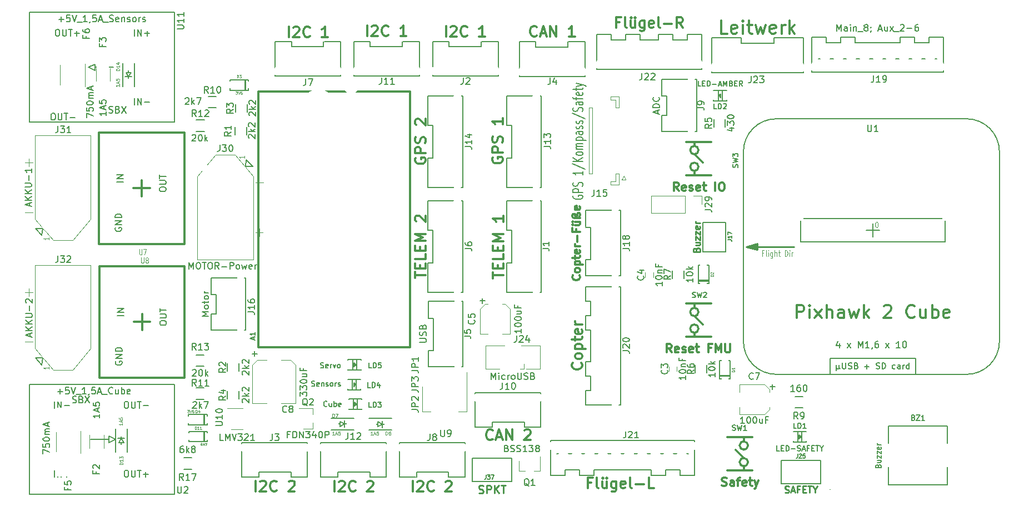
<source format=gto>
%TF.GenerationSoftware,KiCad,Pcbnew,(2017-08-27 revision e3c64f1f0)-makepkg*%
%TF.CreationDate,2017-11-07T13:37:45+01:00*%
%TF.ProjectId,Breakout-Platine-Cube,427265616B6F75742D506C6174696E65,rev?*%
%TF.SameCoordinates,Original*%
%TF.FileFunction,Legend,Top*%
%TF.FilePolarity,Positive*%
%FSLAX46Y46*%
G04 Gerber Fmt 4.6, Leading zero omitted, Abs format (unit mm)*
G04 Created by KiCad (PCBNEW (2017-08-27 revision e3c64f1f0)-makepkg) date 11/07/17 13:37:45*
%MOMM*%
%LPD*%
G01*
G04 APERTURE LIST*
%ADD10C,0.150000*%
%ADD11C,0.250000*%
%ADD12C,0.120000*%
%ADD13C,0.127000*%
%ADD14C,0.350000*%
%ADD15C,0.200000*%
%ADD16C,0.300000*%
%ADD17C,0.100000*%
%ADD18C,0.125000*%
%ADD19C,0.149860*%
%ADD20C,0.075000*%
%ADD21C,3.800000*%
%ADD22R,1.640000X2.340000*%
%ADD23C,0.950000*%
%ADD24R,0.490000X1.390000*%
%ADD25R,2.240000X2.240000*%
%ADD26C,2.240000*%
%ADD27C,0.800000*%
%ADD28R,1.540000X3.640000*%
%ADD29R,0.990000X1.440000*%
%ADD30R,1.090900X1.090900*%
%ADD31R,1.438880X1.438880*%
%ADD32R,3.740000X3.740000*%
%ADD33R,1.940000X2.240000*%
%ADD34R,1.300000X0.890000*%
%ADD35R,0.940000X1.540000*%
%ADD36R,1.140000X1.040000*%
%ADD37R,1.540000X1.540000*%
%ADD38R,1.840000X3.740000*%
%ADD39R,2.840000X1.840000*%
%ADD40R,1.840000X2.840000*%
%ADD41C,2.640000*%
%ADD42C,1.440000*%
%ADD43C,1.740000*%
%ADD44C,5.440000*%
%ADD45C,5.840000*%
%ADD46C,4.200000*%
%ADD47O,1.200000X1.900000*%
%ADD48R,1.200000X1.900000*%
%ADD49R,1.540000X0.940000*%
%ADD50O,2.440000X1.340000*%
%ADD51O,2.040000X1.340000*%
%ADD52R,0.690000X1.740000*%
%ADD53O,1.940000X1.940000*%
%ADD54R,1.940000X1.940000*%
%ADD55R,1.790000X1.540000*%
%ADD56R,1.900000X1.200000*%
%ADD57O,1.900000X1.200000*%
%ADD58R,1.040000X1.140000*%
%ADD59C,6.740000*%
%ADD60R,3.040000X1.240000*%
%ADD61R,2.040000X0.840000*%
%ADD62R,1.740000X2.240000*%
%ADD63R,4.040000X2.240000*%
G04 APERTURE END LIST*
D10*
%TO.C,U1*%
X292750000Y-159250000D02*
X292750000Y-159250000D01*
X292750000Y-141750000D02*
X292750000Y-141750000D01*
X292750000Y-139300000D02*
X292750000Y-141750000D01*
X305750000Y-139300000D02*
X292750000Y-139300000D01*
X305750000Y-141750000D02*
X305750000Y-139300000D01*
D11*
X281500000Y-122250000D02*
X287250000Y-122250000D01*
D10*
X280400000Y-122250000D02*
X280550000Y-122250000D01*
X280600000Y-122350000D02*
X280600000Y-122150000D01*
X280750000Y-122350000D02*
X280750000Y-122150000D01*
X280900000Y-122400000D02*
X280900000Y-122100000D01*
X281050000Y-122450000D02*
X281050000Y-122050000D01*
X281200000Y-122500000D02*
X281200000Y-122000000D01*
X281350000Y-122550000D02*
X281350000Y-121950000D01*
X281500000Y-122600000D02*
X281500000Y-121900000D01*
D11*
X281700000Y-121750000D02*
X280000000Y-122250000D01*
X281700000Y-122750000D02*
X281700000Y-121750000D01*
X280000000Y-122250000D02*
X281700000Y-122750000D01*
D10*
X279550000Y-107750000D02*
G75*
G02X284550000Y-102750000I5000000J0D01*
G01*
X313550000Y-102750000D02*
G75*
G02X318550000Y-107750000I0J-5000000D01*
G01*
X318550000Y-136750000D02*
G75*
G02X313550000Y-141750000I-5000000J0D01*
G01*
X284550000Y-141750000D02*
G75*
G02X279550000Y-136750000I0J5000000D01*
G01*
X299250000Y-120750000D02*
X299250000Y-118750000D01*
X300250000Y-119750000D02*
X298250000Y-119750000D01*
X284550000Y-141750000D02*
X313550000Y-141750000D01*
X279550000Y-136750000D02*
X279550000Y-107750000D01*
X313550000Y-102750000D02*
X284550000Y-102750000D01*
X318550000Y-107750000D02*
X318550000Y-136750000D01*
X288251664Y-121499720D02*
X310251664Y-121499720D01*
X288251664Y-117999720D02*
X288251664Y-121499720D01*
X310251664Y-117999720D02*
X288251664Y-117999720D01*
X310251664Y-121499720D02*
X310251664Y-117999720D01*
%TO.C,U2*%
X192849000Y-143318000D02*
X170751000Y-143318000D01*
X170751000Y-143318000D02*
X170751000Y-160082000D01*
X170751000Y-160082000D02*
X192849000Y-160082000D01*
X192849000Y-160082000D02*
X192849000Y-143318000D01*
X180100000Y-151700000D02*
X182850000Y-151700000D01*
X183850000Y-151700000D02*
X182850000Y-151200000D01*
X182850000Y-151200000D02*
X182850000Y-152200000D01*
X182850000Y-152200000D02*
X183850000Y-151700000D01*
%TO.C,U11*%
X170751000Y-103282000D02*
X192849000Y-103282000D01*
X192849000Y-103282000D02*
X192849000Y-86518000D01*
X192849000Y-86518000D02*
X170751000Y-86518000D01*
X170751000Y-86518000D02*
X170751000Y-103282000D01*
X183500000Y-94900000D02*
X180750000Y-94900000D01*
X179750000Y-94900000D02*
X180750000Y-95400000D01*
X180750000Y-95400000D02*
X180750000Y-94400000D01*
X180750000Y-94400000D02*
X179750000Y-94900000D01*
%TO.C,BZ1*%
X310650000Y-158650000D02*
X310650000Y-155900000D01*
X310650000Y-152400000D02*
X310650000Y-149650000D01*
X301650000Y-152400000D02*
X301650000Y-149650000D01*
X301650000Y-158650000D02*
X301650000Y-155900000D01*
X301650000Y-149650000D02*
X310650000Y-149650000D01*
X310650000Y-158650000D02*
X301650000Y-158650000D01*
D12*
%TO.C,C3*%
X269410000Y-140550000D02*
X269410000Y-141250000D01*
X268210000Y-141250000D02*
X268210000Y-140550000D01*
%TO.C,C4*%
X265790000Y-126210000D02*
X265790000Y-126910000D01*
X264590000Y-126910000D02*
X264590000Y-126210000D01*
D13*
%TO.C,D4*%
X197299160Y-149500100D02*
X197299160Y-147899900D01*
X197400760Y-147899900D02*
X197400760Y-149500100D01*
X195000460Y-147899900D02*
X197799540Y-147899900D01*
X197799540Y-147899900D02*
X197799540Y-149500100D01*
X197799540Y-149500100D02*
X195000460Y-149500100D01*
X195000460Y-149500100D02*
X195000460Y-147899900D01*
%TO.C,D3*%
X201275460Y-98400100D02*
X201275460Y-96799900D01*
X204074540Y-98400100D02*
X201275460Y-98400100D01*
X204074540Y-96799900D02*
X204074540Y-98400100D01*
X201275460Y-96799900D02*
X204074540Y-96799900D01*
X203675760Y-96799900D02*
X203675760Y-98400100D01*
X203574160Y-98400100D02*
X203574160Y-96799900D01*
%TO.C,LD5*%
X220500660Y-140300000D02*
X220200940Y-140000280D01*
X220200940Y-140000280D02*
X220200940Y-140599720D01*
X220200940Y-140599720D02*
X220500660Y-140300000D01*
X220399060Y-140399060D02*
X220399060Y-140200940D01*
X220300000Y-140099340D02*
X220300000Y-140500660D01*
X220599720Y-141100100D02*
X220599720Y-139499900D01*
X220000280Y-139499900D02*
X220000280Y-141100100D01*
X219299240Y-139499900D02*
X221300760Y-139499900D01*
X221300760Y-139499900D02*
X221300760Y-141100100D01*
X221300760Y-141100100D02*
X219299240Y-141100100D01*
X219299240Y-141100100D02*
X219299240Y-139499900D01*
%TO.C,D2*%
X272689900Y-125100460D02*
X274290100Y-125100460D01*
X272689900Y-127899540D02*
X272689900Y-125100460D01*
X274290100Y-127899540D02*
X272689900Y-127899540D01*
X274290100Y-125100460D02*
X274290100Y-127899540D01*
X274290100Y-127500760D02*
X272689900Y-127500760D01*
X272689900Y-127399160D02*
X274290100Y-127399160D01*
%TO.C,D1*%
X275919900Y-141939160D02*
X277520100Y-141939160D01*
X277520100Y-142040760D02*
X275919900Y-142040760D01*
X277520100Y-139640460D02*
X277520100Y-142439540D01*
X277520100Y-142439540D02*
X275919900Y-142439540D01*
X275919900Y-142439540D02*
X275919900Y-139640460D01*
X275919900Y-139640460D02*
X277520100Y-139640460D01*
D12*
%TO.C,F6*%
X175420000Y-97830000D02*
X175420000Y-94370000D01*
X179180000Y-97830000D02*
X179180000Y-94370000D01*
%TO.C,F5*%
X174770000Y-150370000D02*
X174770000Y-153830000D01*
X178530000Y-150370000D02*
X178530000Y-153830000D01*
%TO.C,F3*%
X180880000Y-97000000D02*
X180880000Y-95000000D01*
X183020000Y-95000000D02*
X183020000Y-97000000D01*
%TO.C,F2*%
X182070000Y-151000000D02*
X182070000Y-153000000D01*
X179930000Y-153000000D02*
X179930000Y-151000000D01*
%TO.C,U10*%
X203300000Y-146890000D02*
X200850000Y-146890000D01*
X201500000Y-150110000D02*
X203300000Y-150110000D01*
D10*
%TO.C,R17*%
X195450000Y-156225000D02*
X194250000Y-156225000D01*
X194250000Y-154475000D02*
X195450000Y-154475000D01*
D12*
%TO.C,Q2*%
X213960000Y-150080000D02*
X212500000Y-150080000D01*
X213960000Y-146920000D02*
X211800000Y-146920000D01*
X213960000Y-146920000D02*
X213960000Y-147850000D01*
X213960000Y-150080000D02*
X213960000Y-149150000D01*
D13*
%TO.C,LD4*%
X219249240Y-144100100D02*
X219249240Y-142499900D01*
X221250760Y-144100100D02*
X219249240Y-144100100D01*
X221250760Y-142499900D02*
X221250760Y-144100100D01*
X219249240Y-142499900D02*
X221250760Y-142499900D01*
X219950280Y-142499900D02*
X219950280Y-144100100D01*
X220549720Y-144100100D02*
X220549720Y-142499900D01*
X220250000Y-143099340D02*
X220250000Y-143500660D01*
X220349060Y-143399060D02*
X220349060Y-143200940D01*
X220150940Y-143599720D02*
X220450660Y-143300000D01*
X220150940Y-143000280D02*
X220150940Y-143599720D01*
X220450660Y-143300000D02*
X220150940Y-143000280D01*
%TO.C,LD3*%
X220600660Y-146300000D02*
X220300940Y-146000280D01*
X220300940Y-146000280D02*
X220300940Y-146599720D01*
X220300940Y-146599720D02*
X220600660Y-146300000D01*
X220499060Y-146399060D02*
X220499060Y-146200940D01*
X220400000Y-146099340D02*
X220400000Y-146500660D01*
X220699720Y-147100100D02*
X220699720Y-145499900D01*
X220100280Y-145499900D02*
X220100280Y-147100100D01*
X219399240Y-145499900D02*
X221400760Y-145499900D01*
X221400760Y-145499900D02*
X221400760Y-147100100D01*
X221400760Y-147100100D02*
X219399240Y-147100100D01*
X219399240Y-147100100D02*
X219399240Y-145499900D01*
%TO.C,LD2*%
X275799340Y-99200000D02*
X276099060Y-99499720D01*
X276099060Y-99499720D02*
X276099060Y-98900280D01*
X276099060Y-98900280D02*
X275799340Y-99200000D01*
X275900940Y-99100940D02*
X275900940Y-99299060D01*
X276000000Y-99400660D02*
X276000000Y-98999340D01*
X275700280Y-98399900D02*
X275700280Y-100000100D01*
X276299720Y-100000100D02*
X276299720Y-98399900D01*
X277000760Y-100000100D02*
X274999240Y-100000100D01*
X274999240Y-100000100D02*
X274999240Y-98399900D01*
X274999240Y-98399900D02*
X277000760Y-98399900D01*
X277000760Y-98399900D02*
X277000760Y-100000100D01*
D10*
%TO.C,D14*%
X185850000Y-95682500D02*
X185850000Y-95301500D01*
X185850000Y-96698500D02*
X185850000Y-96317500D01*
X185850000Y-96317500D02*
X185469000Y-95682500D01*
X185469000Y-95682500D02*
X186231000Y-95682500D01*
X186231000Y-95682500D02*
X185850000Y-96317500D01*
X185342000Y-96317500D02*
X186358000Y-96317500D01*
X186750000Y-97800000D02*
X186750000Y-94260000D01*
X184950000Y-97800000D02*
X184950000Y-94260000D01*
%TO.C,D13*%
X185650000Y-150050000D02*
X185650000Y-153590000D01*
X183850000Y-150050000D02*
X183850000Y-153590000D01*
X185258000Y-151532500D02*
X184242000Y-151532500D01*
X184369000Y-152167500D02*
X184750000Y-151532500D01*
X185131000Y-152167500D02*
X184369000Y-152167500D01*
X184750000Y-151532500D02*
X185131000Y-152167500D01*
X184750000Y-151151500D02*
X184750000Y-151532500D01*
X184750000Y-152167500D02*
X184750000Y-152548500D01*
D13*
%TO.C,D11*%
X197349160Y-152050100D02*
X197349160Y-150449900D01*
X197450760Y-150449900D02*
X197450760Y-152050100D01*
X195050460Y-150449900D02*
X197849540Y-150449900D01*
X197849540Y-150449900D02*
X197849540Y-152050100D01*
X197849540Y-152050100D02*
X195050460Y-152050100D01*
X195050460Y-152050100D02*
X195050460Y-150449900D01*
D10*
%TO.C,D7*%
X220230000Y-150230000D02*
X216690000Y-150230000D01*
X220230000Y-148430000D02*
X216690000Y-148430000D01*
X218747500Y-149838000D02*
X218747500Y-148822000D01*
X218112500Y-148949000D02*
X218747500Y-149330000D01*
X218112500Y-149711000D02*
X218112500Y-148949000D01*
X218747500Y-149330000D02*
X218112500Y-149711000D01*
X219128500Y-149330000D02*
X218747500Y-149330000D01*
X218112500Y-149330000D02*
X217731500Y-149330000D01*
%TO.C,D6*%
X223872500Y-149360000D02*
X223491500Y-149360000D01*
X224888500Y-149360000D02*
X224507500Y-149360000D01*
X224507500Y-149360000D02*
X223872500Y-149741000D01*
X223872500Y-149741000D02*
X223872500Y-148979000D01*
X223872500Y-148979000D02*
X224507500Y-149360000D01*
X224507500Y-149868000D02*
X224507500Y-148852000D01*
X225990000Y-148460000D02*
X222450000Y-148460000D01*
X225990000Y-150260000D02*
X222450000Y-150260000D01*
D12*
%TO.C,C8*%
X211300000Y-140360000D02*
X211300000Y-146200000D01*
X210540000Y-139600000D02*
X211300000Y-140360000D01*
X204700000Y-140360000D02*
X205460000Y-139600000D01*
X204700000Y-146200000D02*
X204700000Y-140360000D01*
X210540000Y-139600000D02*
X209120000Y-139600000D01*
X205460000Y-139600000D02*
X206880000Y-139600000D01*
X211300000Y-146200000D02*
X209120000Y-146200000D01*
X204700000Y-146200000D02*
X206880000Y-146200000D01*
%TO.C,C7*%
X282720000Y-147890000D02*
X283490000Y-147120000D01*
X282720000Y-147890000D02*
X278910000Y-147890000D01*
X282720000Y-143310000D02*
X283490000Y-144080000D01*
X282720000Y-143310000D02*
X278910000Y-143310000D01*
X283490000Y-147120000D02*
X283490000Y-146720000D01*
X278910000Y-147890000D02*
X278910000Y-146720000D01*
X278910000Y-143310000D02*
X278910000Y-144480000D01*
X283490000Y-144080000D02*
X283490000Y-144480000D01*
%TO.C,C5*%
X240180000Y-131010000D02*
X240580000Y-131010000D01*
X239410000Y-135590000D02*
X240580000Y-135590000D01*
X243990000Y-135590000D02*
X242820000Y-135590000D01*
X243220000Y-131010000D02*
X242820000Y-131010000D01*
X239410000Y-131780000D02*
X239410000Y-135590000D01*
X239410000Y-131780000D02*
X240180000Y-131010000D01*
X243990000Y-131780000D02*
X243990000Y-135590000D01*
X243990000Y-131780000D02*
X243220000Y-131010000D01*
D14*
%TO.C,A1*%
X228755000Y-98605000D02*
X228755000Y-137595000D01*
X228755000Y-137595000D02*
X205645000Y-137595000D01*
X205645000Y-137595000D02*
X205645000Y-98605000D01*
X205645000Y-98605000D02*
X228755000Y-98605000D01*
D15*
%TO.C,J5*%
X231500000Y-133200000D02*
X232300000Y-133200000D01*
X231500000Y-133100000D02*
X231500000Y-130600000D01*
X236800000Y-130600000D02*
X236600000Y-130600000D01*
X235500000Y-130600000D02*
X231500000Y-130600000D01*
X231500000Y-140600000D02*
X235500000Y-140600000D01*
X236800000Y-140600000D02*
X236600000Y-140600000D01*
X231500000Y-140600000D02*
X231500000Y-138100000D01*
X231500000Y-138100000D02*
X232300000Y-138100000D01*
X236800000Y-130600000D02*
X236800000Y-140600000D01*
X232300000Y-133200000D02*
X232300000Y-138100000D01*
D16*
%TO.C,U7*%
X187850000Y-112100000D02*
X187850000Y-114600000D01*
X186600000Y-113350000D02*
X189100000Y-113350000D01*
X194350000Y-104850000D02*
X194350000Y-121850000D01*
X194350000Y-121850000D02*
X181350000Y-121850000D01*
X181350000Y-121850000D02*
X181350000Y-104850000D01*
X194350000Y-104850000D02*
X181350000Y-104850000D01*
D10*
%TO.C,R11*%
X197360000Y-145585000D02*
X196160000Y-145585000D01*
X196160000Y-143835000D02*
X197360000Y-143835000D01*
%TO.C,R13*%
X197360000Y-140535000D02*
X196160000Y-140535000D01*
X196160000Y-138785000D02*
X197360000Y-138785000D01*
D15*
%TO.C,J21*%
X256730000Y-157150000D02*
X254530000Y-157150000D01*
X254530000Y-157150000D02*
X254530000Y-156350000D01*
X254530000Y-156350000D02*
X252330000Y-156350000D01*
X252330000Y-156350000D02*
X252330000Y-157150000D01*
X252330000Y-157150000D02*
X250130000Y-157150000D01*
X250130000Y-151850000D02*
X250130000Y-152050000D01*
X269430000Y-153850000D02*
X268830000Y-153850000D01*
X267430000Y-153850000D02*
X266830000Y-153850000D01*
X265430000Y-153850000D02*
X264830000Y-153850000D01*
X263430000Y-153850000D02*
X262830000Y-153850000D01*
X261430000Y-153850000D02*
X260830000Y-153850000D01*
X259430000Y-153850000D02*
X258830000Y-153850000D01*
X250130000Y-153150000D02*
X250130000Y-157150000D01*
X272130000Y-157150000D02*
X272130000Y-153150000D01*
X272130000Y-151850000D02*
X250130000Y-151850000D01*
X271130000Y-153850000D02*
X270830000Y-153850000D01*
X257430000Y-153850000D02*
X256830000Y-153850000D01*
X255430000Y-153850000D02*
X254830000Y-153850000D01*
X253430000Y-153850000D02*
X252830000Y-153850000D01*
X251130000Y-153850000D02*
X251430000Y-153850000D01*
X272130000Y-151850000D02*
X272130000Y-152050000D01*
X272130000Y-157150000D02*
X269930000Y-157150000D01*
X269930000Y-157150000D02*
X269930000Y-156350000D01*
X269930000Y-156350000D02*
X267730000Y-156350000D01*
X267730000Y-156350000D02*
X267730000Y-157150000D01*
X267730000Y-157150000D02*
X265530000Y-157150000D01*
X265530000Y-157150000D02*
X265530000Y-156350000D01*
X256730000Y-157150000D02*
X256730000Y-156350000D01*
X256730000Y-156350000D02*
X265530000Y-156350000D01*
%TO.C,J20*%
X255500000Y-135000000D02*
X255500000Y-132800000D01*
X255500000Y-132800000D02*
X256300000Y-132800000D01*
X256300000Y-132800000D02*
X256300000Y-130600000D01*
X256300000Y-130600000D02*
X255500000Y-130600000D01*
X255500000Y-130600000D02*
X255500000Y-128400000D01*
X260800000Y-128400000D02*
X260600000Y-128400000D01*
X259500000Y-128400000D02*
X255500000Y-128400000D01*
X255500000Y-146400000D02*
X259500000Y-146400000D01*
X260800000Y-146400000D02*
X260600000Y-146400000D01*
X255500000Y-146400000D02*
X255500000Y-144200000D01*
X255500000Y-144200000D02*
X256300000Y-144200000D01*
X256300000Y-144200000D02*
X256300000Y-142000000D01*
X256300000Y-142000000D02*
X255500000Y-142000000D01*
X255500000Y-142000000D02*
X255500000Y-139800000D01*
X255500000Y-139800000D02*
X256300000Y-139800000D01*
X255500000Y-135000000D02*
X256300000Y-135000000D01*
X260800000Y-128400000D02*
X260800000Y-146400000D01*
X256300000Y-135000000D02*
X256300000Y-139800000D01*
D13*
%TO.C,J25*%
X291290000Y-158410000D02*
X285290000Y-158410000D01*
X285290000Y-154910000D02*
X285290000Y-158410000D01*
X291290000Y-154910000D02*
X285290000Y-154910000D01*
X291290000Y-158410000D02*
X291290000Y-154910000D01*
D15*
%TO.C,J9*%
X267100000Y-99300000D02*
X267900000Y-99300000D01*
X267100000Y-99200000D02*
X267100000Y-96700000D01*
X272400000Y-96700000D02*
X272200000Y-96700000D01*
X271100000Y-96700000D02*
X267100000Y-96700000D01*
X267100000Y-104700000D02*
X271100000Y-104700000D01*
X272400000Y-104700000D02*
X272200000Y-104700000D01*
X267100000Y-104700000D02*
X267100000Y-102200000D01*
X267100000Y-102200000D02*
X267900000Y-102200000D01*
X272400000Y-96700000D02*
X272400000Y-104700000D01*
X267900000Y-99300000D02*
X267900000Y-102200000D01*
%TO.C,J16*%
X198400000Y-129600000D02*
X199200000Y-129600000D01*
X198400000Y-129500000D02*
X198400000Y-127000000D01*
X203700000Y-127000000D02*
X203500000Y-127000000D01*
X202400000Y-127000000D02*
X198400000Y-127000000D01*
X198400000Y-135000000D02*
X202400000Y-135000000D01*
X203700000Y-135000000D02*
X203500000Y-135000000D01*
X198400000Y-135000000D02*
X198400000Y-132500000D01*
X198400000Y-132500000D02*
X199200000Y-132500000D01*
X203700000Y-127000000D02*
X203700000Y-135000000D01*
X199200000Y-129600000D02*
X199200000Y-132500000D01*
%TO.C,J14*%
X231445618Y-103722266D02*
X232245618Y-103722266D01*
X231445618Y-103722266D02*
X231445618Y-99222266D01*
X236745618Y-99222266D02*
X236545618Y-99222266D01*
X235445618Y-99222266D02*
X231445618Y-99222266D01*
X231445618Y-113222266D02*
X235445618Y-113222266D01*
X236745618Y-113222266D02*
X236545618Y-113222266D01*
X231445618Y-113222266D02*
X231445618Y-108722266D01*
X231445618Y-108722266D02*
X232245618Y-108722266D01*
X236745618Y-99222266D02*
X236745618Y-113222266D01*
X232245618Y-103722266D02*
X232245618Y-108722266D01*
%TO.C,J13*%
X243445618Y-103722266D02*
X244245618Y-103722266D01*
X243445618Y-103722266D02*
X243445618Y-99222266D01*
X248745618Y-99222266D02*
X248545618Y-99222266D01*
X247445618Y-99222266D02*
X243445618Y-99222266D01*
X243445618Y-113222266D02*
X247445618Y-113222266D01*
X248745618Y-113222266D02*
X248545618Y-113222266D01*
X243445618Y-113222266D02*
X243445618Y-108722266D01*
X243445618Y-108722266D02*
X244245618Y-108722266D01*
X248745618Y-99222266D02*
X248745618Y-113222266D01*
X244245618Y-103722266D02*
X244245618Y-108722266D01*
%TO.C,J1*%
X243445618Y-119722266D02*
X244245618Y-119722266D01*
X243445618Y-119722266D02*
X243445618Y-115222266D01*
X248745618Y-115222266D02*
X248545618Y-115222266D01*
X247445618Y-115222266D02*
X243445618Y-115222266D01*
X243445618Y-129222266D02*
X247445618Y-129222266D01*
X248745618Y-129222266D02*
X248545618Y-129222266D01*
X243445618Y-129222266D02*
X243445618Y-124722266D01*
X243445618Y-124722266D02*
X244245618Y-124722266D01*
X248745618Y-115222266D02*
X248745618Y-129222266D01*
X244245618Y-119722266D02*
X244245618Y-124722266D01*
%TO.C,J6*%
X231445618Y-119722266D02*
X232245618Y-119722266D01*
X231445618Y-119722266D02*
X231445618Y-115222266D01*
X236745618Y-115222266D02*
X236545618Y-115222266D01*
X235445618Y-115222266D02*
X231445618Y-115222266D01*
X231445618Y-129222266D02*
X235445618Y-129222266D01*
X236745618Y-129222266D02*
X236545618Y-129222266D01*
X231445618Y-129222266D02*
X231445618Y-124722266D01*
X231445618Y-124722266D02*
X232245618Y-124722266D01*
X236745618Y-115222266D02*
X236745618Y-129222266D01*
X232245618Y-119722266D02*
X232245618Y-124722266D01*
%TO.C,J8*%
X229722266Y-157454382D02*
X229722266Y-156654382D01*
X229622266Y-157454382D02*
X227122266Y-157454382D01*
X227122266Y-152154382D02*
X227122266Y-152354382D01*
X227122266Y-153454382D02*
X227122266Y-157454382D01*
X237122266Y-157454382D02*
X237122266Y-153454382D01*
X237122266Y-152154382D02*
X237122266Y-152354382D01*
X237122266Y-157454382D02*
X234622266Y-157454382D01*
X234622266Y-157454382D02*
X234622266Y-156654382D01*
X227122266Y-152154382D02*
X237122266Y-152154382D01*
X229722266Y-156654382D02*
X234622266Y-156654382D01*
%TO.C,J4*%
X252800000Y-91000000D02*
X252800000Y-91800000D01*
X252900000Y-91000000D02*
X255400000Y-91000000D01*
X255400000Y-96300000D02*
X255400000Y-96100000D01*
X255400000Y-95000000D02*
X255400000Y-91000000D01*
X245400000Y-91000000D02*
X245400000Y-95000000D01*
X245400000Y-96300000D02*
X245400000Y-96100000D01*
X245400000Y-91000000D02*
X247900000Y-91000000D01*
X247900000Y-91000000D02*
X247900000Y-91800000D01*
X255400000Y-96300000D02*
X245400000Y-96300000D01*
X252800000Y-91800000D02*
X247900000Y-91800000D01*
%TO.C,J7*%
X215577734Y-90945618D02*
X215577734Y-91745618D01*
X215677734Y-90945618D02*
X218177734Y-90945618D01*
X218177734Y-96245618D02*
X218177734Y-96045618D01*
X218177734Y-94945618D02*
X218177734Y-90945618D01*
X208177734Y-90945618D02*
X208177734Y-94945618D01*
X208177734Y-96245618D02*
X208177734Y-96045618D01*
X208177734Y-90945618D02*
X210677734Y-90945618D01*
X210677734Y-90945618D02*
X210677734Y-91745618D01*
X218177734Y-96245618D02*
X208177734Y-96245618D01*
X215577734Y-91745618D02*
X210677734Y-91745618D01*
%TO.C,J3*%
X205722266Y-157454382D02*
X205722266Y-156654382D01*
X205622266Y-157454382D02*
X203122266Y-157454382D01*
X203122266Y-152154382D02*
X203122266Y-152354382D01*
X203122266Y-153454382D02*
X203122266Y-157454382D01*
X213122266Y-157454382D02*
X213122266Y-153454382D01*
X213122266Y-152154382D02*
X213122266Y-152354382D01*
X213122266Y-157454382D02*
X210622266Y-157454382D01*
X210622266Y-157454382D02*
X210622266Y-156654382D01*
X203122266Y-152154382D02*
X213122266Y-152154382D01*
X205722266Y-156654382D02*
X210622266Y-156654382D01*
%TO.C,J2*%
X239577734Y-90945618D02*
X239577734Y-91745618D01*
X239677734Y-90945618D02*
X242177734Y-90945618D01*
X242177734Y-96245618D02*
X242177734Y-96045618D01*
X242177734Y-94945618D02*
X242177734Y-90945618D01*
X232177734Y-90945618D02*
X232177734Y-94945618D01*
X232177734Y-96245618D02*
X232177734Y-96045618D01*
X232177734Y-90945618D02*
X234677734Y-90945618D01*
X234677734Y-90945618D02*
X234677734Y-91745618D01*
X242177734Y-96245618D02*
X232177734Y-96245618D01*
X239577734Y-91745618D02*
X234677734Y-91745618D01*
%TO.C,J10*%
X241270000Y-149830000D02*
X241270000Y-149030000D01*
X241170000Y-149830000D02*
X238670000Y-149830000D01*
X238670000Y-144530000D02*
X238670000Y-144730000D01*
X238670000Y-145830000D02*
X238670000Y-149830000D01*
X248670000Y-149830000D02*
X248670000Y-145830000D01*
X248670000Y-144530000D02*
X248670000Y-144730000D01*
X248670000Y-149830000D02*
X246170000Y-149830000D01*
X246170000Y-149830000D02*
X246170000Y-149030000D01*
X238670000Y-144530000D02*
X248670000Y-144530000D01*
X241270000Y-149030000D02*
X246170000Y-149030000D01*
%TO.C,J11*%
X227577734Y-90945618D02*
X227577734Y-91745618D01*
X227677734Y-90945618D02*
X230177734Y-90945618D01*
X230177734Y-96245618D02*
X230177734Y-96045618D01*
X230177734Y-94945618D02*
X230177734Y-90945618D01*
X220177734Y-90945618D02*
X220177734Y-94945618D01*
X220177734Y-96245618D02*
X220177734Y-96045618D01*
X220177734Y-90945618D02*
X222677734Y-90945618D01*
X222677734Y-90945618D02*
X222677734Y-91745618D01*
X230177734Y-96245618D02*
X220177734Y-96245618D01*
X227577734Y-91745618D02*
X222677734Y-91745618D01*
%TO.C,J12*%
X217722266Y-157454382D02*
X217722266Y-156654382D01*
X217622266Y-157454382D02*
X215122266Y-157454382D01*
X215122266Y-152154382D02*
X215122266Y-152354382D01*
X215122266Y-153454382D02*
X215122266Y-157454382D01*
X225122266Y-157454382D02*
X225122266Y-153454382D01*
X225122266Y-152154382D02*
X225122266Y-152354382D01*
X225122266Y-157454382D02*
X222622266Y-157454382D01*
X222622266Y-157454382D02*
X222622266Y-156654382D01*
X215122266Y-152154382D02*
X225122266Y-152154382D01*
X217722266Y-156654382D02*
X222622266Y-156654382D01*
D10*
%TO.C,R3*%
X203925000Y-100500000D02*
X203925000Y-101700000D01*
X202175000Y-101700000D02*
X202175000Y-100500000D01*
%TO.C,R1*%
X203829382Y-103982806D02*
X203829382Y-105182806D01*
X202079382Y-105182806D02*
X202079382Y-103982806D01*
%TO.C,R7*%
X270465000Y-125900000D02*
X270465000Y-127100000D01*
X268715000Y-127100000D02*
X268715000Y-125900000D01*
%TO.C,R10*%
X198025000Y-99325000D02*
X199225000Y-99325000D01*
X199225000Y-101075000D02*
X198025000Y-101075000D01*
D12*
%TO.C,J24*%
X242400000Y-140900000D02*
X240250000Y-140900000D01*
X240250000Y-137350000D02*
X243150000Y-137350000D01*
X248550000Y-140900000D02*
X248550000Y-137350000D01*
X248550000Y-137350000D02*
X245650000Y-137350000D01*
X240250000Y-140900000D02*
X240250000Y-137350000D01*
X246400000Y-140900000D02*
X248550000Y-140900000D01*
X246100000Y-140900000D02*
X245500000Y-140900000D01*
X246100000Y-140150000D02*
X246100000Y-140900000D01*
%TO.C,J29*%
X273230000Y-114470000D02*
X273230000Y-115800000D01*
X271900000Y-114470000D02*
X273230000Y-114470000D01*
X270630000Y-114470000D02*
X270630000Y-117130000D01*
X270630000Y-117130000D02*
X265490000Y-117130000D01*
X270630000Y-114470000D02*
X265490000Y-114470000D01*
X265490000Y-114470000D02*
X265490000Y-117130000D01*
D10*
%TO.C,R2*%
X202675822Y-140050000D02*
X202675822Y-141250000D01*
X200925822Y-141250000D02*
X200925822Y-140050000D01*
%TO.C,R4*%
X202675000Y-144300000D02*
X202675000Y-145500000D01*
X200925000Y-145500000D02*
X200925000Y-144300000D01*
%TO.C,R5*%
X276775000Y-102800000D02*
X276775000Y-104000000D01*
X275025000Y-104000000D02*
X275025000Y-102800000D01*
%TO.C,R6*%
X272195000Y-141500000D02*
X272195000Y-140300000D01*
X273945000Y-140300000D02*
X273945000Y-141500000D01*
%TO.C,R9*%
X288600000Y-146875000D02*
X287400000Y-146875000D01*
X287400000Y-145125000D02*
X288600000Y-145125000D01*
%TO.C,R12*%
X197386071Y-104676687D02*
X196186071Y-104676687D01*
X196186071Y-102926687D02*
X197386071Y-102926687D01*
D14*
%TO.C,SW1*%
X279605000Y-151975000D02*
X279605000Y-151340000D01*
X279605000Y-155785000D02*
X279605000Y-156420000D01*
X279605000Y-154515000D02*
X278335000Y-153245000D01*
X280240000Y-152610000D02*
G75*
G03X280240000Y-152610000I-635000J0D01*
G01*
X280240000Y-155150000D02*
G75*
G03X280240000Y-155150000I-635000J0D01*
G01*
X277065000Y-151340000D02*
X280875000Y-151340000D01*
X277065000Y-156420000D02*
X280875000Y-156420000D01*
%TO.C,SW2*%
X272065000Y-135405000D02*
X272065000Y-136040000D01*
X272065000Y-131595000D02*
X272065000Y-130960000D01*
X272065000Y-132865000D02*
X273335000Y-134135000D01*
X272700000Y-134770000D02*
G75*
G03X272700000Y-134770000I-635000J0D01*
G01*
X272700000Y-132230000D02*
G75*
G03X272700000Y-132230000I-635000J0D01*
G01*
X274605000Y-136040000D02*
X270795000Y-136040000D01*
X274605000Y-130960000D02*
X270795000Y-130960000D01*
%TO.C,SW3*%
X274605000Y-106260000D02*
X270795000Y-106260000D01*
X274605000Y-111340000D02*
X270795000Y-111340000D01*
X272700000Y-107530000D02*
G75*
G03X272700000Y-107530000I-635000J0D01*
G01*
X272700000Y-110070000D02*
G75*
G03X272700000Y-110070000I-635000J0D01*
G01*
X272065000Y-108165000D02*
X273335000Y-109435000D01*
X272065000Y-106895000D02*
X272065000Y-106260000D01*
X272065000Y-110705000D02*
X272065000Y-111340000D01*
D15*
%TO.C,J22*%
X266600000Y-90700000D02*
X263800000Y-90700000D01*
X273200000Y-95200000D02*
X257200000Y-95200000D01*
X266600000Y-89900000D02*
X266600000Y-90700000D01*
X263800000Y-89900000D02*
X263800000Y-90700000D01*
X261600000Y-89900000D02*
X263800000Y-89900000D01*
X261600000Y-90700000D02*
X261600000Y-89900000D01*
X259400000Y-90700000D02*
X261600000Y-90700000D01*
X259400000Y-89900000D02*
X259400000Y-90700000D01*
X257200000Y-89900000D02*
X259400000Y-89900000D01*
X257200000Y-95200000D02*
X257200000Y-95000000D01*
X257200000Y-89900000D02*
X257200000Y-93900000D01*
X273200000Y-93900000D02*
X273200000Y-89900000D01*
X273200000Y-95200000D02*
X273200000Y-95000000D01*
X271000000Y-89900000D02*
X273200000Y-89900000D01*
X271000000Y-90700000D02*
X271000000Y-89900000D01*
X268800000Y-90700000D02*
X271000000Y-90700000D01*
X268800000Y-89900000D02*
X268800000Y-90700000D01*
X266600000Y-89900000D02*
X268800000Y-89900000D01*
D13*
%TO.C,J17*%
X273350000Y-123075000D02*
X276850000Y-123075000D01*
X276850000Y-123075000D02*
X276850000Y-118575000D01*
X276850000Y-118575000D02*
X273350000Y-118575000D01*
X273350000Y-123075000D02*
X273350000Y-118575000D01*
D15*
%TO.C,J19*%
X303400000Y-91100000D02*
X296600000Y-91100000D01*
X303400000Y-90300000D02*
X303400000Y-91100000D01*
X296600000Y-90300000D02*
X296600000Y-91100000D01*
X294400000Y-90300000D02*
X296600000Y-90300000D01*
X294400000Y-91100000D02*
X294400000Y-90300000D01*
X292200000Y-91100000D02*
X294400000Y-91100000D01*
X292200000Y-90300000D02*
X292200000Y-91100000D01*
X290000000Y-90300000D02*
X292200000Y-90300000D01*
X290000000Y-95600000D02*
X290000000Y-95400000D01*
X309000000Y-93600000D02*
X308700000Y-93600000D01*
X306700000Y-93600000D02*
X307300000Y-93600000D01*
X304700000Y-93600000D02*
X305300000Y-93600000D01*
X302700000Y-93600000D02*
X303300000Y-93600000D01*
X291000000Y-93600000D02*
X291300000Y-93600000D01*
X290000000Y-95600000D02*
X310000000Y-95600000D01*
X290000000Y-90300000D02*
X290000000Y-94300000D01*
X310000000Y-94300000D02*
X310000000Y-90300000D01*
X300700000Y-93600000D02*
X301300000Y-93600000D01*
X298700000Y-93600000D02*
X299300000Y-93600000D01*
X296700000Y-93600000D02*
X297300000Y-93600000D01*
X294700000Y-93600000D02*
X295300000Y-93600000D01*
X292700000Y-93600000D02*
X293300000Y-93600000D01*
X310000000Y-95600000D02*
X310000000Y-95400000D01*
X307800000Y-90300000D02*
X310000000Y-90300000D01*
X307800000Y-91100000D02*
X307800000Y-90300000D01*
X305600000Y-91100000D02*
X307800000Y-91100000D01*
X305600000Y-90300000D02*
X305600000Y-91100000D01*
X303400000Y-90300000D02*
X305600000Y-90300000D01*
D12*
%TO.C,Q1*%
X245370000Y-156470000D02*
X245370000Y-155010000D01*
X248530000Y-156470000D02*
X248530000Y-154310000D01*
X248530000Y-156470000D02*
X247600000Y-156470000D01*
X245370000Y-156470000D02*
X246300000Y-156470000D01*
D17*
%TO.C,J31*%
X170050000Y-117050000D02*
X171250000Y-117050000D01*
X170050000Y-109450000D02*
X171250000Y-109450000D01*
X170650000Y-108850000D02*
X170650000Y-110050000D01*
D10*
X172650000Y-120550000D02*
X172800000Y-119500000D01*
X171650000Y-119500000D02*
X172650000Y-120550000D01*
X172800000Y-119500000D02*
X171650000Y-119500000D01*
D17*
X171600000Y-105300000D02*
X171600000Y-118050000D01*
X180100000Y-105300000D02*
X180100000Y-118050000D01*
X174350000Y-121300000D02*
X177350000Y-121300000D01*
X171600000Y-118050000D02*
X174350000Y-121300000D01*
X180100000Y-118050000D02*
X177350000Y-121300000D01*
X180100000Y-105300000D02*
X171600000Y-105300000D01*
%TO.C,J32*%
X170050000Y-136800000D02*
X171250000Y-136800000D01*
X170050000Y-129200000D02*
X171250000Y-129200000D01*
X170650000Y-128600000D02*
X170650000Y-129800000D01*
D10*
X172650000Y-140300000D02*
X172800000Y-139250000D01*
X171650000Y-139250000D02*
X172650000Y-140300000D01*
X172800000Y-139250000D02*
X171650000Y-139250000D01*
D17*
X171600000Y-125050000D02*
X171600000Y-137800000D01*
X180100000Y-125050000D02*
X180100000Y-137800000D01*
X174350000Y-141050000D02*
X177350000Y-141050000D01*
X171600000Y-137800000D02*
X174350000Y-141050000D01*
X180100000Y-137800000D02*
X177350000Y-141050000D01*
X180100000Y-125050000D02*
X171600000Y-125050000D01*
D13*
%TO.C,LD1*%
X288330660Y-151280000D02*
X288030940Y-150980280D01*
X288030940Y-150980280D02*
X288030940Y-151579720D01*
X288030940Y-151579720D02*
X288330660Y-151280000D01*
X288229060Y-151379060D02*
X288229060Y-151180940D01*
X288130000Y-151079340D02*
X288130000Y-151480660D01*
X288429720Y-152080100D02*
X288429720Y-150479900D01*
X287830280Y-150479900D02*
X287830280Y-152080100D01*
X287129240Y-150479900D02*
X289130760Y-150479900D01*
X289130760Y-150479900D02*
X289130760Y-152080100D01*
X289130760Y-152080100D02*
X287129240Y-152080100D01*
X287129240Y-152080100D02*
X287129240Y-150479900D01*
D15*
%TO.C,J23*%
X284200000Y-90400000D02*
X284200000Y-91200000D01*
X284200000Y-90400000D02*
X288700000Y-90400000D01*
X288700000Y-95700000D02*
X288700000Y-95500000D01*
X288700000Y-94400000D02*
X288700000Y-90400000D01*
X274700000Y-90400000D02*
X274700000Y-94400000D01*
X274700000Y-95700000D02*
X274700000Y-95500000D01*
X274700000Y-90400000D02*
X279200000Y-90400000D01*
X279200000Y-90400000D02*
X279200000Y-91200000D01*
X288700000Y-95700000D02*
X274700000Y-95700000D01*
X284200000Y-91200000D02*
X279200000Y-91200000D01*
%TO.C,J18*%
X255500000Y-119300000D02*
X256300000Y-119300000D01*
X255500000Y-119200000D02*
X255500000Y-116700000D01*
X260800000Y-116700000D02*
X260600000Y-116700000D01*
X259500000Y-116700000D02*
X255500000Y-116700000D01*
X255500000Y-126700000D02*
X259500000Y-126700000D01*
X260800000Y-126700000D02*
X260600000Y-126700000D01*
X255500000Y-126700000D02*
X255500000Y-124200000D01*
X255500000Y-124200000D02*
X256300000Y-124200000D01*
X260800000Y-116700000D02*
X260800000Y-126700000D01*
X256300000Y-119300000D02*
X256300000Y-124200000D01*
D12*
%TO.C,J15*%
X261000000Y-112050000D02*
X261300000Y-111450000D01*
X261600000Y-112050000D02*
X261000000Y-112050000D01*
X261300000Y-111450000D02*
X261600000Y-112050000D01*
X259350000Y-99875000D02*
X259350000Y-99375000D01*
X260050000Y-99875000D02*
X259350000Y-99875000D01*
X260050000Y-101025000D02*
X260050000Y-99875000D01*
X260550000Y-101025000D02*
X260050000Y-101025000D01*
X260550000Y-99375000D02*
X260550000Y-101025000D01*
X259350000Y-99375000D02*
X260550000Y-99375000D01*
X259350000Y-112275000D02*
X259350000Y-112775000D01*
X260050000Y-112275000D02*
X259350000Y-112275000D01*
X260050000Y-111125000D02*
X260050000Y-112275000D01*
X260550000Y-111125000D02*
X260050000Y-111125000D01*
X260550000Y-112775000D02*
X260550000Y-111125000D01*
X259350000Y-112775000D02*
X260550000Y-112775000D01*
X256500000Y-111075000D02*
X256000000Y-111075000D01*
X256500000Y-101075000D02*
X256500000Y-111075000D01*
X256000000Y-101075000D02*
X256500000Y-101075000D01*
X256000000Y-111075000D02*
X256000000Y-101075000D01*
%TO.C,U9*%
X237410000Y-141400000D02*
X237410000Y-147410000D01*
X230590000Y-143650000D02*
X230590000Y-147410000D01*
X237410000Y-147410000D02*
X236150000Y-147410000D01*
X230590000Y-147410000D02*
X231850000Y-147410000D01*
D13*
%TO.C,J37*%
X244260000Y-158080000D02*
X244260000Y-154580000D01*
X244260000Y-154580000D02*
X238260000Y-154580000D01*
X238260000Y-154580000D02*
X238260000Y-158080000D01*
X244260000Y-158080000D02*
X238260000Y-158080000D01*
D17*
%TO.C,J30*%
X206400000Y-112500000D02*
X205200000Y-112500000D01*
X206400000Y-120100000D02*
X205200000Y-120100000D01*
X205800000Y-120700000D02*
X205800000Y-119500000D01*
D10*
X203800000Y-109000000D02*
X203650000Y-110050000D01*
X204800000Y-110050000D02*
X203800000Y-109000000D01*
X203650000Y-110050000D02*
X204800000Y-110050000D01*
D17*
X204850000Y-124250000D02*
X204850000Y-111500000D01*
X196350000Y-124250000D02*
X196350000Y-111500000D01*
X202100000Y-108250000D02*
X199100000Y-108250000D01*
X204850000Y-111500000D02*
X202100000Y-108250000D01*
X196350000Y-111500000D02*
X199100000Y-108250000D01*
X196350000Y-124250000D02*
X204850000Y-124250000D01*
D16*
%TO.C,U8*%
X187900000Y-132500000D02*
X187900000Y-135000000D01*
X186650000Y-133750000D02*
X189150000Y-133750000D01*
X194400000Y-125250000D02*
X194400000Y-142250000D01*
X194400000Y-142250000D02*
X181400000Y-142250000D01*
X181400000Y-142250000D02*
X181400000Y-125250000D01*
X194400000Y-125250000D02*
X181400000Y-125250000D01*
%TO.C,U1*%
D10*
X298488095Y-103702380D02*
X298488095Y-104511904D01*
X298535714Y-104607142D01*
X298583333Y-104654761D01*
X298678571Y-104702380D01*
X298869047Y-104702380D01*
X298964285Y-104654761D01*
X299011904Y-104607142D01*
X299059523Y-104511904D01*
X299059523Y-103702380D01*
X300059523Y-104702380D02*
X299488095Y-104702380D01*
X299773809Y-104702380D02*
X299773809Y-103702380D01*
X299678571Y-103845238D01*
X299583333Y-103940476D01*
X299488095Y-103988095D01*
X293700000Y-140307142D02*
X293700000Y-141207142D01*
X294128571Y-140778571D02*
X294171428Y-140864285D01*
X294257142Y-140907142D01*
X293700000Y-140778571D02*
X293742857Y-140864285D01*
X293828571Y-140907142D01*
X294000000Y-140907142D01*
X294085714Y-140864285D01*
X294128571Y-140778571D01*
X294128571Y-140307142D01*
X294642857Y-140007142D02*
X294642857Y-140735714D01*
X294685714Y-140821428D01*
X294728571Y-140864285D01*
X294814285Y-140907142D01*
X294985714Y-140907142D01*
X295071428Y-140864285D01*
X295114285Y-140821428D01*
X295157142Y-140735714D01*
X295157142Y-140007142D01*
X295542857Y-140864285D02*
X295671428Y-140907142D01*
X295885714Y-140907142D01*
X295971428Y-140864285D01*
X296014285Y-140821428D01*
X296057142Y-140735714D01*
X296057142Y-140650000D01*
X296014285Y-140564285D01*
X295971428Y-140521428D01*
X295885714Y-140478571D01*
X295714285Y-140435714D01*
X295628571Y-140392857D01*
X295585714Y-140350000D01*
X295542857Y-140264285D01*
X295542857Y-140178571D01*
X295585714Y-140092857D01*
X295628571Y-140050000D01*
X295714285Y-140007142D01*
X295928571Y-140007142D01*
X296057142Y-140050000D01*
X296742857Y-140435714D02*
X296871428Y-140478571D01*
X296914285Y-140521428D01*
X296957142Y-140607142D01*
X296957142Y-140735714D01*
X296914285Y-140821428D01*
X296871428Y-140864285D01*
X296785714Y-140907142D01*
X296442857Y-140907142D01*
X296442857Y-140007142D01*
X296742857Y-140007142D01*
X296828571Y-140050000D01*
X296871428Y-140092857D01*
X296914285Y-140178571D01*
X296914285Y-140264285D01*
X296871428Y-140350000D01*
X296828571Y-140392857D01*
X296742857Y-140435714D01*
X296442857Y-140435714D01*
X298028571Y-140564285D02*
X298714285Y-140564285D01*
X298371428Y-140907142D02*
X298371428Y-140221428D01*
X299785714Y-140864285D02*
X299914285Y-140907142D01*
X300128571Y-140907142D01*
X300214285Y-140864285D01*
X300257142Y-140821428D01*
X300300000Y-140735714D01*
X300300000Y-140650000D01*
X300257142Y-140564285D01*
X300214285Y-140521428D01*
X300128571Y-140478571D01*
X299957142Y-140435714D01*
X299871428Y-140392857D01*
X299828571Y-140350000D01*
X299785714Y-140264285D01*
X299785714Y-140178571D01*
X299828571Y-140092857D01*
X299871428Y-140050000D01*
X299957142Y-140007142D01*
X300171428Y-140007142D01*
X300300000Y-140050000D01*
X300685714Y-140907142D02*
X300685714Y-140007142D01*
X300900000Y-140007142D01*
X301028571Y-140050000D01*
X301114285Y-140135714D01*
X301157142Y-140221428D01*
X301200000Y-140392857D01*
X301200000Y-140521428D01*
X301157142Y-140692857D01*
X301114285Y-140778571D01*
X301028571Y-140864285D01*
X300900000Y-140907142D01*
X300685714Y-140907142D01*
X302657142Y-140864285D02*
X302571428Y-140907142D01*
X302400000Y-140907142D01*
X302314285Y-140864285D01*
X302271428Y-140821428D01*
X302228571Y-140735714D01*
X302228571Y-140478571D01*
X302271428Y-140392857D01*
X302314285Y-140350000D01*
X302400000Y-140307142D01*
X302571428Y-140307142D01*
X302657142Y-140350000D01*
X303428571Y-140907142D02*
X303428571Y-140435714D01*
X303385714Y-140350000D01*
X303300000Y-140307142D01*
X303128571Y-140307142D01*
X303042857Y-140350000D01*
X303428571Y-140864285D02*
X303342857Y-140907142D01*
X303128571Y-140907142D01*
X303042857Y-140864285D01*
X303000000Y-140778571D01*
X303000000Y-140692857D01*
X303042857Y-140607142D01*
X303128571Y-140564285D01*
X303342857Y-140564285D01*
X303428571Y-140521428D01*
X303857142Y-140907142D02*
X303857142Y-140307142D01*
X303857142Y-140478571D02*
X303900000Y-140392857D01*
X303942857Y-140350000D01*
X304028571Y-140307142D01*
X304114285Y-140307142D01*
X304800000Y-140907142D02*
X304800000Y-140007142D01*
X304800000Y-140864285D02*
X304714285Y-140907142D01*
X304542857Y-140907142D01*
X304457142Y-140864285D01*
X304414285Y-140821428D01*
X304371428Y-140735714D01*
X304371428Y-140478571D01*
X304414285Y-140392857D01*
X304457142Y-140350000D01*
X304542857Y-140307142D01*
X304714285Y-140307142D01*
X304800000Y-140350000D01*
D18*
X282616666Y-123235714D02*
X282383333Y-123235714D01*
X282383333Y-123707142D02*
X282383333Y-122807142D01*
X282716666Y-122807142D01*
X283083333Y-123707142D02*
X283016666Y-123664285D01*
X282983333Y-123578571D01*
X282983333Y-122807142D01*
X283350000Y-123707142D02*
X283350000Y-123107142D01*
X283350000Y-122807142D02*
X283316666Y-122850000D01*
X283350000Y-122892857D01*
X283383333Y-122850000D01*
X283350000Y-122807142D01*
X283350000Y-122892857D01*
X283983333Y-123107142D02*
X283983333Y-123835714D01*
X283950000Y-123921428D01*
X283916666Y-123964285D01*
X283850000Y-124007142D01*
X283750000Y-124007142D01*
X283683333Y-123964285D01*
X283983333Y-123664285D02*
X283916666Y-123707142D01*
X283783333Y-123707142D01*
X283716666Y-123664285D01*
X283683333Y-123621428D01*
X283650000Y-123535714D01*
X283650000Y-123278571D01*
X283683333Y-123192857D01*
X283716666Y-123150000D01*
X283783333Y-123107142D01*
X283916666Y-123107142D01*
X283983333Y-123150000D01*
X284316666Y-123707142D02*
X284316666Y-122807142D01*
X284616666Y-123707142D02*
X284616666Y-123235714D01*
X284583333Y-123150000D01*
X284516666Y-123107142D01*
X284416666Y-123107142D01*
X284350000Y-123150000D01*
X284316666Y-123192857D01*
X284850000Y-123107142D02*
X285116666Y-123107142D01*
X284950000Y-122807142D02*
X284950000Y-123578571D01*
X284983333Y-123664285D01*
X285050000Y-123707142D01*
X285116666Y-123707142D01*
X285883333Y-123707142D02*
X285883333Y-122807142D01*
X286050000Y-122807142D01*
X286150000Y-122850000D01*
X286216666Y-122935714D01*
X286250000Y-123021428D01*
X286283333Y-123192857D01*
X286283333Y-123321428D01*
X286250000Y-123492857D01*
X286216666Y-123578571D01*
X286150000Y-123664285D01*
X286050000Y-123707142D01*
X285883333Y-123707142D01*
X286583333Y-123707142D02*
X286583333Y-123107142D01*
X286583333Y-122807142D02*
X286550000Y-122850000D01*
X286583333Y-122892857D01*
X286616666Y-122850000D01*
X286583333Y-122807142D01*
X286583333Y-122892857D01*
X286916666Y-123707142D02*
X286916666Y-123107142D01*
X286916666Y-123278571D02*
X286950000Y-123192857D01*
X286983333Y-123150000D01*
X287050000Y-123107142D01*
X287116666Y-123107142D01*
D10*
X294192857Y-137035714D02*
X294192857Y-137702380D01*
X293954761Y-136654761D02*
X293716666Y-137369047D01*
X294335714Y-137369047D01*
X295383333Y-137702380D02*
X295907142Y-137035714D01*
X295383333Y-137035714D02*
X295907142Y-137702380D01*
X297050000Y-137702380D02*
X297050000Y-136702380D01*
X297383333Y-137416666D01*
X297716666Y-136702380D01*
X297716666Y-137702380D01*
X298716666Y-137702380D02*
X298145238Y-137702380D01*
X298430952Y-137702380D02*
X298430952Y-136702380D01*
X298335714Y-136845238D01*
X298240476Y-136940476D01*
X298145238Y-136988095D01*
X299192857Y-137654761D02*
X299192857Y-137702380D01*
X299145238Y-137797619D01*
X299097619Y-137845238D01*
X300050000Y-136702380D02*
X299859523Y-136702380D01*
X299764285Y-136750000D01*
X299716666Y-136797619D01*
X299621428Y-136940476D01*
X299573809Y-137130952D01*
X299573809Y-137511904D01*
X299621428Y-137607142D01*
X299669047Y-137654761D01*
X299764285Y-137702380D01*
X299954761Y-137702380D01*
X300050000Y-137654761D01*
X300097619Y-137607142D01*
X300145238Y-137511904D01*
X300145238Y-137273809D01*
X300097619Y-137178571D01*
X300050000Y-137130952D01*
X299954761Y-137083333D01*
X299764285Y-137083333D01*
X299669047Y-137130952D01*
X299621428Y-137178571D01*
X299573809Y-137273809D01*
X301240476Y-137702380D02*
X301764285Y-137035714D01*
X301240476Y-137035714D02*
X301764285Y-137702380D01*
X303430952Y-137702380D02*
X302859523Y-137702380D01*
X303145238Y-137702380D02*
X303145238Y-136702380D01*
X303050000Y-136845238D01*
X302954761Y-136940476D01*
X302859523Y-136988095D01*
X304050000Y-136702380D02*
X304145238Y-136702380D01*
X304240476Y-136750000D01*
X304288095Y-136797619D01*
X304335714Y-136892857D01*
X304383333Y-137083333D01*
X304383333Y-137321428D01*
X304335714Y-137511904D01*
X304288095Y-137607142D01*
X304240476Y-137654761D01*
X304145238Y-137702380D01*
X304050000Y-137702380D01*
X303954761Y-137654761D01*
X303907142Y-137607142D01*
X303859523Y-137511904D01*
X303811904Y-137321428D01*
X303811904Y-137083333D01*
X303859523Y-136892857D01*
X303907142Y-136797619D01*
X303954761Y-136750000D01*
X304050000Y-136702380D01*
D18*
X299816666Y-118457142D02*
X299883333Y-118457142D01*
X299950000Y-118500000D01*
X299983333Y-118542857D01*
X300016666Y-118628571D01*
X300050000Y-118800000D01*
X300050000Y-119014285D01*
X300016666Y-119185714D01*
X299983333Y-119271428D01*
X299950000Y-119314285D01*
X299883333Y-119357142D01*
X299816666Y-119357142D01*
X299750000Y-119314285D01*
X299716666Y-119271428D01*
X299683333Y-119185714D01*
X299650000Y-119014285D01*
X299650000Y-118800000D01*
X299683333Y-118628571D01*
X299716666Y-118542857D01*
X299750000Y-118500000D01*
X299816666Y-118457142D01*
D16*
X287630952Y-133154761D02*
X287630952Y-131154761D01*
X288392857Y-131154761D01*
X288583333Y-131250000D01*
X288678571Y-131345238D01*
X288773809Y-131535714D01*
X288773809Y-131821428D01*
X288678571Y-132011904D01*
X288583333Y-132107142D01*
X288392857Y-132202380D01*
X287630952Y-132202380D01*
X289630952Y-133154761D02*
X289630952Y-131821428D01*
X289630952Y-131154761D02*
X289535714Y-131250000D01*
X289630952Y-131345238D01*
X289726190Y-131250000D01*
X289630952Y-131154761D01*
X289630952Y-131345238D01*
X290392857Y-133154761D02*
X291440476Y-131821428D01*
X290392857Y-131821428D02*
X291440476Y-133154761D01*
X292202380Y-133154761D02*
X292202380Y-131154761D01*
X293059523Y-133154761D02*
X293059523Y-132107142D01*
X292964285Y-131916666D01*
X292773809Y-131821428D01*
X292488095Y-131821428D01*
X292297619Y-131916666D01*
X292202380Y-132011904D01*
X294869047Y-133154761D02*
X294869047Y-132107142D01*
X294773809Y-131916666D01*
X294583333Y-131821428D01*
X294202380Y-131821428D01*
X294011904Y-131916666D01*
X294869047Y-133059523D02*
X294678571Y-133154761D01*
X294202380Y-133154761D01*
X294011904Y-133059523D01*
X293916666Y-132869047D01*
X293916666Y-132678571D01*
X294011904Y-132488095D01*
X294202380Y-132392857D01*
X294678571Y-132392857D01*
X294869047Y-132297619D01*
X295630952Y-131821428D02*
X296011904Y-133154761D01*
X296392857Y-132202380D01*
X296773809Y-133154761D01*
X297154761Y-131821428D01*
X297916666Y-133154761D02*
X297916666Y-131154761D01*
X298107142Y-132392857D02*
X298678571Y-133154761D01*
X298678571Y-131821428D02*
X297916666Y-132583333D01*
X300964285Y-131345238D02*
X301059523Y-131250000D01*
X301250000Y-131154761D01*
X301726190Y-131154761D01*
X301916666Y-131250000D01*
X302011904Y-131345238D01*
X302107142Y-131535714D01*
X302107142Y-131726190D01*
X302011904Y-132011904D01*
X300869047Y-133154761D01*
X302107142Y-133154761D01*
X305630952Y-132964285D02*
X305535714Y-133059523D01*
X305250000Y-133154761D01*
X305059523Y-133154761D01*
X304773809Y-133059523D01*
X304583333Y-132869047D01*
X304488095Y-132678571D01*
X304392857Y-132297619D01*
X304392857Y-132011904D01*
X304488095Y-131630952D01*
X304583333Y-131440476D01*
X304773809Y-131250000D01*
X305059523Y-131154761D01*
X305250000Y-131154761D01*
X305535714Y-131250000D01*
X305630952Y-131345238D01*
X307345238Y-131821428D02*
X307345238Y-133154761D01*
X306488095Y-131821428D02*
X306488095Y-132869047D01*
X306583333Y-133059523D01*
X306773809Y-133154761D01*
X307059523Y-133154761D01*
X307250000Y-133059523D01*
X307345238Y-132964285D01*
X308297619Y-133154761D02*
X308297619Y-131154761D01*
X308297619Y-131916666D02*
X308488095Y-131821428D01*
X308869047Y-131821428D01*
X309059523Y-131916666D01*
X309154761Y-132011904D01*
X309250000Y-132202380D01*
X309250000Y-132773809D01*
X309154761Y-132964285D01*
X309059523Y-133059523D01*
X308869047Y-133154761D01*
X308488095Y-133154761D01*
X308297619Y-133059523D01*
X310869047Y-133059523D02*
X310678571Y-133154761D01*
X310297619Y-133154761D01*
X310107142Y-133059523D01*
X310011904Y-132869047D01*
X310011904Y-132107142D01*
X310107142Y-131916666D01*
X310297619Y-131821428D01*
X310678571Y-131821428D01*
X310869047Y-131916666D01*
X310964285Y-132107142D01*
X310964285Y-132297619D01*
X310011904Y-132488095D01*
%TO.C,U2*%
D10*
X193328095Y-158882380D02*
X193328095Y-159691904D01*
X193375714Y-159787142D01*
X193423333Y-159834761D01*
X193518571Y-159882380D01*
X193709047Y-159882380D01*
X193804285Y-159834761D01*
X193851904Y-159787142D01*
X193899523Y-159691904D01*
X193899523Y-158882380D01*
X194328095Y-158977619D02*
X194375714Y-158930000D01*
X194470952Y-158882380D01*
X194709047Y-158882380D01*
X194804285Y-158930000D01*
X194851904Y-158977619D01*
X194899523Y-159072857D01*
X194899523Y-159168095D01*
X194851904Y-159310952D01*
X194280476Y-159882380D01*
X194899523Y-159882380D01*
X175050000Y-144361428D02*
X175811904Y-144361428D01*
X175430952Y-144742380D02*
X175430952Y-143980476D01*
X176764285Y-143742380D02*
X176288095Y-143742380D01*
X176240476Y-144218571D01*
X176288095Y-144170952D01*
X176383333Y-144123333D01*
X176621428Y-144123333D01*
X176716666Y-144170952D01*
X176764285Y-144218571D01*
X176811904Y-144313809D01*
X176811904Y-144551904D01*
X176764285Y-144647142D01*
X176716666Y-144694761D01*
X176621428Y-144742380D01*
X176383333Y-144742380D01*
X176288095Y-144694761D01*
X176240476Y-144647142D01*
X177097619Y-143742380D02*
X177430952Y-144742380D01*
X177764285Y-143742380D01*
X177859523Y-144837619D02*
X178621428Y-144837619D01*
X179383333Y-144742380D02*
X178811904Y-144742380D01*
X179097619Y-144742380D02*
X179097619Y-143742380D01*
X179002380Y-143885238D01*
X178907142Y-143980476D01*
X178811904Y-144028095D01*
X179859523Y-144694761D02*
X179859523Y-144742380D01*
X179811904Y-144837619D01*
X179764285Y-144885238D01*
X180764285Y-143742380D02*
X180288095Y-143742380D01*
X180240476Y-144218571D01*
X180288095Y-144170952D01*
X180383333Y-144123333D01*
X180621428Y-144123333D01*
X180716666Y-144170952D01*
X180764285Y-144218571D01*
X180811904Y-144313809D01*
X180811904Y-144551904D01*
X180764285Y-144647142D01*
X180716666Y-144694761D01*
X180621428Y-144742380D01*
X180383333Y-144742380D01*
X180288095Y-144694761D01*
X180240476Y-144647142D01*
X181192857Y-144456666D02*
X181669047Y-144456666D01*
X181097619Y-144742380D02*
X181430952Y-143742380D01*
X181764285Y-144742380D01*
X181859523Y-144837619D02*
X182621428Y-144837619D01*
X183430952Y-144647142D02*
X183383333Y-144694761D01*
X183240476Y-144742380D01*
X183145238Y-144742380D01*
X183002380Y-144694761D01*
X182907142Y-144599523D01*
X182859523Y-144504285D01*
X182811904Y-144313809D01*
X182811904Y-144170952D01*
X182859523Y-143980476D01*
X182907142Y-143885238D01*
X183002380Y-143790000D01*
X183145238Y-143742380D01*
X183240476Y-143742380D01*
X183383333Y-143790000D01*
X183430952Y-143837619D01*
X184288095Y-144075714D02*
X184288095Y-144742380D01*
X183859523Y-144075714D02*
X183859523Y-144599523D01*
X183907142Y-144694761D01*
X184002380Y-144742380D01*
X184145238Y-144742380D01*
X184240476Y-144694761D01*
X184288095Y-144647142D01*
X184764285Y-144742380D02*
X184764285Y-143742380D01*
X184764285Y-144123333D02*
X184859523Y-144075714D01*
X185050000Y-144075714D01*
X185145238Y-144123333D01*
X185192857Y-144170952D01*
X185240476Y-144266190D01*
X185240476Y-144551904D01*
X185192857Y-144647142D01*
X185145238Y-144694761D01*
X185050000Y-144742380D01*
X184859523Y-144742380D01*
X184764285Y-144694761D01*
X186050000Y-144694761D02*
X185954761Y-144742380D01*
X185764285Y-144742380D01*
X185669047Y-144694761D01*
X185621428Y-144599523D01*
X185621428Y-144218571D01*
X185669047Y-144123333D01*
X185764285Y-144075714D01*
X185954761Y-144075714D01*
X186050000Y-144123333D01*
X186097619Y-144218571D01*
X186097619Y-144313809D01*
X185621428Y-144409047D01*
X177318095Y-146054761D02*
X177460952Y-146102380D01*
X177699047Y-146102380D01*
X177794285Y-146054761D01*
X177841904Y-146007142D01*
X177889523Y-145911904D01*
X177889523Y-145816666D01*
X177841904Y-145721428D01*
X177794285Y-145673809D01*
X177699047Y-145626190D01*
X177508571Y-145578571D01*
X177413333Y-145530952D01*
X177365714Y-145483333D01*
X177318095Y-145388095D01*
X177318095Y-145292857D01*
X177365714Y-145197619D01*
X177413333Y-145150000D01*
X177508571Y-145102380D01*
X177746666Y-145102380D01*
X177889523Y-145150000D01*
X178651428Y-145578571D02*
X178794285Y-145626190D01*
X178841904Y-145673809D01*
X178889523Y-145769047D01*
X178889523Y-145911904D01*
X178841904Y-146007142D01*
X178794285Y-146054761D01*
X178699047Y-146102380D01*
X178318095Y-146102380D01*
X178318095Y-145102380D01*
X178651428Y-145102380D01*
X178746666Y-145150000D01*
X178794285Y-145197619D01*
X178841904Y-145292857D01*
X178841904Y-145388095D01*
X178794285Y-145483333D01*
X178746666Y-145530952D01*
X178651428Y-145578571D01*
X178318095Y-145578571D01*
X179222857Y-145102380D02*
X179889523Y-146102380D01*
X179889523Y-145102380D02*
X179222857Y-146102380D01*
X185430952Y-145902380D02*
X185621428Y-145902380D01*
X185716666Y-145950000D01*
X185811904Y-146045238D01*
X185859523Y-146235714D01*
X185859523Y-146569047D01*
X185811904Y-146759523D01*
X185716666Y-146854761D01*
X185621428Y-146902380D01*
X185430952Y-146902380D01*
X185335714Y-146854761D01*
X185240476Y-146759523D01*
X185192857Y-146569047D01*
X185192857Y-146235714D01*
X185240476Y-146045238D01*
X185335714Y-145950000D01*
X185430952Y-145902380D01*
X186288095Y-145902380D02*
X186288095Y-146711904D01*
X186335714Y-146807142D01*
X186383333Y-146854761D01*
X186478571Y-146902380D01*
X186669047Y-146902380D01*
X186764285Y-146854761D01*
X186811904Y-146807142D01*
X186859523Y-146711904D01*
X186859523Y-145902380D01*
X187192857Y-145902380D02*
X187764285Y-145902380D01*
X187478571Y-146902380D02*
X187478571Y-145902380D01*
X188097619Y-146521428D02*
X188859523Y-146521428D01*
X174557142Y-146902380D02*
X174557142Y-145902380D01*
X175033333Y-146902380D02*
X175033333Y-145902380D01*
X175604761Y-146902380D01*
X175604761Y-145902380D01*
X176080952Y-146521428D02*
X176842857Y-146521428D01*
X174557142Y-157402380D02*
X174557142Y-156402380D01*
X175033333Y-157402380D02*
X175033333Y-156402380D01*
X175604761Y-157402380D01*
X175604761Y-156402380D01*
X176080952Y-157021428D02*
X176842857Y-157021428D01*
X176461904Y-157402380D02*
X176461904Y-156640476D01*
X185430952Y-156402380D02*
X185621428Y-156402380D01*
X185716666Y-156450000D01*
X185811904Y-156545238D01*
X185859523Y-156735714D01*
X185859523Y-157069047D01*
X185811904Y-157259523D01*
X185716666Y-157354761D01*
X185621428Y-157402380D01*
X185430952Y-157402380D01*
X185335714Y-157354761D01*
X185240476Y-157259523D01*
X185192857Y-157069047D01*
X185192857Y-156735714D01*
X185240476Y-156545238D01*
X185335714Y-156450000D01*
X185430952Y-156402380D01*
X186288095Y-156402380D02*
X186288095Y-157211904D01*
X186335714Y-157307142D01*
X186383333Y-157354761D01*
X186478571Y-157402380D01*
X186669047Y-157402380D01*
X186764285Y-157354761D01*
X186811904Y-157307142D01*
X186859523Y-157211904D01*
X186859523Y-156402380D01*
X187192857Y-156402380D02*
X187764285Y-156402380D01*
X187478571Y-157402380D02*
X187478571Y-156402380D01*
X188097619Y-157021428D02*
X188859523Y-157021428D01*
X188478571Y-157402380D02*
X188478571Y-156640476D01*
%TO.C,U11*%
X193252380Y-89038095D02*
X194061904Y-89038095D01*
X194157142Y-88990476D01*
X194204761Y-88942857D01*
X194252380Y-88847619D01*
X194252380Y-88657142D01*
X194204761Y-88561904D01*
X194157142Y-88514285D01*
X194061904Y-88466666D01*
X193252380Y-88466666D01*
X194252380Y-87466666D02*
X194252380Y-88038095D01*
X194252380Y-87752380D02*
X193252380Y-87752380D01*
X193395238Y-87847619D01*
X193490476Y-87942857D01*
X193538095Y-88038095D01*
X194252380Y-86514285D02*
X194252380Y-87085714D01*
X194252380Y-86800000D02*
X193252380Y-86800000D01*
X193395238Y-86895238D01*
X193490476Y-86990476D01*
X193538095Y-87085714D01*
X175194761Y-87551428D02*
X175956666Y-87551428D01*
X175575714Y-87932380D02*
X175575714Y-87170476D01*
X176909047Y-86932380D02*
X176432857Y-86932380D01*
X176385238Y-87408571D01*
X176432857Y-87360952D01*
X176528095Y-87313333D01*
X176766190Y-87313333D01*
X176861428Y-87360952D01*
X176909047Y-87408571D01*
X176956666Y-87503809D01*
X176956666Y-87741904D01*
X176909047Y-87837142D01*
X176861428Y-87884761D01*
X176766190Y-87932380D01*
X176528095Y-87932380D01*
X176432857Y-87884761D01*
X176385238Y-87837142D01*
X177242380Y-86932380D02*
X177575714Y-87932380D01*
X177909047Y-86932380D01*
X178004285Y-88027619D02*
X178766190Y-88027619D01*
X179528095Y-87932380D02*
X178956666Y-87932380D01*
X179242380Y-87932380D02*
X179242380Y-86932380D01*
X179147142Y-87075238D01*
X179051904Y-87170476D01*
X178956666Y-87218095D01*
X180004285Y-87884761D02*
X180004285Y-87932380D01*
X179956666Y-88027619D01*
X179909047Y-88075238D01*
X180909047Y-86932380D02*
X180432857Y-86932380D01*
X180385238Y-87408571D01*
X180432857Y-87360952D01*
X180528095Y-87313333D01*
X180766190Y-87313333D01*
X180861428Y-87360952D01*
X180909047Y-87408571D01*
X180956666Y-87503809D01*
X180956666Y-87741904D01*
X180909047Y-87837142D01*
X180861428Y-87884761D01*
X180766190Y-87932380D01*
X180528095Y-87932380D01*
X180432857Y-87884761D01*
X180385238Y-87837142D01*
X181337619Y-87646666D02*
X181813809Y-87646666D01*
X181242380Y-87932380D02*
X181575714Y-86932380D01*
X181909047Y-87932380D01*
X182004285Y-88027619D02*
X182766190Y-88027619D01*
X182956666Y-87884761D02*
X183099523Y-87932380D01*
X183337619Y-87932380D01*
X183432857Y-87884761D01*
X183480476Y-87837142D01*
X183528095Y-87741904D01*
X183528095Y-87646666D01*
X183480476Y-87551428D01*
X183432857Y-87503809D01*
X183337619Y-87456190D01*
X183147142Y-87408571D01*
X183051904Y-87360952D01*
X183004285Y-87313333D01*
X182956666Y-87218095D01*
X182956666Y-87122857D01*
X183004285Y-87027619D01*
X183051904Y-86980000D01*
X183147142Y-86932380D01*
X183385238Y-86932380D01*
X183528095Y-86980000D01*
X184337619Y-87884761D02*
X184242380Y-87932380D01*
X184051904Y-87932380D01*
X183956666Y-87884761D01*
X183909047Y-87789523D01*
X183909047Y-87408571D01*
X183956666Y-87313333D01*
X184051904Y-87265714D01*
X184242380Y-87265714D01*
X184337619Y-87313333D01*
X184385238Y-87408571D01*
X184385238Y-87503809D01*
X183909047Y-87599047D01*
X184813809Y-87265714D02*
X184813809Y-87932380D01*
X184813809Y-87360952D02*
X184861428Y-87313333D01*
X184956666Y-87265714D01*
X185099523Y-87265714D01*
X185194761Y-87313333D01*
X185242380Y-87408571D01*
X185242380Y-87932380D01*
X185670952Y-87884761D02*
X185766190Y-87932380D01*
X185956666Y-87932380D01*
X186051904Y-87884761D01*
X186099523Y-87789523D01*
X186099523Y-87741904D01*
X186051904Y-87646666D01*
X185956666Y-87599047D01*
X185813809Y-87599047D01*
X185718571Y-87551428D01*
X185670952Y-87456190D01*
X185670952Y-87408571D01*
X185718571Y-87313333D01*
X185813809Y-87265714D01*
X185956666Y-87265714D01*
X186051904Y-87313333D01*
X186670952Y-87932380D02*
X186575714Y-87884761D01*
X186528095Y-87837142D01*
X186480476Y-87741904D01*
X186480476Y-87456190D01*
X186528095Y-87360952D01*
X186575714Y-87313333D01*
X186670952Y-87265714D01*
X186813809Y-87265714D01*
X186909047Y-87313333D01*
X186956666Y-87360952D01*
X187004285Y-87456190D01*
X187004285Y-87741904D01*
X186956666Y-87837142D01*
X186909047Y-87884761D01*
X186813809Y-87932380D01*
X186670952Y-87932380D01*
X187432857Y-87932380D02*
X187432857Y-87265714D01*
X187432857Y-87456190D02*
X187480476Y-87360952D01*
X187528095Y-87313333D01*
X187623333Y-87265714D01*
X187718571Y-87265714D01*
X188004285Y-87884761D02*
X188099523Y-87932380D01*
X188290000Y-87932380D01*
X188385238Y-87884761D01*
X188432857Y-87789523D01*
X188432857Y-87741904D01*
X188385238Y-87646666D01*
X188290000Y-87599047D01*
X188147142Y-87599047D01*
X188051904Y-87551428D01*
X188004285Y-87456190D01*
X188004285Y-87408571D01*
X188051904Y-87313333D01*
X188147142Y-87265714D01*
X188290000Y-87265714D01*
X188385238Y-87313333D01*
X182868095Y-101804761D02*
X183010952Y-101852380D01*
X183249047Y-101852380D01*
X183344285Y-101804761D01*
X183391904Y-101757142D01*
X183439523Y-101661904D01*
X183439523Y-101566666D01*
X183391904Y-101471428D01*
X183344285Y-101423809D01*
X183249047Y-101376190D01*
X183058571Y-101328571D01*
X182963333Y-101280952D01*
X182915714Y-101233333D01*
X182868095Y-101138095D01*
X182868095Y-101042857D01*
X182915714Y-100947619D01*
X182963333Y-100900000D01*
X183058571Y-100852380D01*
X183296666Y-100852380D01*
X183439523Y-100900000D01*
X184201428Y-101328571D02*
X184344285Y-101376190D01*
X184391904Y-101423809D01*
X184439523Y-101519047D01*
X184439523Y-101661904D01*
X184391904Y-101757142D01*
X184344285Y-101804761D01*
X184249047Y-101852380D01*
X183868095Y-101852380D01*
X183868095Y-100852380D01*
X184201428Y-100852380D01*
X184296666Y-100900000D01*
X184344285Y-100947619D01*
X184391904Y-101042857D01*
X184391904Y-101138095D01*
X184344285Y-101233333D01*
X184296666Y-101280952D01*
X184201428Y-101328571D01*
X183868095Y-101328571D01*
X184772857Y-100852380D02*
X185439523Y-101852380D01*
X185439523Y-100852380D02*
X184772857Y-101852380D01*
X174270952Y-101922380D02*
X174461428Y-101922380D01*
X174556666Y-101970000D01*
X174651904Y-102065238D01*
X174699523Y-102255714D01*
X174699523Y-102589047D01*
X174651904Y-102779523D01*
X174556666Y-102874761D01*
X174461428Y-102922380D01*
X174270952Y-102922380D01*
X174175714Y-102874761D01*
X174080476Y-102779523D01*
X174032857Y-102589047D01*
X174032857Y-102255714D01*
X174080476Y-102065238D01*
X174175714Y-101970000D01*
X174270952Y-101922380D01*
X175128095Y-101922380D02*
X175128095Y-102731904D01*
X175175714Y-102827142D01*
X175223333Y-102874761D01*
X175318571Y-102922380D01*
X175509047Y-102922380D01*
X175604285Y-102874761D01*
X175651904Y-102827142D01*
X175699523Y-102731904D01*
X175699523Y-101922380D01*
X176032857Y-101922380D02*
X176604285Y-101922380D01*
X176318571Y-102922380D02*
X176318571Y-101922380D01*
X176937619Y-102541428D02*
X177699523Y-102541428D01*
X186757142Y-100602380D02*
X186757142Y-99602380D01*
X187233333Y-100602380D02*
X187233333Y-99602380D01*
X187804761Y-100602380D01*
X187804761Y-99602380D01*
X188280952Y-100221428D02*
X189042857Y-100221428D01*
X186757142Y-90102380D02*
X186757142Y-89102380D01*
X187233333Y-90102380D02*
X187233333Y-89102380D01*
X187804761Y-90102380D01*
X187804761Y-89102380D01*
X188280952Y-89721428D02*
X189042857Y-89721428D01*
X188661904Y-90102380D02*
X188661904Y-89340476D01*
X174930952Y-89102380D02*
X175121428Y-89102380D01*
X175216666Y-89150000D01*
X175311904Y-89245238D01*
X175359523Y-89435714D01*
X175359523Y-89769047D01*
X175311904Y-89959523D01*
X175216666Y-90054761D01*
X175121428Y-90102380D01*
X174930952Y-90102380D01*
X174835714Y-90054761D01*
X174740476Y-89959523D01*
X174692857Y-89769047D01*
X174692857Y-89435714D01*
X174740476Y-89245238D01*
X174835714Y-89150000D01*
X174930952Y-89102380D01*
X175788095Y-89102380D02*
X175788095Y-89911904D01*
X175835714Y-90007142D01*
X175883333Y-90054761D01*
X175978571Y-90102380D01*
X176169047Y-90102380D01*
X176264285Y-90054761D01*
X176311904Y-90007142D01*
X176359523Y-89911904D01*
X176359523Y-89102380D01*
X176692857Y-89102380D02*
X177264285Y-89102380D01*
X176978571Y-90102380D02*
X176978571Y-89102380D01*
X177597619Y-89721428D02*
X178359523Y-89721428D01*
X177978571Y-90102380D02*
X177978571Y-89340476D01*
%TO.C,JP1*%
X228985980Y-141133333D02*
X229700266Y-141133333D01*
X229843123Y-141180952D01*
X229938361Y-141276190D01*
X229985980Y-141419047D01*
X229985980Y-141514285D01*
X229985980Y-140657142D02*
X228985980Y-140657142D01*
X228985980Y-140276190D01*
X229033600Y-140180952D01*
X229081219Y-140133333D01*
X229176457Y-140085714D01*
X229319314Y-140085714D01*
X229414552Y-140133333D01*
X229462171Y-140180952D01*
X229509790Y-140276190D01*
X229509790Y-140657142D01*
X229985980Y-139133333D02*
X229985980Y-139704761D01*
X229985980Y-139419047D02*
X228985980Y-139419047D01*
X229128838Y-139514285D01*
X229224076Y-139609523D01*
X229271695Y-139704761D01*
%TO.C,BZ1*%
X305445238Y-148342857D02*
X305559523Y-148380952D01*
X305597619Y-148419047D01*
X305635714Y-148495238D01*
X305635714Y-148609523D01*
X305597619Y-148685714D01*
X305559523Y-148723809D01*
X305483333Y-148761904D01*
X305178571Y-148761904D01*
X305178571Y-147961904D01*
X305445238Y-147961904D01*
X305521428Y-148000000D01*
X305559523Y-148038095D01*
X305597619Y-148114285D01*
X305597619Y-148190476D01*
X305559523Y-148266666D01*
X305521428Y-148304761D01*
X305445238Y-148342857D01*
X305178571Y-148342857D01*
X305902380Y-147961904D02*
X306435714Y-147961904D01*
X305902380Y-148761904D01*
X306435714Y-148761904D01*
X307159523Y-148761904D02*
X306702380Y-148761904D01*
X306930952Y-148761904D02*
X306930952Y-147961904D01*
X306854761Y-148076190D01*
X306778571Y-148152380D01*
X306702380Y-148190476D01*
X300092857Y-155722857D02*
X300130952Y-155608571D01*
X300169047Y-155570476D01*
X300245238Y-155532380D01*
X300359523Y-155532380D01*
X300435714Y-155570476D01*
X300473809Y-155608571D01*
X300511904Y-155684761D01*
X300511904Y-155989523D01*
X299711904Y-155989523D01*
X299711904Y-155722857D01*
X299750000Y-155646666D01*
X299788095Y-155608571D01*
X299864285Y-155570476D01*
X299940476Y-155570476D01*
X300016666Y-155608571D01*
X300054761Y-155646666D01*
X300092857Y-155722857D01*
X300092857Y-155989523D01*
X299978571Y-154846666D02*
X300511904Y-154846666D01*
X299978571Y-155189523D02*
X300397619Y-155189523D01*
X300473809Y-155151428D01*
X300511904Y-155075238D01*
X300511904Y-154960952D01*
X300473809Y-154884761D01*
X300435714Y-154846666D01*
X299978571Y-154541904D02*
X299978571Y-154122857D01*
X300511904Y-154541904D01*
X300511904Y-154122857D01*
X299978571Y-153894285D02*
X299978571Y-153475238D01*
X300511904Y-153894285D01*
X300511904Y-153475238D01*
X300473809Y-152865714D02*
X300511904Y-152941904D01*
X300511904Y-153094285D01*
X300473809Y-153170476D01*
X300397619Y-153208571D01*
X300092857Y-153208571D01*
X300016666Y-153170476D01*
X299978571Y-153094285D01*
X299978571Y-152941904D01*
X300016666Y-152865714D01*
X300092857Y-152827619D01*
X300169047Y-152827619D01*
X300245238Y-153208571D01*
X300511904Y-152484761D02*
X299978571Y-152484761D01*
X300130952Y-152484761D02*
X300054761Y-152446666D01*
X300016666Y-152408571D01*
X299978571Y-152332380D01*
X299978571Y-152256190D01*
%TO.C,C3*%
X267917142Y-141066666D02*
X267964761Y-141114285D01*
X268012380Y-141257142D01*
X268012380Y-141352380D01*
X267964761Y-141495238D01*
X267869523Y-141590476D01*
X267774285Y-141638095D01*
X267583809Y-141685714D01*
X267440952Y-141685714D01*
X267250476Y-141638095D01*
X267155238Y-141590476D01*
X267060000Y-141495238D01*
X267012380Y-141352380D01*
X267012380Y-141257142D01*
X267060000Y-141114285D01*
X267107619Y-141066666D01*
X267012380Y-140733333D02*
X267012380Y-140114285D01*
X267393333Y-140447619D01*
X267393333Y-140304761D01*
X267440952Y-140209523D01*
X267488571Y-140161904D01*
X267583809Y-140114285D01*
X267821904Y-140114285D01*
X267917142Y-140161904D01*
X267964761Y-140209523D01*
X268012380Y-140304761D01*
X268012380Y-140590476D01*
X267964761Y-140685714D01*
X267917142Y-140733333D01*
X270762380Y-141971428D02*
X270762380Y-142542857D01*
X270762380Y-142257142D02*
X269762380Y-142257142D01*
X269905238Y-142352380D01*
X270000476Y-142447619D01*
X270048095Y-142542857D01*
X269762380Y-141352380D02*
X269762380Y-141257142D01*
X269810000Y-141161904D01*
X269857619Y-141114285D01*
X269952857Y-141066666D01*
X270143333Y-141019047D01*
X270381428Y-141019047D01*
X270571904Y-141066666D01*
X270667142Y-141114285D01*
X270714761Y-141161904D01*
X270762380Y-141257142D01*
X270762380Y-141352380D01*
X270714761Y-141447619D01*
X270667142Y-141495238D01*
X270571904Y-141542857D01*
X270381428Y-141590476D01*
X270143333Y-141590476D01*
X269952857Y-141542857D01*
X269857619Y-141495238D01*
X269810000Y-141447619D01*
X269762380Y-141352380D01*
X270095714Y-140590476D02*
X270762380Y-140590476D01*
X270190952Y-140590476D02*
X270143333Y-140542857D01*
X270095714Y-140447619D01*
X270095714Y-140304761D01*
X270143333Y-140209523D01*
X270238571Y-140161904D01*
X270762380Y-140161904D01*
X270238571Y-139352380D02*
X270238571Y-139685714D01*
X270762380Y-139685714D02*
X269762380Y-139685714D01*
X269762380Y-139209523D01*
%TO.C,C4*%
X264297142Y-126726666D02*
X264344761Y-126774285D01*
X264392380Y-126917142D01*
X264392380Y-127012380D01*
X264344761Y-127155238D01*
X264249523Y-127250476D01*
X264154285Y-127298095D01*
X263963809Y-127345714D01*
X263820952Y-127345714D01*
X263630476Y-127298095D01*
X263535238Y-127250476D01*
X263440000Y-127155238D01*
X263392380Y-127012380D01*
X263392380Y-126917142D01*
X263440000Y-126774285D01*
X263487619Y-126726666D01*
X263725714Y-125869523D02*
X264392380Y-125869523D01*
X263344761Y-126107619D02*
X264059047Y-126345714D01*
X264059047Y-125726666D01*
X267142380Y-127631428D02*
X267142380Y-128202857D01*
X267142380Y-127917142D02*
X266142380Y-127917142D01*
X266285238Y-128012380D01*
X266380476Y-128107619D01*
X266428095Y-128202857D01*
X266142380Y-127012380D02*
X266142380Y-126917142D01*
X266190000Y-126821904D01*
X266237619Y-126774285D01*
X266332857Y-126726666D01*
X266523333Y-126679047D01*
X266761428Y-126679047D01*
X266951904Y-126726666D01*
X267047142Y-126774285D01*
X267094761Y-126821904D01*
X267142380Y-126917142D01*
X267142380Y-127012380D01*
X267094761Y-127107619D01*
X267047142Y-127155238D01*
X266951904Y-127202857D01*
X266761428Y-127250476D01*
X266523333Y-127250476D01*
X266332857Y-127202857D01*
X266237619Y-127155238D01*
X266190000Y-127107619D01*
X266142380Y-127012380D01*
X266475714Y-126250476D02*
X267142380Y-126250476D01*
X266570952Y-126250476D02*
X266523333Y-126202857D01*
X266475714Y-126107619D01*
X266475714Y-125964761D01*
X266523333Y-125869523D01*
X266618571Y-125821904D01*
X267142380Y-125821904D01*
X266618571Y-125012380D02*
X266618571Y-125345714D01*
X267142380Y-125345714D02*
X266142380Y-125345714D01*
X266142380Y-124869523D01*
%TO.C,D4*%
D17*
X196104761Y-147580472D02*
X196104761Y-147180472D01*
X196200000Y-147180472D01*
X196257142Y-147199520D01*
X196295238Y-147237615D01*
X196314285Y-147275710D01*
X196333333Y-147351900D01*
X196333333Y-147409043D01*
X196314285Y-147485234D01*
X196295238Y-147523329D01*
X196257142Y-147561424D01*
X196200000Y-147580472D01*
X196104761Y-147580472D01*
X196676190Y-147313805D02*
X196676190Y-147580472D01*
X196580952Y-147161424D02*
X196485714Y-147447139D01*
X196733333Y-147447139D01*
X194804761Y-147180952D02*
X195052380Y-147180952D01*
X194919047Y-147333333D01*
X194976190Y-147333333D01*
X195014285Y-147352380D01*
X195033333Y-147371428D01*
X195052380Y-147409523D01*
X195052380Y-147504761D01*
X195033333Y-147542857D01*
X195014285Y-147561904D01*
X194976190Y-147580952D01*
X194861904Y-147580952D01*
X194823809Y-147561904D01*
X194804761Y-147542857D01*
X195166666Y-147180952D02*
X195300000Y-147580952D01*
X195433333Y-147180952D01*
X195738095Y-147180952D02*
X195661904Y-147180952D01*
X195623809Y-147200000D01*
X195604761Y-147219047D01*
X195566666Y-147276190D01*
X195547619Y-147352380D01*
X195547619Y-147504761D01*
X195566666Y-147542857D01*
X195585714Y-147561904D01*
X195623809Y-147580952D01*
X195700000Y-147580952D01*
X195738095Y-147561904D01*
X195757142Y-147542857D01*
X195776190Y-147504761D01*
X195776190Y-147409523D01*
X195757142Y-147371428D01*
X195738095Y-147352380D01*
X195700000Y-147333333D01*
X195623809Y-147333333D01*
X195585714Y-147352380D01*
X195566666Y-147371428D01*
X195547619Y-147409523D01*
%TO.C,D3*%
X202379761Y-96480472D02*
X202379761Y-96080472D01*
X202475000Y-96080472D01*
X202532142Y-96099520D01*
X202570238Y-96137615D01*
X202589285Y-96175710D01*
X202608333Y-96251900D01*
X202608333Y-96309043D01*
X202589285Y-96385234D01*
X202570238Y-96423329D01*
X202532142Y-96461424D01*
X202475000Y-96480472D01*
X202379761Y-96480472D01*
X202741666Y-96080472D02*
X202989285Y-96080472D01*
X202855952Y-96232853D01*
X202913095Y-96232853D01*
X202951190Y-96251900D01*
X202970238Y-96270948D01*
X202989285Y-96309043D01*
X202989285Y-96404281D01*
X202970238Y-96442377D01*
X202951190Y-96461424D01*
X202913095Y-96480472D01*
X202798809Y-96480472D01*
X202760714Y-96461424D01*
X202741666Y-96442377D01*
X202179761Y-98579832D02*
X202427380Y-98579832D01*
X202294047Y-98732213D01*
X202351190Y-98732213D01*
X202389285Y-98751260D01*
X202408333Y-98770308D01*
X202427380Y-98808403D01*
X202427380Y-98903641D01*
X202408333Y-98941737D01*
X202389285Y-98960784D01*
X202351190Y-98979832D01*
X202236904Y-98979832D01*
X202198809Y-98960784D01*
X202179761Y-98941737D01*
X202541666Y-98579832D02*
X202675000Y-98979832D01*
X202808333Y-98579832D01*
X203113095Y-98579832D02*
X203036904Y-98579832D01*
X202998809Y-98598880D01*
X202979761Y-98617927D01*
X202941666Y-98675070D01*
X202922619Y-98751260D01*
X202922619Y-98903641D01*
X202941666Y-98941737D01*
X202960714Y-98960784D01*
X202998809Y-98979832D01*
X203075000Y-98979832D01*
X203113095Y-98960784D01*
X203132142Y-98941737D01*
X203151190Y-98903641D01*
X203151190Y-98808403D01*
X203132142Y-98770308D01*
X203113095Y-98751260D01*
X203075000Y-98732213D01*
X202998809Y-98732213D01*
X202960714Y-98751260D01*
X202941666Y-98770308D01*
X202922619Y-98808403D01*
%TO.C,LD5*%
D19*
X222866600Y-140761950D02*
X222485600Y-140761950D01*
X222485600Y-139961850D01*
X223133300Y-140761950D02*
X223133300Y-139961850D01*
X223323800Y-139961850D01*
X223438100Y-139999950D01*
X223514300Y-140076150D01*
X223552400Y-140152350D01*
X223590500Y-140304750D01*
X223590500Y-140419050D01*
X223552400Y-140571450D01*
X223514300Y-140647650D01*
X223438100Y-140723850D01*
X223323800Y-140761950D01*
X223133300Y-140761950D01*
X224314400Y-139961850D02*
X223933400Y-139961850D01*
X223895300Y-140342850D01*
X223933400Y-140304750D01*
X224009600Y-140266650D01*
X224200100Y-140266650D01*
X224276300Y-140304750D01*
X224314400Y-140342850D01*
X224352500Y-140419050D01*
X224352500Y-140609550D01*
X224314400Y-140685750D01*
X224276300Y-140723850D01*
X224200100Y-140761950D01*
X224009600Y-140761950D01*
X223933400Y-140723850D01*
X223895300Y-140685750D01*
X215114100Y-140723850D02*
X215228400Y-140761950D01*
X215418900Y-140761950D01*
X215495100Y-140723850D01*
X215533200Y-140685750D01*
X215571300Y-140609550D01*
X215571300Y-140533350D01*
X215533200Y-140457150D01*
X215495100Y-140419050D01*
X215418900Y-140380950D01*
X215266500Y-140342850D01*
X215190300Y-140304750D01*
X215152200Y-140266650D01*
X215114100Y-140190450D01*
X215114100Y-140114250D01*
X215152200Y-140038050D01*
X215190300Y-139999950D01*
X215266500Y-139961850D01*
X215457000Y-139961850D01*
X215571300Y-139999950D01*
X216219000Y-140723850D02*
X216142800Y-140761950D01*
X215990400Y-140761950D01*
X215914200Y-140723850D01*
X215876100Y-140647650D01*
X215876100Y-140342850D01*
X215914200Y-140266650D01*
X215990400Y-140228550D01*
X216142800Y-140228550D01*
X216219000Y-140266650D01*
X216257100Y-140342850D01*
X216257100Y-140419050D01*
X215876100Y-140495250D01*
X216600000Y-140761950D02*
X216600000Y-140228550D01*
X216600000Y-140380950D02*
X216638100Y-140304750D01*
X216676200Y-140266650D01*
X216752400Y-140228550D01*
X216828600Y-140228550D01*
X217019100Y-140228550D02*
X217209600Y-140761950D01*
X217400100Y-140228550D01*
X217819200Y-140761950D02*
X217743000Y-140723850D01*
X217704900Y-140685750D01*
X217666800Y-140609550D01*
X217666800Y-140380950D01*
X217704900Y-140304750D01*
X217743000Y-140266650D01*
X217819200Y-140228550D01*
X217933500Y-140228550D01*
X218009700Y-140266650D01*
X218047800Y-140304750D01*
X218085900Y-140380950D01*
X218085900Y-140609550D01*
X218047800Y-140685750D01*
X218009700Y-140723850D01*
X217933500Y-140761950D01*
X217819200Y-140761950D01*
%TO.C,D2*%
D17*
X274971432Y-126795238D02*
X274571432Y-126795238D01*
X274571432Y-126700000D01*
X274590480Y-126642857D01*
X274628575Y-126604761D01*
X274666670Y-126585714D01*
X274742860Y-126566666D01*
X274800003Y-126566666D01*
X274876194Y-126585714D01*
X274914289Y-126604761D01*
X274952384Y-126642857D01*
X274971432Y-126700000D01*
X274971432Y-126795238D01*
X274609527Y-126414285D02*
X274590480Y-126395238D01*
X274571432Y-126357142D01*
X274571432Y-126261904D01*
X274590480Y-126223809D01*
X274609527Y-126204761D01*
X274647622Y-126185714D01*
X274685718Y-126185714D01*
X274742860Y-126204761D01*
X274971432Y-126433333D01*
X274971432Y-126185714D01*
%TO.C,D1*%
X278201432Y-141335238D02*
X277801432Y-141335238D01*
X277801432Y-141240000D01*
X277820480Y-141182857D01*
X277858575Y-141144761D01*
X277896670Y-141125714D01*
X277972860Y-141106666D01*
X278030003Y-141106666D01*
X278106194Y-141125714D01*
X278144289Y-141144761D01*
X278182384Y-141182857D01*
X278201432Y-141240000D01*
X278201432Y-141335238D01*
X278201432Y-140725714D02*
X278201432Y-140954285D01*
X278201432Y-140840000D02*
X277801432Y-140840000D01*
X277858575Y-140878095D01*
X277896670Y-140916190D01*
X277915718Y-140954285D01*
%TO.C,F6*%
D10*
X179348571Y-90083333D02*
X179348571Y-90416666D01*
X179872380Y-90416666D02*
X178872380Y-90416666D01*
X178872380Y-89940476D01*
X178872380Y-89130952D02*
X178872380Y-89321428D01*
X178920000Y-89416666D01*
X178967619Y-89464285D01*
X179110476Y-89559523D01*
X179300952Y-89607142D01*
X179681904Y-89607142D01*
X179777142Y-89559523D01*
X179824761Y-89511904D01*
X179872380Y-89416666D01*
X179872380Y-89226190D01*
X179824761Y-89130952D01*
X179777142Y-89083333D01*
X179681904Y-89035714D01*
X179443809Y-89035714D01*
X179348571Y-89083333D01*
X179300952Y-89130952D01*
X179253333Y-89226190D01*
X179253333Y-89416666D01*
X179300952Y-89511904D01*
X179348571Y-89559523D01*
X179443809Y-89607142D01*
X179452380Y-102580952D02*
X179452380Y-101914285D01*
X180452380Y-102342857D01*
X179452380Y-101057142D02*
X179452380Y-101533333D01*
X179928571Y-101580952D01*
X179880952Y-101533333D01*
X179833333Y-101438095D01*
X179833333Y-101200000D01*
X179880952Y-101104761D01*
X179928571Y-101057142D01*
X180023809Y-101009523D01*
X180261904Y-101009523D01*
X180357142Y-101057142D01*
X180404761Y-101104761D01*
X180452380Y-101200000D01*
X180452380Y-101438095D01*
X180404761Y-101533333D01*
X180357142Y-101580952D01*
X179452380Y-100390476D02*
X179452380Y-100295238D01*
X179500000Y-100200000D01*
X179547619Y-100152380D01*
X179642857Y-100104761D01*
X179833333Y-100057142D01*
X180071428Y-100057142D01*
X180261904Y-100104761D01*
X180357142Y-100152380D01*
X180404761Y-100200000D01*
X180452380Y-100295238D01*
X180452380Y-100390476D01*
X180404761Y-100485714D01*
X180357142Y-100533333D01*
X180261904Y-100580952D01*
X180071428Y-100628571D01*
X179833333Y-100628571D01*
X179642857Y-100580952D01*
X179547619Y-100533333D01*
X179500000Y-100485714D01*
X179452380Y-100390476D01*
X180452380Y-99628571D02*
X179785714Y-99628571D01*
X179880952Y-99628571D02*
X179833333Y-99580952D01*
X179785714Y-99485714D01*
X179785714Y-99342857D01*
X179833333Y-99247619D01*
X179928571Y-99200000D01*
X180452380Y-99200000D01*
X179928571Y-99200000D02*
X179833333Y-99152380D01*
X179785714Y-99057142D01*
X179785714Y-98914285D01*
X179833333Y-98819047D01*
X179928571Y-98771428D01*
X180452380Y-98771428D01*
X180166666Y-98342857D02*
X180166666Y-97866666D01*
X180452380Y-98438095D02*
X179452380Y-98104761D01*
X180452380Y-97771428D01*
%TO.C,F5*%
X176578571Y-159083333D02*
X176578571Y-159416666D01*
X177102380Y-159416666D02*
X176102380Y-159416666D01*
X176102380Y-158940476D01*
X176102380Y-158083333D02*
X176102380Y-158559523D01*
X176578571Y-158607142D01*
X176530952Y-158559523D01*
X176483333Y-158464285D01*
X176483333Y-158226190D01*
X176530952Y-158130952D01*
X176578571Y-158083333D01*
X176673809Y-158035714D01*
X176911904Y-158035714D01*
X177007142Y-158083333D01*
X177054761Y-158130952D01*
X177102380Y-158226190D01*
X177102380Y-158464285D01*
X177054761Y-158559523D01*
X177007142Y-158607142D01*
X172812380Y-153890952D02*
X172812380Y-153224285D01*
X173812380Y-153652857D01*
X172812380Y-152367142D02*
X172812380Y-152843333D01*
X173288571Y-152890952D01*
X173240952Y-152843333D01*
X173193333Y-152748095D01*
X173193333Y-152510000D01*
X173240952Y-152414761D01*
X173288571Y-152367142D01*
X173383809Y-152319523D01*
X173621904Y-152319523D01*
X173717142Y-152367142D01*
X173764761Y-152414761D01*
X173812380Y-152510000D01*
X173812380Y-152748095D01*
X173764761Y-152843333D01*
X173717142Y-152890952D01*
X172812380Y-151700476D02*
X172812380Y-151605238D01*
X172860000Y-151510000D01*
X172907619Y-151462380D01*
X173002857Y-151414761D01*
X173193333Y-151367142D01*
X173431428Y-151367142D01*
X173621904Y-151414761D01*
X173717142Y-151462380D01*
X173764761Y-151510000D01*
X173812380Y-151605238D01*
X173812380Y-151700476D01*
X173764761Y-151795714D01*
X173717142Y-151843333D01*
X173621904Y-151890952D01*
X173431428Y-151938571D01*
X173193333Y-151938571D01*
X173002857Y-151890952D01*
X172907619Y-151843333D01*
X172860000Y-151795714D01*
X172812380Y-151700476D01*
X173812380Y-150938571D02*
X173145714Y-150938571D01*
X173240952Y-150938571D02*
X173193333Y-150890952D01*
X173145714Y-150795714D01*
X173145714Y-150652857D01*
X173193333Y-150557619D01*
X173288571Y-150510000D01*
X173812380Y-150510000D01*
X173288571Y-150510000D02*
X173193333Y-150462380D01*
X173145714Y-150367142D01*
X173145714Y-150224285D01*
X173193333Y-150129047D01*
X173288571Y-150081428D01*
X173812380Y-150081428D01*
X173526666Y-149652857D02*
X173526666Y-149176666D01*
X173812380Y-149748095D02*
X172812380Y-149414761D01*
X173812380Y-149081428D01*
%TO.C,F3*%
X181878571Y-91383333D02*
X181878571Y-91716666D01*
X182402380Y-91716666D02*
X181402380Y-91716666D01*
X181402380Y-91240476D01*
X181402380Y-90954761D02*
X181402380Y-90335714D01*
X181783333Y-90669047D01*
X181783333Y-90526190D01*
X181830952Y-90430952D01*
X181878571Y-90383333D01*
X181973809Y-90335714D01*
X182211904Y-90335714D01*
X182307142Y-90383333D01*
X182354761Y-90430952D01*
X182402380Y-90526190D01*
X182402380Y-90811904D01*
X182354761Y-90907142D01*
X182307142Y-90954761D01*
X182402380Y-101669047D02*
X182402380Y-102240476D01*
X182402380Y-101954761D02*
X181402380Y-101954761D01*
X181545238Y-102050000D01*
X181640476Y-102145238D01*
X181688095Y-102240476D01*
X182116666Y-101288095D02*
X182116666Y-100811904D01*
X182402380Y-101383333D02*
X181402380Y-101050000D01*
X182402380Y-100716666D01*
X181402380Y-99907142D02*
X181402380Y-100383333D01*
X181878571Y-100430952D01*
X181830952Y-100383333D01*
X181783333Y-100288095D01*
X181783333Y-100050000D01*
X181830952Y-99954761D01*
X181878571Y-99907142D01*
X181973809Y-99859523D01*
X182211904Y-99859523D01*
X182307142Y-99907142D01*
X182354761Y-99954761D01*
X182402380Y-100050000D01*
X182402380Y-100288095D01*
X182354761Y-100383333D01*
X182307142Y-100430952D01*
%TO.C,F2*%
X180878571Y-156583333D02*
X180878571Y-156916666D01*
X181402380Y-156916666D02*
X180402380Y-156916666D01*
X180402380Y-156440476D01*
X180497619Y-156107142D02*
X180450000Y-156059523D01*
X180402380Y-155964285D01*
X180402380Y-155726190D01*
X180450000Y-155630952D01*
X180497619Y-155583333D01*
X180592857Y-155535714D01*
X180688095Y-155535714D01*
X180830952Y-155583333D01*
X181402380Y-156154761D01*
X181402380Y-155535714D01*
X181452380Y-147819047D02*
X181452380Y-148390476D01*
X181452380Y-148104761D02*
X180452380Y-148104761D01*
X180595238Y-148200000D01*
X180690476Y-148295238D01*
X180738095Y-148390476D01*
X181166666Y-147438095D02*
X181166666Y-146961904D01*
X181452380Y-147533333D02*
X180452380Y-147200000D01*
X181452380Y-146866666D01*
X180452380Y-146057142D02*
X180452380Y-146533333D01*
X180928571Y-146580952D01*
X180880952Y-146533333D01*
X180833333Y-146438095D01*
X180833333Y-146200000D01*
X180880952Y-146104761D01*
X180928571Y-146057142D01*
X181023809Y-146009523D01*
X181261904Y-146009523D01*
X181357142Y-146057142D01*
X181404761Y-146104761D01*
X181452380Y-146200000D01*
X181452380Y-146438095D01*
X181404761Y-146533333D01*
X181357142Y-146580952D01*
%TO.C,U10*%
X199152380Y-149538095D02*
X199961904Y-149538095D01*
X200057142Y-149490476D01*
X200104761Y-149442857D01*
X200152380Y-149347619D01*
X200152380Y-149157142D01*
X200104761Y-149061904D01*
X200057142Y-149014285D01*
X199961904Y-148966666D01*
X199152380Y-148966666D01*
X200152380Y-147966666D02*
X200152380Y-148538095D01*
X200152380Y-148252380D02*
X199152380Y-148252380D01*
X199295238Y-148347619D01*
X199390476Y-148442857D01*
X199438095Y-148538095D01*
X199152380Y-147347619D02*
X199152380Y-147252380D01*
X199200000Y-147157142D01*
X199247619Y-147109523D01*
X199342857Y-147061904D01*
X199533333Y-147014285D01*
X199771428Y-147014285D01*
X199961904Y-147061904D01*
X200057142Y-147109523D01*
X200104761Y-147157142D01*
X200152380Y-147252380D01*
X200152380Y-147347619D01*
X200104761Y-147442857D01*
X200057142Y-147490476D01*
X199961904Y-147538095D01*
X199771428Y-147585714D01*
X199533333Y-147585714D01*
X199342857Y-147538095D01*
X199247619Y-147490476D01*
X199200000Y-147442857D01*
X199152380Y-147347619D01*
X200280952Y-151852380D02*
X199804761Y-151852380D01*
X199804761Y-150852380D01*
X200614285Y-151852380D02*
X200614285Y-150852380D01*
X200947619Y-151566666D01*
X201280952Y-150852380D01*
X201280952Y-151852380D01*
X201614285Y-150852380D02*
X201947619Y-151852380D01*
X202280952Y-150852380D01*
X202519047Y-150852380D02*
X203138095Y-150852380D01*
X202804761Y-151233333D01*
X202947619Y-151233333D01*
X203042857Y-151280952D01*
X203090476Y-151328571D01*
X203138095Y-151423809D01*
X203138095Y-151661904D01*
X203090476Y-151757142D01*
X203042857Y-151804761D01*
X202947619Y-151852380D01*
X202661904Y-151852380D01*
X202566666Y-151804761D01*
X202519047Y-151757142D01*
X203519047Y-150947619D02*
X203566666Y-150900000D01*
X203661904Y-150852380D01*
X203900000Y-150852380D01*
X203995238Y-150900000D01*
X204042857Y-150947619D01*
X204090476Y-151042857D01*
X204090476Y-151138095D01*
X204042857Y-151280952D01*
X203471428Y-151852380D01*
X204090476Y-151852380D01*
X205042857Y-151852380D02*
X204471428Y-151852380D01*
X204757142Y-151852380D02*
X204757142Y-150852380D01*
X204661904Y-150995238D01*
X204566666Y-151090476D01*
X204471428Y-151138095D01*
%TO.C,R17*%
X194207142Y-157902380D02*
X193873809Y-157426190D01*
X193635714Y-157902380D02*
X193635714Y-156902380D01*
X194016666Y-156902380D01*
X194111904Y-156950000D01*
X194159523Y-156997619D01*
X194207142Y-157092857D01*
X194207142Y-157235714D01*
X194159523Y-157330952D01*
X194111904Y-157378571D01*
X194016666Y-157426190D01*
X193635714Y-157426190D01*
X195159523Y-157902380D02*
X194588095Y-157902380D01*
X194873809Y-157902380D02*
X194873809Y-156902380D01*
X194778571Y-157045238D01*
X194683333Y-157140476D01*
X194588095Y-157188095D01*
X195492857Y-156902380D02*
X196159523Y-156902380D01*
X195730952Y-157902380D01*
X194159523Y-152702380D02*
X193969047Y-152702380D01*
X193873809Y-152750000D01*
X193826190Y-152797619D01*
X193730952Y-152940476D01*
X193683333Y-153130952D01*
X193683333Y-153511904D01*
X193730952Y-153607142D01*
X193778571Y-153654761D01*
X193873809Y-153702380D01*
X194064285Y-153702380D01*
X194159523Y-153654761D01*
X194207142Y-153607142D01*
X194254761Y-153511904D01*
X194254761Y-153273809D01*
X194207142Y-153178571D01*
X194159523Y-153130952D01*
X194064285Y-153083333D01*
X193873809Y-153083333D01*
X193778571Y-153130952D01*
X193730952Y-153178571D01*
X193683333Y-153273809D01*
X194683333Y-153702380D02*
X194683333Y-152702380D01*
X194778571Y-153321428D02*
X195064285Y-153702380D01*
X195064285Y-153035714D02*
X194683333Y-153416666D01*
X195635714Y-153130952D02*
X195540476Y-153083333D01*
X195492857Y-153035714D01*
X195445238Y-152940476D01*
X195445238Y-152892857D01*
X195492857Y-152797619D01*
X195540476Y-152750000D01*
X195635714Y-152702380D01*
X195826190Y-152702380D01*
X195921428Y-152750000D01*
X195969047Y-152797619D01*
X196016666Y-152892857D01*
X196016666Y-152940476D01*
X195969047Y-153035714D01*
X195921428Y-153083333D01*
X195826190Y-153130952D01*
X195635714Y-153130952D01*
X195540476Y-153178571D01*
X195492857Y-153226190D01*
X195445238Y-153321428D01*
X195445238Y-153511904D01*
X195492857Y-153607142D01*
X195540476Y-153654761D01*
X195635714Y-153702380D01*
X195826190Y-153702380D01*
X195921428Y-153654761D01*
X195969047Y-153607142D01*
X196016666Y-153511904D01*
X196016666Y-153321428D01*
X195969047Y-153226190D01*
X195921428Y-153178571D01*
X195826190Y-153130952D01*
%TO.C,Q2*%
X213104761Y-146547619D02*
X213009523Y-146500000D01*
X212914285Y-146404761D01*
X212771428Y-146261904D01*
X212676190Y-146214285D01*
X212580952Y-146214285D01*
X212628571Y-146452380D02*
X212533333Y-146404761D01*
X212438095Y-146309523D01*
X212390476Y-146119047D01*
X212390476Y-145785714D01*
X212438095Y-145595238D01*
X212533333Y-145500000D01*
X212628571Y-145452380D01*
X212819047Y-145452380D01*
X212914285Y-145500000D01*
X213009523Y-145595238D01*
X213057142Y-145785714D01*
X213057142Y-146119047D01*
X213009523Y-146309523D01*
X212914285Y-146404761D01*
X212819047Y-146452380D01*
X212628571Y-146452380D01*
X213438095Y-145547619D02*
X213485714Y-145500000D01*
X213580952Y-145452380D01*
X213819047Y-145452380D01*
X213914285Y-145500000D01*
X213961904Y-145547619D01*
X214009523Y-145642857D01*
X214009523Y-145738095D01*
X213961904Y-145880952D01*
X213390476Y-146452380D01*
X214009523Y-146452380D01*
X210390476Y-150928571D02*
X210057142Y-150928571D01*
X210057142Y-151452380D02*
X210057142Y-150452380D01*
X210533333Y-150452380D01*
X210914285Y-151452380D02*
X210914285Y-150452380D01*
X211152380Y-150452380D01*
X211295238Y-150500000D01*
X211390476Y-150595238D01*
X211438095Y-150690476D01*
X211485714Y-150880952D01*
X211485714Y-151023809D01*
X211438095Y-151214285D01*
X211390476Y-151309523D01*
X211295238Y-151404761D01*
X211152380Y-151452380D01*
X210914285Y-151452380D01*
X211914285Y-151452380D02*
X211914285Y-150452380D01*
X212485714Y-151452380D01*
X212485714Y-150452380D01*
X212866666Y-150452380D02*
X213485714Y-150452380D01*
X213152380Y-150833333D01*
X213295238Y-150833333D01*
X213390476Y-150880952D01*
X213438095Y-150928571D01*
X213485714Y-151023809D01*
X213485714Y-151261904D01*
X213438095Y-151357142D01*
X213390476Y-151404761D01*
X213295238Y-151452380D01*
X213009523Y-151452380D01*
X212914285Y-151404761D01*
X212866666Y-151357142D01*
X214342857Y-150785714D02*
X214342857Y-151452380D01*
X214104761Y-150404761D02*
X213866666Y-151119047D01*
X214485714Y-151119047D01*
X215057142Y-150452380D02*
X215152380Y-150452380D01*
X215247619Y-150500000D01*
X215295238Y-150547619D01*
X215342857Y-150642857D01*
X215390476Y-150833333D01*
X215390476Y-151071428D01*
X215342857Y-151261904D01*
X215295238Y-151357142D01*
X215247619Y-151404761D01*
X215152380Y-151452380D01*
X215057142Y-151452380D01*
X214961904Y-151404761D01*
X214914285Y-151357142D01*
X214866666Y-151261904D01*
X214819047Y-151071428D01*
X214819047Y-150833333D01*
X214866666Y-150642857D01*
X214914285Y-150547619D01*
X214961904Y-150500000D01*
X215057142Y-150452380D01*
X215819047Y-151452380D02*
X215819047Y-150452380D01*
X216200000Y-150452380D01*
X216295238Y-150500000D01*
X216342857Y-150547619D01*
X216390476Y-150642857D01*
X216390476Y-150785714D01*
X216342857Y-150880952D01*
X216295238Y-150928571D01*
X216200000Y-150976190D01*
X215819047Y-150976190D01*
%TO.C,LD4*%
D19*
X222716600Y-143761950D02*
X222335600Y-143761950D01*
X222335600Y-142961850D01*
X222983300Y-143761950D02*
X222983300Y-142961850D01*
X223173800Y-142961850D01*
X223288100Y-142999950D01*
X223364300Y-143076150D01*
X223402400Y-143152350D01*
X223440500Y-143304750D01*
X223440500Y-143419050D01*
X223402400Y-143571450D01*
X223364300Y-143647650D01*
X223288100Y-143723850D01*
X223173800Y-143761950D01*
X222983300Y-143761950D01*
X224126300Y-143228550D02*
X224126300Y-143761950D01*
X223935800Y-142923750D02*
X223745300Y-143495250D01*
X224240600Y-143495250D01*
X213759250Y-143523850D02*
X213873550Y-143561950D01*
X214064050Y-143561950D01*
X214140250Y-143523850D01*
X214178350Y-143485750D01*
X214216450Y-143409550D01*
X214216450Y-143333350D01*
X214178350Y-143257150D01*
X214140250Y-143219050D01*
X214064050Y-143180950D01*
X213911650Y-143142850D01*
X213835450Y-143104750D01*
X213797350Y-143066650D01*
X213759250Y-142990450D01*
X213759250Y-142914250D01*
X213797350Y-142838050D01*
X213835450Y-142799950D01*
X213911650Y-142761850D01*
X214102150Y-142761850D01*
X214216450Y-142799950D01*
X214864150Y-143523850D02*
X214787950Y-143561950D01*
X214635550Y-143561950D01*
X214559350Y-143523850D01*
X214521250Y-143447650D01*
X214521250Y-143142850D01*
X214559350Y-143066650D01*
X214635550Y-143028550D01*
X214787950Y-143028550D01*
X214864150Y-143066650D01*
X214902250Y-143142850D01*
X214902250Y-143219050D01*
X214521250Y-143295250D01*
X215245150Y-143028550D02*
X215245150Y-143561950D01*
X215245150Y-143104750D02*
X215283250Y-143066650D01*
X215359450Y-143028550D01*
X215473750Y-143028550D01*
X215549950Y-143066650D01*
X215588050Y-143142850D01*
X215588050Y-143561950D01*
X215930950Y-143523850D02*
X216007150Y-143561950D01*
X216159550Y-143561950D01*
X216235750Y-143523850D01*
X216273850Y-143447650D01*
X216273850Y-143409550D01*
X216235750Y-143333350D01*
X216159550Y-143295250D01*
X216045250Y-143295250D01*
X215969050Y-143257150D01*
X215930950Y-143180950D01*
X215930950Y-143142850D01*
X215969050Y-143066650D01*
X216045250Y-143028550D01*
X216159550Y-143028550D01*
X216235750Y-143066650D01*
X216731050Y-143561950D02*
X216654850Y-143523850D01*
X216616750Y-143485750D01*
X216578650Y-143409550D01*
X216578650Y-143180950D01*
X216616750Y-143104750D01*
X216654850Y-143066650D01*
X216731050Y-143028550D01*
X216845350Y-143028550D01*
X216921550Y-143066650D01*
X216959650Y-143104750D01*
X216997750Y-143180950D01*
X216997750Y-143409550D01*
X216959650Y-143485750D01*
X216921550Y-143523850D01*
X216845350Y-143561950D01*
X216731050Y-143561950D01*
X217340650Y-143561950D02*
X217340650Y-143028550D01*
X217340650Y-143180950D02*
X217378750Y-143104750D01*
X217416850Y-143066650D01*
X217493050Y-143028550D01*
X217569250Y-143028550D01*
X217797850Y-143523850D02*
X217874050Y-143561950D01*
X218026450Y-143561950D01*
X218102650Y-143523850D01*
X218140750Y-143447650D01*
X218140750Y-143409550D01*
X218102650Y-143333350D01*
X218026450Y-143295250D01*
X217912150Y-143295250D01*
X217835950Y-143257150D01*
X217797850Y-143180950D01*
X217797850Y-143142850D01*
X217835950Y-143066650D01*
X217912150Y-143028550D01*
X218026450Y-143028550D01*
X218102650Y-143066650D01*
%TO.C,LD3*%
X222866600Y-146761950D02*
X222485600Y-146761950D01*
X222485600Y-145961850D01*
X223133300Y-146761950D02*
X223133300Y-145961850D01*
X223323800Y-145961850D01*
X223438100Y-145999950D01*
X223514300Y-146076150D01*
X223552400Y-146152350D01*
X223590500Y-146304750D01*
X223590500Y-146419050D01*
X223552400Y-146571450D01*
X223514300Y-146647650D01*
X223438100Y-146723850D01*
X223323800Y-146761950D01*
X223133300Y-146761950D01*
X223857200Y-145961850D02*
X224352500Y-145961850D01*
X224085800Y-146266650D01*
X224200100Y-146266650D01*
X224276300Y-146304750D01*
X224314400Y-146342850D01*
X224352500Y-146419050D01*
X224352500Y-146609550D01*
X224314400Y-146685750D01*
X224276300Y-146723850D01*
X224200100Y-146761950D01*
X223971500Y-146761950D01*
X223895300Y-146723850D01*
X223857200Y-146685750D01*
X216080850Y-146585750D02*
X216042750Y-146623850D01*
X215928450Y-146661950D01*
X215852250Y-146661950D01*
X215737950Y-146623850D01*
X215661750Y-146547650D01*
X215623650Y-146471450D01*
X215585550Y-146319050D01*
X215585550Y-146204750D01*
X215623650Y-146052350D01*
X215661750Y-145976150D01*
X215737950Y-145899950D01*
X215852250Y-145861850D01*
X215928450Y-145861850D01*
X216042750Y-145899950D01*
X216080850Y-145938050D01*
X216766650Y-146128550D02*
X216766650Y-146661950D01*
X216423750Y-146128550D02*
X216423750Y-146547650D01*
X216461850Y-146623850D01*
X216538050Y-146661950D01*
X216652350Y-146661950D01*
X216728550Y-146623850D01*
X216766650Y-146585750D01*
X217147650Y-146661950D02*
X217147650Y-145861850D01*
X217147650Y-146166650D02*
X217223850Y-146128550D01*
X217376250Y-146128550D01*
X217452450Y-146166650D01*
X217490550Y-146204750D01*
X217528650Y-146280950D01*
X217528650Y-146509550D01*
X217490550Y-146585750D01*
X217452450Y-146623850D01*
X217376250Y-146661950D01*
X217223850Y-146661950D01*
X217147650Y-146623850D01*
X218176350Y-146623850D02*
X218100150Y-146661950D01*
X217947750Y-146661950D01*
X217871550Y-146623850D01*
X217833450Y-146547650D01*
X217833450Y-146242850D01*
X217871550Y-146166650D01*
X217947750Y-146128550D01*
X218100150Y-146128550D01*
X218176350Y-146166650D01*
X218214450Y-146242850D01*
X218214450Y-146319050D01*
X217833450Y-146395250D01*
%TO.C,LD2*%
X275466600Y-101212950D02*
X275085600Y-101212950D01*
X275085600Y-100412850D01*
X275733300Y-101212950D02*
X275733300Y-100412850D01*
X275923800Y-100412850D01*
X276038100Y-100450950D01*
X276114300Y-100527150D01*
X276152400Y-100603350D01*
X276190500Y-100755750D01*
X276190500Y-100870050D01*
X276152400Y-101022450D01*
X276114300Y-101098650D01*
X276038100Y-101174850D01*
X275923800Y-101212950D01*
X275733300Y-101212950D01*
X276495300Y-100489050D02*
X276533400Y-100450950D01*
X276609600Y-100412850D01*
X276800100Y-100412850D01*
X276876300Y-100450950D01*
X276914400Y-100489050D01*
X276952500Y-100565250D01*
X276952500Y-100641450D01*
X276914400Y-100755750D01*
X276457200Y-101212950D01*
X276952500Y-101212950D01*
X273028200Y-97761090D02*
X272647200Y-97761090D01*
X272647200Y-96960990D01*
X273294900Y-97341990D02*
X273561600Y-97341990D01*
X273675900Y-97761090D02*
X273294900Y-97761090D01*
X273294900Y-96960990D01*
X273675900Y-96960990D01*
X274018800Y-97761090D02*
X274018800Y-96960990D01*
X274209300Y-96960990D01*
X274323600Y-96999090D01*
X274399800Y-97075290D01*
X274437900Y-97151490D01*
X274476000Y-97303890D01*
X274476000Y-97418190D01*
X274437900Y-97570590D01*
X274399800Y-97646790D01*
X274323600Y-97722990D01*
X274209300Y-97761090D01*
X274018800Y-97761090D01*
X274818900Y-97456290D02*
X275428500Y-97456290D01*
X275771400Y-97532490D02*
X276152400Y-97532490D01*
X275695200Y-97761090D02*
X275961900Y-96960990D01*
X276228600Y-97761090D01*
X276495300Y-97761090D02*
X276495300Y-96960990D01*
X276762000Y-97532490D01*
X277028700Y-96960990D01*
X277028700Y-97761090D01*
X277676400Y-97341990D02*
X277790700Y-97380090D01*
X277828800Y-97418190D01*
X277866900Y-97494390D01*
X277866900Y-97608690D01*
X277828800Y-97684890D01*
X277790700Y-97722990D01*
X277714500Y-97761090D01*
X277409700Y-97761090D01*
X277409700Y-96960990D01*
X277676400Y-96960990D01*
X277752600Y-96999090D01*
X277790700Y-97037190D01*
X277828800Y-97113390D01*
X277828800Y-97189590D01*
X277790700Y-97265790D01*
X277752600Y-97303890D01*
X277676400Y-97341990D01*
X277409700Y-97341990D01*
X278209800Y-97341990D02*
X278476500Y-97341990D01*
X278590800Y-97761090D02*
X278209800Y-97761090D01*
X278209800Y-96960990D01*
X278590800Y-96960990D01*
X279390900Y-97761090D02*
X279124200Y-97380090D01*
X278933700Y-97761090D02*
X278933700Y-96960990D01*
X279238500Y-96960990D01*
X279314700Y-96999090D01*
X279352800Y-97037190D01*
X279390900Y-97113390D01*
X279390900Y-97227690D01*
X279352800Y-97303890D01*
X279314700Y-97341990D01*
X279238500Y-97380090D01*
X278933700Y-97380090D01*
%TO.C,JP3*%
D10*
X228985980Y-144133333D02*
X229700266Y-144133333D01*
X229843123Y-144180952D01*
X229938361Y-144276190D01*
X229985980Y-144419047D01*
X229985980Y-144514285D01*
X229985980Y-143657142D02*
X228985980Y-143657142D01*
X228985980Y-143276190D01*
X229033600Y-143180952D01*
X229081219Y-143133333D01*
X229176457Y-143085714D01*
X229319314Y-143085714D01*
X229414552Y-143133333D01*
X229462171Y-143180952D01*
X229509790Y-143276190D01*
X229509790Y-143657142D01*
X228985980Y-142752380D02*
X228985980Y-142133333D01*
X229366933Y-142466666D01*
X229366933Y-142323809D01*
X229414552Y-142228571D01*
X229462171Y-142180952D01*
X229557409Y-142133333D01*
X229795504Y-142133333D01*
X229890742Y-142180952D01*
X229938361Y-142228571D01*
X229985980Y-142323809D01*
X229985980Y-142609523D01*
X229938361Y-142704761D01*
X229890742Y-142752380D01*
%TO.C,JP2*%
X228985980Y-147133333D02*
X229700266Y-147133333D01*
X229843123Y-147180952D01*
X229938361Y-147276190D01*
X229985980Y-147419047D01*
X229985980Y-147514285D01*
X229985980Y-146657142D02*
X228985980Y-146657142D01*
X228985980Y-146276190D01*
X229033600Y-146180952D01*
X229081219Y-146133333D01*
X229176457Y-146085714D01*
X229319314Y-146085714D01*
X229414552Y-146133333D01*
X229462171Y-146180952D01*
X229509790Y-146276190D01*
X229509790Y-146657142D01*
X229081219Y-145704761D02*
X229033600Y-145657142D01*
X228985980Y-145561904D01*
X228985980Y-145323809D01*
X229033600Y-145228571D01*
X229081219Y-145180952D01*
X229176457Y-145133333D01*
X229271695Y-145133333D01*
X229414552Y-145180952D01*
X229985980Y-145752380D01*
X229985980Y-145133333D01*
%TO.C,D14*%
D20*
X184476190Y-95357142D02*
X183976190Y-95357142D01*
X183976190Y-95238095D01*
X184000000Y-95166666D01*
X184047619Y-95119047D01*
X184095238Y-95095238D01*
X184190476Y-95071428D01*
X184261904Y-95071428D01*
X184357142Y-95095238D01*
X184404761Y-95119047D01*
X184452380Y-95166666D01*
X184476190Y-95238095D01*
X184476190Y-95357142D01*
X184476190Y-94595238D02*
X184476190Y-94880952D01*
X184476190Y-94738095D02*
X183976190Y-94738095D01*
X184047619Y-94785714D01*
X184095238Y-94833333D01*
X184119047Y-94880952D01*
X184142857Y-94166666D02*
X184476190Y-94166666D01*
X183952380Y-94285714D02*
X184309523Y-94404761D01*
X184309523Y-94095238D01*
X184426190Y-97509523D02*
X184426190Y-97795238D01*
X184426190Y-97652380D02*
X183926190Y-97652380D01*
X183997619Y-97700000D01*
X184045238Y-97747619D01*
X184069047Y-97795238D01*
X184283333Y-97319047D02*
X184283333Y-97080952D01*
X184426190Y-97366666D02*
X183926190Y-97200000D01*
X184426190Y-97033333D01*
X183926190Y-96628571D02*
X183926190Y-96866666D01*
X184164285Y-96890476D01*
X184140476Y-96866666D01*
X184116666Y-96819047D01*
X184116666Y-96700000D01*
X184140476Y-96652380D01*
X184164285Y-96628571D01*
X184211904Y-96604761D01*
X184330952Y-96604761D01*
X184378571Y-96628571D01*
X184402380Y-96652380D01*
X184426190Y-96700000D01*
X184426190Y-96819047D01*
X184402380Y-96866666D01*
X184378571Y-96890476D01*
%TO.C,D13*%
X184986190Y-155507142D02*
X184486190Y-155507142D01*
X184486190Y-155388095D01*
X184510000Y-155316666D01*
X184557619Y-155269047D01*
X184605238Y-155245238D01*
X184700476Y-155221428D01*
X184771904Y-155221428D01*
X184867142Y-155245238D01*
X184914761Y-155269047D01*
X184962380Y-155316666D01*
X184986190Y-155388095D01*
X184986190Y-155507142D01*
X184986190Y-154745238D02*
X184986190Y-155030952D01*
X184986190Y-154888095D02*
X184486190Y-154888095D01*
X184557619Y-154935714D01*
X184605238Y-154983333D01*
X184629047Y-155030952D01*
X184486190Y-154578571D02*
X184486190Y-154269047D01*
X184676666Y-154435714D01*
X184676666Y-154364285D01*
X184700476Y-154316666D01*
X184724285Y-154292857D01*
X184771904Y-154269047D01*
X184890952Y-154269047D01*
X184938571Y-154292857D01*
X184962380Y-154316666D01*
X184986190Y-154364285D01*
X184986190Y-154507142D01*
X184962380Y-154554761D01*
X184938571Y-154578571D01*
X184906190Y-149219523D02*
X184906190Y-149505238D01*
X184906190Y-149362380D02*
X184406190Y-149362380D01*
X184477619Y-149410000D01*
X184525238Y-149457619D01*
X184549047Y-149505238D01*
X184763333Y-149029047D02*
X184763333Y-148790952D01*
X184906190Y-149076666D02*
X184406190Y-148910000D01*
X184906190Y-148743333D01*
X184406190Y-148338571D02*
X184406190Y-148576666D01*
X184644285Y-148600476D01*
X184620476Y-148576666D01*
X184596666Y-148529047D01*
X184596666Y-148410000D01*
X184620476Y-148362380D01*
X184644285Y-148338571D01*
X184691904Y-148314761D01*
X184810952Y-148314761D01*
X184858571Y-148338571D01*
X184882380Y-148362380D01*
X184906190Y-148410000D01*
X184906190Y-148529047D01*
X184882380Y-148576666D01*
X184858571Y-148600476D01*
%TO.C,D11*%
D17*
X195964285Y-150130472D02*
X195964285Y-149730472D01*
X196059523Y-149730472D01*
X196116666Y-149749520D01*
X196154761Y-149787615D01*
X196173809Y-149825710D01*
X196192857Y-149901900D01*
X196192857Y-149959043D01*
X196173809Y-150035234D01*
X196154761Y-150073329D01*
X196116666Y-150111424D01*
X196059523Y-150130472D01*
X195964285Y-150130472D01*
X196573809Y-150130472D02*
X196345238Y-150130472D01*
X196459523Y-150130472D02*
X196459523Y-149730472D01*
X196421428Y-149787615D01*
X196383333Y-149825710D01*
X196345238Y-149844758D01*
X196954761Y-150130472D02*
X196726190Y-150130472D01*
X196840476Y-150130472D02*
X196840476Y-149730472D01*
X196802380Y-149787615D01*
X196764285Y-149825710D01*
X196726190Y-149844758D01*
X197014285Y-152364285D02*
X197014285Y-152630952D01*
X196919047Y-152211904D02*
X196823809Y-152497619D01*
X197071428Y-152497619D01*
X197166666Y-152230952D02*
X197300000Y-152630952D01*
X197433333Y-152230952D01*
X197528571Y-152230952D02*
X197795238Y-152230952D01*
X197623809Y-152630952D01*
%TO.C,D7*%
D20*
X216930952Y-148276190D02*
X216930952Y-147776190D01*
X217050000Y-147776190D01*
X217121428Y-147800000D01*
X217169047Y-147847619D01*
X217192857Y-147895238D01*
X217216666Y-147990476D01*
X217216666Y-148061904D01*
X217192857Y-148157142D01*
X217169047Y-148204761D01*
X217121428Y-148252380D01*
X217050000Y-148276190D01*
X216930952Y-148276190D01*
X217383333Y-147776190D02*
X217716666Y-147776190D01*
X217502380Y-148276190D01*
X217190476Y-150976190D02*
X216904761Y-150976190D01*
X217047619Y-150976190D02*
X217047619Y-150476190D01*
X217000000Y-150547619D01*
X216952380Y-150595238D01*
X216904761Y-150619047D01*
X217380952Y-150833333D02*
X217619047Y-150833333D01*
X217333333Y-150976190D02*
X217500000Y-150476190D01*
X217666666Y-150976190D01*
X218071428Y-150476190D02*
X217833333Y-150476190D01*
X217809523Y-150714285D01*
X217833333Y-150690476D01*
X217880952Y-150666666D01*
X218000000Y-150666666D01*
X218047619Y-150690476D01*
X218071428Y-150714285D01*
X218095238Y-150761904D01*
X218095238Y-150880952D01*
X218071428Y-150928571D01*
X218047619Y-150952380D01*
X218000000Y-150976190D01*
X217880952Y-150976190D01*
X217833333Y-150952380D01*
X217809523Y-150928571D01*
%TO.C,D6*%
X225030952Y-150976190D02*
X225030952Y-150476190D01*
X225150000Y-150476190D01*
X225221428Y-150500000D01*
X225269047Y-150547619D01*
X225292857Y-150595238D01*
X225316666Y-150690476D01*
X225316666Y-150761904D01*
X225292857Y-150857142D01*
X225269047Y-150904761D01*
X225221428Y-150952380D01*
X225150000Y-150976190D01*
X225030952Y-150976190D01*
X225745238Y-150476190D02*
X225650000Y-150476190D01*
X225602380Y-150500000D01*
X225578571Y-150523809D01*
X225530952Y-150595238D01*
X225507142Y-150690476D01*
X225507142Y-150880952D01*
X225530952Y-150928571D01*
X225554761Y-150952380D01*
X225602380Y-150976190D01*
X225697619Y-150976190D01*
X225745238Y-150952380D01*
X225769047Y-150928571D01*
X225792857Y-150880952D01*
X225792857Y-150761904D01*
X225769047Y-150714285D01*
X225745238Y-150690476D01*
X225697619Y-150666666D01*
X225602380Y-150666666D01*
X225554761Y-150690476D01*
X225530952Y-150714285D01*
X225507142Y-150761904D01*
X223040476Y-150976190D02*
X222754761Y-150976190D01*
X222897619Y-150976190D02*
X222897619Y-150476190D01*
X222850000Y-150547619D01*
X222802380Y-150595238D01*
X222754761Y-150619047D01*
X223230952Y-150833333D02*
X223469047Y-150833333D01*
X223183333Y-150976190D02*
X223350000Y-150476190D01*
X223516666Y-150976190D01*
X223921428Y-150476190D02*
X223683333Y-150476190D01*
X223659523Y-150714285D01*
X223683333Y-150690476D01*
X223730952Y-150666666D01*
X223850000Y-150666666D01*
X223897619Y-150690476D01*
X223921428Y-150714285D01*
X223945238Y-150761904D01*
X223945238Y-150880952D01*
X223921428Y-150928571D01*
X223897619Y-150952380D01*
X223850000Y-150976190D01*
X223730952Y-150976190D01*
X223683333Y-150952380D01*
X223659523Y-150928571D01*
%TO.C,C8*%
D10*
X209933333Y-147457142D02*
X209885714Y-147504761D01*
X209742857Y-147552380D01*
X209647619Y-147552380D01*
X209504761Y-147504761D01*
X209409523Y-147409523D01*
X209361904Y-147314285D01*
X209314285Y-147123809D01*
X209314285Y-146980952D01*
X209361904Y-146790476D01*
X209409523Y-146695238D01*
X209504761Y-146600000D01*
X209647619Y-146552380D01*
X209742857Y-146552380D01*
X209885714Y-146600000D01*
X209933333Y-146647619D01*
X210504761Y-146980952D02*
X210409523Y-146933333D01*
X210361904Y-146885714D01*
X210314285Y-146790476D01*
X210314285Y-146742857D01*
X210361904Y-146647619D01*
X210409523Y-146600000D01*
X210504761Y-146552380D01*
X210695238Y-146552380D01*
X210790476Y-146600000D01*
X210838095Y-146647619D01*
X210885714Y-146742857D01*
X210885714Y-146790476D01*
X210838095Y-146885714D01*
X210790476Y-146933333D01*
X210695238Y-146980952D01*
X210504761Y-146980952D01*
X210409523Y-147028571D01*
X210361904Y-147076190D01*
X210314285Y-147171428D01*
X210314285Y-147361904D01*
X210361904Y-147457142D01*
X210409523Y-147504761D01*
X210504761Y-147552380D01*
X210695238Y-147552380D01*
X210790476Y-147504761D01*
X210838095Y-147457142D01*
X210885714Y-147361904D01*
X210885714Y-147171428D01*
X210838095Y-147076190D01*
X210790476Y-147028571D01*
X210695238Y-146980952D01*
X212012380Y-145066666D02*
X212012380Y-144447619D01*
X212393333Y-144780952D01*
X212393333Y-144638095D01*
X212440952Y-144542857D01*
X212488571Y-144495238D01*
X212583809Y-144447619D01*
X212821904Y-144447619D01*
X212917142Y-144495238D01*
X212964761Y-144542857D01*
X213012380Y-144638095D01*
X213012380Y-144923809D01*
X212964761Y-145019047D01*
X212917142Y-145066666D01*
X212012380Y-144114285D02*
X212012380Y-143495238D01*
X212393333Y-143828571D01*
X212393333Y-143685714D01*
X212440952Y-143590476D01*
X212488571Y-143542857D01*
X212583809Y-143495238D01*
X212821904Y-143495238D01*
X212917142Y-143542857D01*
X212964761Y-143590476D01*
X213012380Y-143685714D01*
X213012380Y-143971428D01*
X212964761Y-144066666D01*
X212917142Y-144114285D01*
X212012380Y-142876190D02*
X212012380Y-142780952D01*
X212060000Y-142685714D01*
X212107619Y-142638095D01*
X212202857Y-142590476D01*
X212393333Y-142542857D01*
X212631428Y-142542857D01*
X212821904Y-142590476D01*
X212917142Y-142638095D01*
X212964761Y-142685714D01*
X213012380Y-142780952D01*
X213012380Y-142876190D01*
X212964761Y-142971428D01*
X212917142Y-143019047D01*
X212821904Y-143066666D01*
X212631428Y-143114285D01*
X212393333Y-143114285D01*
X212202857Y-143066666D01*
X212107619Y-143019047D01*
X212060000Y-142971428D01*
X212012380Y-142876190D01*
X212345714Y-141685714D02*
X213012380Y-141685714D01*
X212345714Y-142114285D02*
X212869523Y-142114285D01*
X212964761Y-142066666D01*
X213012380Y-141971428D01*
X213012380Y-141828571D01*
X212964761Y-141733333D01*
X212917142Y-141685714D01*
X212488571Y-140876190D02*
X212488571Y-141209523D01*
X213012380Y-141209523D02*
X212012380Y-141209523D01*
X212012380Y-140733333D01*
X205061428Y-139000952D02*
X205061428Y-138239047D01*
X205442380Y-138620000D02*
X204680476Y-138620000D01*
%TO.C,C7*%
X281033333Y-142417142D02*
X280985714Y-142464761D01*
X280842857Y-142512380D01*
X280747619Y-142512380D01*
X280604761Y-142464761D01*
X280509523Y-142369523D01*
X280461904Y-142274285D01*
X280414285Y-142083809D01*
X280414285Y-141940952D01*
X280461904Y-141750476D01*
X280509523Y-141655238D01*
X280604761Y-141560000D01*
X280747619Y-141512380D01*
X280842857Y-141512380D01*
X280985714Y-141560000D01*
X281033333Y-141607619D01*
X281366666Y-141512380D02*
X282033333Y-141512380D01*
X281604761Y-142512380D01*
X279672380Y-149212380D02*
X279100952Y-149212380D01*
X279386666Y-149212380D02*
X279386666Y-148212380D01*
X279291428Y-148355238D01*
X279196190Y-148450476D01*
X279100952Y-148498095D01*
X280291428Y-148212380D02*
X280386666Y-148212380D01*
X280481904Y-148260000D01*
X280529523Y-148307619D01*
X280577142Y-148402857D01*
X280624761Y-148593333D01*
X280624761Y-148831428D01*
X280577142Y-149021904D01*
X280529523Y-149117142D01*
X280481904Y-149164761D01*
X280386666Y-149212380D01*
X280291428Y-149212380D01*
X280196190Y-149164761D01*
X280148571Y-149117142D01*
X280100952Y-149021904D01*
X280053333Y-148831428D01*
X280053333Y-148593333D01*
X280100952Y-148402857D01*
X280148571Y-148307619D01*
X280196190Y-148260000D01*
X280291428Y-148212380D01*
X281243809Y-148212380D02*
X281339047Y-148212380D01*
X281434285Y-148260000D01*
X281481904Y-148307619D01*
X281529523Y-148402857D01*
X281577142Y-148593333D01*
X281577142Y-148831428D01*
X281529523Y-149021904D01*
X281481904Y-149117142D01*
X281434285Y-149164761D01*
X281339047Y-149212380D01*
X281243809Y-149212380D01*
X281148571Y-149164761D01*
X281100952Y-149117142D01*
X281053333Y-149021904D01*
X281005714Y-148831428D01*
X281005714Y-148593333D01*
X281053333Y-148402857D01*
X281100952Y-148307619D01*
X281148571Y-148260000D01*
X281243809Y-148212380D01*
X282434285Y-148545714D02*
X282434285Y-149212380D01*
X282005714Y-148545714D02*
X282005714Y-149069523D01*
X282053333Y-149164761D01*
X282148571Y-149212380D01*
X282291428Y-149212380D01*
X282386666Y-149164761D01*
X282434285Y-149117142D01*
X283243809Y-148688571D02*
X282910476Y-148688571D01*
X282910476Y-149212380D02*
X282910476Y-148212380D01*
X283386666Y-148212380D01*
X283599047Y-143661428D02*
X284360952Y-143661428D01*
X283980000Y-144042380D02*
X283980000Y-143280476D01*
%TO.C,C5*%
X238517142Y-133466666D02*
X238564761Y-133514285D01*
X238612380Y-133657142D01*
X238612380Y-133752380D01*
X238564761Y-133895238D01*
X238469523Y-133990476D01*
X238374285Y-134038095D01*
X238183809Y-134085714D01*
X238040952Y-134085714D01*
X237850476Y-134038095D01*
X237755238Y-133990476D01*
X237660000Y-133895238D01*
X237612380Y-133752380D01*
X237612380Y-133657142D01*
X237660000Y-133514285D01*
X237707619Y-133466666D01*
X237612380Y-132561904D02*
X237612380Y-133038095D01*
X238088571Y-133085714D01*
X238040952Y-133038095D01*
X237993333Y-132942857D01*
X237993333Y-132704761D01*
X238040952Y-132609523D01*
X238088571Y-132561904D01*
X238183809Y-132514285D01*
X238421904Y-132514285D01*
X238517142Y-132561904D01*
X238564761Y-132609523D01*
X238612380Y-132704761D01*
X238612380Y-132942857D01*
X238564761Y-133038095D01*
X238517142Y-133085714D01*
X245692380Y-134847619D02*
X245692380Y-135419047D01*
X245692380Y-135133333D02*
X244692380Y-135133333D01*
X244835238Y-135228571D01*
X244930476Y-135323809D01*
X244978095Y-135419047D01*
X244692380Y-134228571D02*
X244692380Y-134133333D01*
X244740000Y-134038095D01*
X244787619Y-133990476D01*
X244882857Y-133942857D01*
X245073333Y-133895238D01*
X245311428Y-133895238D01*
X245501904Y-133942857D01*
X245597142Y-133990476D01*
X245644761Y-134038095D01*
X245692380Y-134133333D01*
X245692380Y-134228571D01*
X245644761Y-134323809D01*
X245597142Y-134371428D01*
X245501904Y-134419047D01*
X245311428Y-134466666D01*
X245073333Y-134466666D01*
X244882857Y-134419047D01*
X244787619Y-134371428D01*
X244740000Y-134323809D01*
X244692380Y-134228571D01*
X244692380Y-133276190D02*
X244692380Y-133180952D01*
X244740000Y-133085714D01*
X244787619Y-133038095D01*
X244882857Y-132990476D01*
X245073333Y-132942857D01*
X245311428Y-132942857D01*
X245501904Y-132990476D01*
X245597142Y-133038095D01*
X245644761Y-133085714D01*
X245692380Y-133180952D01*
X245692380Y-133276190D01*
X245644761Y-133371428D01*
X245597142Y-133419047D01*
X245501904Y-133466666D01*
X245311428Y-133514285D01*
X245073333Y-133514285D01*
X244882857Y-133466666D01*
X244787619Y-133419047D01*
X244740000Y-133371428D01*
X244692380Y-133276190D01*
X245025714Y-132085714D02*
X245692380Y-132085714D01*
X245025714Y-132514285D02*
X245549523Y-132514285D01*
X245644761Y-132466666D01*
X245692380Y-132371428D01*
X245692380Y-132228571D01*
X245644761Y-132133333D01*
X245597142Y-132085714D01*
X245168571Y-131276190D02*
X245168571Y-131609523D01*
X245692380Y-131609523D02*
X244692380Y-131609523D01*
X244692380Y-131133333D01*
X239761428Y-130900952D02*
X239761428Y-130139047D01*
X240142380Y-130520000D02*
X239380476Y-130520000D01*
%TO.C,A1*%
X204933333Y-136471428D02*
X204933333Y-136090476D01*
X205161904Y-136547619D02*
X204361904Y-136280952D01*
X205161904Y-136014285D01*
X205161904Y-135328571D02*
X205161904Y-135785714D01*
X205161904Y-135557142D02*
X204361904Y-135557142D01*
X204476190Y-135633333D01*
X204552380Y-135709523D01*
X204590476Y-135785714D01*
%TO.C,J5*%
X237006762Y-135911067D02*
X237721048Y-135911067D01*
X237863905Y-135958686D01*
X237959143Y-136053924D01*
X238006762Y-136196781D01*
X238006762Y-136292019D01*
X237006762Y-134958686D02*
X237006762Y-135434876D01*
X237482953Y-135482495D01*
X237435334Y-135434876D01*
X237387715Y-135339638D01*
X237387715Y-135101543D01*
X237435334Y-135006305D01*
X237482953Y-134958686D01*
X237578191Y-134911067D01*
X237816286Y-134911067D01*
X237911524Y-134958686D01*
X237959143Y-135006305D01*
X238006762Y-135101543D01*
X238006762Y-135339638D01*
X237959143Y-135434876D01*
X237911524Y-135482495D01*
X230206762Y-136839638D02*
X231016286Y-136839638D01*
X231111524Y-136792019D01*
X231159143Y-136744400D01*
X231206762Y-136649162D01*
X231206762Y-136458686D01*
X231159143Y-136363448D01*
X231111524Y-136315829D01*
X231016286Y-136268210D01*
X230206762Y-136268210D01*
X231159143Y-135839638D02*
X231206762Y-135696781D01*
X231206762Y-135458686D01*
X231159143Y-135363448D01*
X231111524Y-135315829D01*
X231016286Y-135268210D01*
X230921048Y-135268210D01*
X230825810Y-135315829D01*
X230778191Y-135363448D01*
X230730572Y-135458686D01*
X230682953Y-135649162D01*
X230635334Y-135744400D01*
X230587715Y-135792019D01*
X230492477Y-135839638D01*
X230397239Y-135839638D01*
X230302001Y-135792019D01*
X230254382Y-135744400D01*
X230206762Y-135649162D01*
X230206762Y-135411067D01*
X230254382Y-135268210D01*
X230682953Y-134506305D02*
X230730572Y-134363448D01*
X230778191Y-134315829D01*
X230873429Y-134268210D01*
X231016286Y-134268210D01*
X231111524Y-134315829D01*
X231159143Y-134363448D01*
X231206762Y-134458686D01*
X231206762Y-134839638D01*
X230206762Y-134839638D01*
X230206762Y-134506305D01*
X230254382Y-134411067D01*
X230302001Y-134363448D01*
X230397239Y-134315829D01*
X230492477Y-134315829D01*
X230587715Y-134363448D01*
X230635334Y-134411067D01*
X230682953Y-134506305D01*
X230682953Y-134839638D01*
%TO.C,U7*%
D18*
X187504761Y-122634523D02*
X187504761Y-123322619D01*
X187535714Y-123403571D01*
X187566666Y-123444047D01*
X187628571Y-123484523D01*
X187752380Y-123484523D01*
X187814285Y-123444047D01*
X187845238Y-123403571D01*
X187876190Y-123322619D01*
X187876190Y-122634523D01*
X188123809Y-122634523D02*
X188557142Y-122634523D01*
X188278571Y-123484523D01*
D10*
X183850000Y-119361904D02*
X183802380Y-119457142D01*
X183802380Y-119600000D01*
X183850000Y-119742857D01*
X183945238Y-119838095D01*
X184040476Y-119885714D01*
X184230952Y-119933333D01*
X184373809Y-119933333D01*
X184564285Y-119885714D01*
X184659523Y-119838095D01*
X184754761Y-119742857D01*
X184802380Y-119600000D01*
X184802380Y-119504761D01*
X184754761Y-119361904D01*
X184707142Y-119314285D01*
X184373809Y-119314285D01*
X184373809Y-119504761D01*
X184802380Y-118885714D02*
X183802380Y-118885714D01*
X184802380Y-118314285D01*
X183802380Y-118314285D01*
X184802380Y-117838095D02*
X183802380Y-117838095D01*
X183802380Y-117600000D01*
X183850000Y-117457142D01*
X183945238Y-117361904D01*
X184040476Y-117314285D01*
X184230952Y-117266666D01*
X184373809Y-117266666D01*
X184564285Y-117314285D01*
X184659523Y-117361904D01*
X184754761Y-117457142D01*
X184802380Y-117600000D01*
X184802380Y-117838095D01*
X190552380Y-113600000D02*
X190552380Y-113409523D01*
X190600000Y-113314285D01*
X190695238Y-113219047D01*
X190885714Y-113171428D01*
X191219047Y-113171428D01*
X191409523Y-113219047D01*
X191504761Y-113314285D01*
X191552380Y-113409523D01*
X191552380Y-113600000D01*
X191504761Y-113695238D01*
X191409523Y-113790476D01*
X191219047Y-113838095D01*
X190885714Y-113838095D01*
X190695238Y-113790476D01*
X190600000Y-113695238D01*
X190552380Y-113600000D01*
X190552380Y-112742857D02*
X191361904Y-112742857D01*
X191457142Y-112695238D01*
X191504761Y-112647619D01*
X191552380Y-112552380D01*
X191552380Y-112361904D01*
X191504761Y-112266666D01*
X191457142Y-112219047D01*
X191361904Y-112171428D01*
X190552380Y-112171428D01*
X190552380Y-111838095D02*
X190552380Y-111266666D01*
X191552380Y-111552380D02*
X190552380Y-111552380D01*
X185052380Y-112373809D02*
X184052380Y-112373809D01*
X185052380Y-111897619D02*
X184052380Y-111897619D01*
X185052380Y-111326190D01*
X184052380Y-111326190D01*
%TO.C,R11*%
X196165312Y-143509952D02*
X195831979Y-143033762D01*
X195593884Y-143509952D02*
X195593884Y-142509952D01*
X195974836Y-142509952D01*
X196070074Y-142557572D01*
X196117693Y-142605191D01*
X196165312Y-142700429D01*
X196165312Y-142843286D01*
X196117693Y-142938524D01*
X196070074Y-142986143D01*
X195974836Y-143033762D01*
X195593884Y-143033762D01*
X197117693Y-143509952D02*
X196546265Y-143509952D01*
X196831979Y-143509952D02*
X196831979Y-142509952D01*
X196736741Y-142652810D01*
X196641503Y-142748048D01*
X196546265Y-142795667D01*
X198070074Y-143509952D02*
X197498646Y-143509952D01*
X197784360Y-143509952D02*
X197784360Y-142509952D01*
X197689122Y-142652810D01*
X197593884Y-142748048D01*
X197498646Y-142795667D01*
X195641503Y-146005191D02*
X195689122Y-145957572D01*
X195784360Y-145909952D01*
X196022455Y-145909952D01*
X196117693Y-145957572D01*
X196165312Y-146005191D01*
X196212931Y-146100429D01*
X196212931Y-146195667D01*
X196165312Y-146338524D01*
X195593884Y-146909952D01*
X196212931Y-146909952D01*
X196641503Y-146909952D02*
X196641503Y-145909952D01*
X196736741Y-146529000D02*
X197022455Y-146909952D01*
X197022455Y-146243286D02*
X196641503Y-146624238D01*
X197355789Y-145909952D02*
X198022455Y-145909952D01*
X197593884Y-146909952D01*
%TO.C,R13*%
X196117142Y-138012380D02*
X195783809Y-137536190D01*
X195545714Y-138012380D02*
X195545714Y-137012380D01*
X195926666Y-137012380D01*
X196021904Y-137060000D01*
X196069523Y-137107619D01*
X196117142Y-137202857D01*
X196117142Y-137345714D01*
X196069523Y-137440952D01*
X196021904Y-137488571D01*
X195926666Y-137536190D01*
X195545714Y-137536190D01*
X197069523Y-138012380D02*
X196498095Y-138012380D01*
X196783809Y-138012380D02*
X196783809Y-137012380D01*
X196688571Y-137155238D01*
X196593333Y-137250476D01*
X196498095Y-137298095D01*
X197402857Y-137012380D02*
X198021904Y-137012380D01*
X197688571Y-137393333D01*
X197831428Y-137393333D01*
X197926666Y-137440952D01*
X197974285Y-137488571D01*
X198021904Y-137583809D01*
X198021904Y-137821904D01*
X197974285Y-137917142D01*
X197926666Y-137964761D01*
X197831428Y-138012380D01*
X197545714Y-138012380D01*
X197450476Y-137964761D01*
X197402857Y-137917142D01*
X195593333Y-141105191D02*
X195640952Y-141057572D01*
X195736190Y-141009952D01*
X195974285Y-141009952D01*
X196069523Y-141057572D01*
X196117142Y-141105191D01*
X196164761Y-141200429D01*
X196164761Y-141295667D01*
X196117142Y-141438524D01*
X195545714Y-142009952D01*
X196164761Y-142009952D01*
X196783809Y-141009952D02*
X196879047Y-141009952D01*
X196974285Y-141057572D01*
X197021904Y-141105191D01*
X197069523Y-141200429D01*
X197117142Y-141390905D01*
X197117142Y-141629000D01*
X197069523Y-141819476D01*
X197021904Y-141914714D01*
X196974285Y-141962333D01*
X196879047Y-142009952D01*
X196783809Y-142009952D01*
X196688571Y-141962333D01*
X196640952Y-141914714D01*
X196593333Y-141819476D01*
X196545714Y-141629000D01*
X196545714Y-141390905D01*
X196593333Y-141200429D01*
X196640952Y-141105191D01*
X196688571Y-141057572D01*
X196783809Y-141009952D01*
X197545714Y-142009952D02*
X197545714Y-141009952D01*
X197640952Y-141629000D02*
X197926666Y-142009952D01*
X197926666Y-141343286D02*
X197545714Y-141724238D01*
%TO.C,J21*%
X261610476Y-150452380D02*
X261610476Y-151166666D01*
X261562857Y-151309523D01*
X261467619Y-151404761D01*
X261324761Y-151452380D01*
X261229523Y-151452380D01*
X262039047Y-150547619D02*
X262086666Y-150500000D01*
X262181904Y-150452380D01*
X262420000Y-150452380D01*
X262515238Y-150500000D01*
X262562857Y-150547619D01*
X262610476Y-150642857D01*
X262610476Y-150738095D01*
X262562857Y-150880952D01*
X261991428Y-151452380D01*
X262610476Y-151452380D01*
X263562857Y-151452380D02*
X262991428Y-151452380D01*
X263277142Y-151452380D02*
X263277142Y-150452380D01*
X263181904Y-150595238D01*
X263086666Y-150690476D01*
X262991428Y-150738095D01*
D16*
X256349047Y-158295714D02*
X255815714Y-158295714D01*
X255815714Y-159133809D02*
X255815714Y-157533809D01*
X256577619Y-157533809D01*
X257415714Y-159133809D02*
X257263333Y-159057619D01*
X257187142Y-158905238D01*
X257187142Y-157533809D01*
X258710952Y-158067142D02*
X258710952Y-159133809D01*
X258025238Y-158067142D02*
X258025238Y-158905238D01*
X258101428Y-159057619D01*
X258253809Y-159133809D01*
X258482380Y-159133809D01*
X258634761Y-159057619D01*
X258710952Y-158981428D01*
X258101428Y-157533809D02*
X258177619Y-157610000D01*
X258101428Y-157686190D01*
X258025238Y-157610000D01*
X258101428Y-157533809D01*
X258101428Y-157686190D01*
X258710952Y-157533809D02*
X258787142Y-157610000D01*
X258710952Y-157686190D01*
X258634761Y-157610000D01*
X258710952Y-157533809D01*
X258710952Y-157686190D01*
X260158571Y-158067142D02*
X260158571Y-159362380D01*
X260082380Y-159514761D01*
X260006190Y-159590952D01*
X259853809Y-159667142D01*
X259625238Y-159667142D01*
X259472857Y-159590952D01*
X260158571Y-159057619D02*
X260006190Y-159133809D01*
X259701428Y-159133809D01*
X259549047Y-159057619D01*
X259472857Y-158981428D01*
X259396666Y-158829047D01*
X259396666Y-158371904D01*
X259472857Y-158219523D01*
X259549047Y-158143333D01*
X259701428Y-158067142D01*
X260006190Y-158067142D01*
X260158571Y-158143333D01*
X261530000Y-159057619D02*
X261377619Y-159133809D01*
X261072857Y-159133809D01*
X260920476Y-159057619D01*
X260844285Y-158905238D01*
X260844285Y-158295714D01*
X260920476Y-158143333D01*
X261072857Y-158067142D01*
X261377619Y-158067142D01*
X261530000Y-158143333D01*
X261606190Y-158295714D01*
X261606190Y-158448095D01*
X260844285Y-158600476D01*
X262520476Y-159133809D02*
X262368095Y-159057619D01*
X262291904Y-158905238D01*
X262291904Y-157533809D01*
X263130000Y-158524285D02*
X264349047Y-158524285D01*
X265872857Y-159133809D02*
X265110952Y-159133809D01*
X265110952Y-157533809D01*
%TO.C,J20*%
D10*
X261162380Y-138149523D02*
X261876666Y-138149523D01*
X262019523Y-138197142D01*
X262114761Y-138292380D01*
X262162380Y-138435238D01*
X262162380Y-138530476D01*
X261257619Y-137720952D02*
X261210000Y-137673333D01*
X261162380Y-137578095D01*
X261162380Y-137340000D01*
X261210000Y-137244761D01*
X261257619Y-137197142D01*
X261352857Y-137149523D01*
X261448095Y-137149523D01*
X261590952Y-137197142D01*
X262162380Y-137768571D01*
X262162380Y-137149523D01*
X261162380Y-136530476D02*
X261162380Y-136435238D01*
X261210000Y-136340000D01*
X261257619Y-136292380D01*
X261352857Y-136244761D01*
X261543333Y-136197142D01*
X261781428Y-136197142D01*
X261971904Y-136244761D01*
X262067142Y-136292380D01*
X262114761Y-136340000D01*
X262162380Y-136435238D01*
X262162380Y-136530476D01*
X262114761Y-136625714D01*
X262067142Y-136673333D01*
X261971904Y-136720952D01*
X261781428Y-136768571D01*
X261543333Y-136768571D01*
X261352857Y-136720952D01*
X261257619Y-136673333D01*
X261210000Y-136625714D01*
X261162380Y-136530476D01*
D16*
X254821428Y-139990476D02*
X254897619Y-140066666D01*
X254973809Y-140295238D01*
X254973809Y-140447619D01*
X254897619Y-140676190D01*
X254745238Y-140828571D01*
X254592857Y-140904761D01*
X254288095Y-140980952D01*
X254059523Y-140980952D01*
X253754761Y-140904761D01*
X253602380Y-140828571D01*
X253450000Y-140676190D01*
X253373809Y-140447619D01*
X253373809Y-140295238D01*
X253450000Y-140066666D01*
X253526190Y-139990476D01*
X254973809Y-139076190D02*
X254897619Y-139228571D01*
X254821428Y-139304761D01*
X254669047Y-139380952D01*
X254211904Y-139380952D01*
X254059523Y-139304761D01*
X253983333Y-139228571D01*
X253907142Y-139076190D01*
X253907142Y-138847619D01*
X253983333Y-138695238D01*
X254059523Y-138619047D01*
X254211904Y-138542857D01*
X254669047Y-138542857D01*
X254821428Y-138619047D01*
X254897619Y-138695238D01*
X254973809Y-138847619D01*
X254973809Y-139076190D01*
X253907142Y-137857142D02*
X255507142Y-137857142D01*
X253983333Y-137857142D02*
X253907142Y-137704761D01*
X253907142Y-137400000D01*
X253983333Y-137247619D01*
X254059523Y-137171428D01*
X254211904Y-137095238D01*
X254669047Y-137095238D01*
X254821428Y-137171428D01*
X254897619Y-137247619D01*
X254973809Y-137400000D01*
X254973809Y-137704761D01*
X254897619Y-137857142D01*
X253907142Y-136638095D02*
X253907142Y-136028571D01*
X253373809Y-136409523D02*
X254745238Y-136409523D01*
X254897619Y-136333333D01*
X254973809Y-136180952D01*
X254973809Y-136028571D01*
X254897619Y-134885714D02*
X254973809Y-135038095D01*
X254973809Y-135342857D01*
X254897619Y-135495238D01*
X254745238Y-135571428D01*
X254135714Y-135571428D01*
X253983333Y-135495238D01*
X253907142Y-135342857D01*
X253907142Y-135038095D01*
X253983333Y-134885714D01*
X254135714Y-134809523D01*
X254288095Y-134809523D01*
X254440476Y-135571428D01*
X254973809Y-134123809D02*
X253907142Y-134123809D01*
X254211904Y-134123809D02*
X254059523Y-134047619D01*
X253983333Y-133971428D01*
X253907142Y-133819047D01*
X253907142Y-133666666D01*
%TO.C,J25*%
D13*
X287808667Y-153909162D02*
X287808667Y-154337734D01*
X287780096Y-154423448D01*
X287722953Y-154480591D01*
X287637239Y-154509162D01*
X287580096Y-154509162D01*
X288065810Y-153966305D02*
X288094382Y-153937734D01*
X288151524Y-153909162D01*
X288294382Y-153909162D01*
X288351524Y-153937734D01*
X288380096Y-153966305D01*
X288408667Y-154023448D01*
X288408667Y-154080591D01*
X288380096Y-154166305D01*
X288037239Y-154509162D01*
X288408667Y-154509162D01*
X288951524Y-153909162D02*
X288665810Y-153909162D01*
X288637239Y-154194876D01*
X288665810Y-154166305D01*
X288722953Y-154137734D01*
X288865810Y-154137734D01*
X288922953Y-154166305D01*
X288951524Y-154194876D01*
X288980096Y-154252019D01*
X288980096Y-154394876D01*
X288951524Y-154452019D01*
X288922953Y-154480591D01*
X288865810Y-154509162D01*
X288722953Y-154509162D01*
X288665810Y-154480591D01*
X288637239Y-154452019D01*
D11*
X285885238Y-159764761D02*
X286028095Y-159812380D01*
X286266190Y-159812380D01*
X286361428Y-159764761D01*
X286409047Y-159717142D01*
X286456666Y-159621904D01*
X286456666Y-159526666D01*
X286409047Y-159431428D01*
X286361428Y-159383809D01*
X286266190Y-159336190D01*
X286075714Y-159288571D01*
X285980476Y-159240952D01*
X285932857Y-159193333D01*
X285885238Y-159098095D01*
X285885238Y-159002857D01*
X285932857Y-158907619D01*
X285980476Y-158860000D01*
X286075714Y-158812380D01*
X286313809Y-158812380D01*
X286456666Y-158860000D01*
X286837619Y-159526666D02*
X287313809Y-159526666D01*
X286742380Y-159812380D02*
X287075714Y-158812380D01*
X287409047Y-159812380D01*
X288075714Y-159288571D02*
X287742380Y-159288571D01*
X287742380Y-159812380D02*
X287742380Y-158812380D01*
X288218571Y-158812380D01*
X288599523Y-159288571D02*
X288932857Y-159288571D01*
X289075714Y-159812380D02*
X288599523Y-159812380D01*
X288599523Y-158812380D01*
X289075714Y-158812380D01*
X289361428Y-158812380D02*
X289932857Y-158812380D01*
X289647142Y-159812380D02*
X289647142Y-158812380D01*
X290456666Y-159336190D02*
X290456666Y-159812380D01*
X290123333Y-158812380D02*
X290456666Y-159336190D01*
X290790000Y-158812380D01*
%TO.C,J9*%
D10*
X272552380Y-101033333D02*
X273266666Y-101033333D01*
X273409523Y-101080952D01*
X273504761Y-101176190D01*
X273552380Y-101319047D01*
X273552380Y-101414285D01*
X273552380Y-100509523D02*
X273552380Y-100319047D01*
X273504761Y-100223809D01*
X273457142Y-100176190D01*
X273314285Y-100080952D01*
X273123809Y-100033333D01*
X272742857Y-100033333D01*
X272647619Y-100080952D01*
X272600000Y-100128571D01*
X272552380Y-100223809D01*
X272552380Y-100414285D01*
X272600000Y-100509523D01*
X272647619Y-100557142D01*
X272742857Y-100604761D01*
X272980952Y-100604761D01*
X273076190Y-100557142D01*
X273123809Y-100509523D01*
X273171428Y-100414285D01*
X273171428Y-100223809D01*
X273123809Y-100128571D01*
X273076190Y-100080952D01*
X272980952Y-100033333D01*
X266466666Y-101938095D02*
X266466666Y-101461904D01*
X266752380Y-102033333D02*
X265752380Y-101700000D01*
X266752380Y-101366666D01*
X266752380Y-101033333D02*
X265752380Y-101033333D01*
X265752380Y-100795238D01*
X265800000Y-100652380D01*
X265895238Y-100557142D01*
X265990476Y-100509523D01*
X266180952Y-100461904D01*
X266323809Y-100461904D01*
X266514285Y-100509523D01*
X266609523Y-100557142D01*
X266704761Y-100652380D01*
X266752380Y-100795238D01*
X266752380Y-101033333D01*
X266657142Y-99461904D02*
X266704761Y-99509523D01*
X266752380Y-99652380D01*
X266752380Y-99747619D01*
X266704761Y-99890476D01*
X266609523Y-99985714D01*
X266514285Y-100033333D01*
X266323809Y-100080952D01*
X266180952Y-100080952D01*
X265990476Y-100033333D01*
X265895238Y-99985714D01*
X265800000Y-99890476D01*
X265752380Y-99747619D01*
X265752380Y-99652380D01*
X265800000Y-99509523D01*
X265847619Y-99461904D01*
%TO.C,J16*%
X204052380Y-132209523D02*
X204766666Y-132209523D01*
X204909523Y-132257142D01*
X205004761Y-132352380D01*
X205052380Y-132495238D01*
X205052380Y-132590476D01*
X205052380Y-131209523D02*
X205052380Y-131780952D01*
X205052380Y-131495238D02*
X204052380Y-131495238D01*
X204195238Y-131590476D01*
X204290476Y-131685714D01*
X204338095Y-131780952D01*
X204052380Y-130352380D02*
X204052380Y-130542857D01*
X204100000Y-130638095D01*
X204147619Y-130685714D01*
X204290476Y-130780952D01*
X204480952Y-130828571D01*
X204861904Y-130828571D01*
X204957142Y-130780952D01*
X205004761Y-130733333D01*
X205052380Y-130638095D01*
X205052380Y-130447619D01*
X205004761Y-130352380D01*
X204957142Y-130304761D01*
X204861904Y-130257142D01*
X204623809Y-130257142D01*
X204528571Y-130304761D01*
X204480952Y-130352380D01*
X204433333Y-130447619D01*
X204433333Y-130638095D01*
X204480952Y-130733333D01*
X204528571Y-130780952D01*
X204623809Y-130828571D01*
X198052380Y-132833333D02*
X197052380Y-132833333D01*
X197766666Y-132500000D01*
X197052380Y-132166666D01*
X198052380Y-132166666D01*
X198052380Y-131547619D02*
X198004761Y-131642857D01*
X197957142Y-131690476D01*
X197861904Y-131738095D01*
X197576190Y-131738095D01*
X197480952Y-131690476D01*
X197433333Y-131642857D01*
X197385714Y-131547619D01*
X197385714Y-131404761D01*
X197433333Y-131309523D01*
X197480952Y-131261904D01*
X197576190Y-131214285D01*
X197861904Y-131214285D01*
X197957142Y-131261904D01*
X198004761Y-131309523D01*
X198052380Y-131404761D01*
X198052380Y-131547619D01*
X197385714Y-130928571D02*
X197385714Y-130547619D01*
X197052380Y-130785714D02*
X197909523Y-130785714D01*
X198004761Y-130738095D01*
X198052380Y-130642857D01*
X198052380Y-130547619D01*
X198052380Y-130071428D02*
X198004761Y-130166666D01*
X197957142Y-130214285D01*
X197861904Y-130261904D01*
X197576190Y-130261904D01*
X197480952Y-130214285D01*
X197433333Y-130166666D01*
X197385714Y-130071428D01*
X197385714Y-129928571D01*
X197433333Y-129833333D01*
X197480952Y-129785714D01*
X197576190Y-129738095D01*
X197861904Y-129738095D01*
X197957142Y-129785714D01*
X198004761Y-129833333D01*
X198052380Y-129928571D01*
X198052380Y-130071428D01*
X198052380Y-129309523D02*
X197385714Y-129309523D01*
X197576190Y-129309523D02*
X197480952Y-129261904D01*
X197433333Y-129214285D01*
X197385714Y-129119047D01*
X197385714Y-129023809D01*
%TO.C,J14*%
X237152380Y-107009523D02*
X237866666Y-107009523D01*
X238009523Y-107057142D01*
X238104761Y-107152380D01*
X238152380Y-107295238D01*
X238152380Y-107390476D01*
X238152380Y-106009523D02*
X238152380Y-106580952D01*
X238152380Y-106295238D02*
X237152380Y-106295238D01*
X237295238Y-106390476D01*
X237390476Y-106485714D01*
X237438095Y-106580952D01*
X237485714Y-105152380D02*
X238152380Y-105152380D01*
X237104761Y-105390476D02*
X237819047Y-105628571D01*
X237819047Y-105009523D01*
D16*
X229600000Y-108714285D02*
X229523809Y-108866666D01*
X229523809Y-109095238D01*
X229600000Y-109323809D01*
X229752380Y-109476190D01*
X229904761Y-109552380D01*
X230209523Y-109628571D01*
X230438095Y-109628571D01*
X230742857Y-109552380D01*
X230895238Y-109476190D01*
X231047619Y-109323809D01*
X231123809Y-109095238D01*
X231123809Y-108942857D01*
X231047619Y-108714285D01*
X230971428Y-108638095D01*
X230438095Y-108638095D01*
X230438095Y-108942857D01*
X231123809Y-107952380D02*
X229523809Y-107952380D01*
X229523809Y-107342857D01*
X229600000Y-107190476D01*
X229676190Y-107114285D01*
X229828571Y-107038095D01*
X230057142Y-107038095D01*
X230209523Y-107114285D01*
X230285714Y-107190476D01*
X230361904Y-107342857D01*
X230361904Y-107952380D01*
X231047619Y-106428571D02*
X231123809Y-106200000D01*
X231123809Y-105819047D01*
X231047619Y-105666666D01*
X230971428Y-105590476D01*
X230819047Y-105514285D01*
X230666666Y-105514285D01*
X230514285Y-105590476D01*
X230438095Y-105666666D01*
X230361904Y-105819047D01*
X230285714Y-106123809D01*
X230209523Y-106276190D01*
X230133333Y-106352380D01*
X229980952Y-106428571D01*
X229828571Y-106428571D01*
X229676190Y-106352380D01*
X229600000Y-106276190D01*
X229523809Y-106123809D01*
X229523809Y-105742857D01*
X229600000Y-105514285D01*
X229676190Y-103685714D02*
X229600000Y-103609523D01*
X229523809Y-103457142D01*
X229523809Y-103076190D01*
X229600000Y-102923809D01*
X229676190Y-102847619D01*
X229828571Y-102771428D01*
X229980952Y-102771428D01*
X230209523Y-102847619D01*
X231123809Y-103761904D01*
X231123809Y-102771428D01*
%TO.C,J13*%
D10*
X249152380Y-106931789D02*
X249866666Y-106931789D01*
X250009523Y-106979408D01*
X250104761Y-107074646D01*
X250152380Y-107217504D01*
X250152380Y-107312742D01*
X250152380Y-105931789D02*
X250152380Y-106503218D01*
X250152380Y-106217504D02*
X249152380Y-106217504D01*
X249295238Y-106312742D01*
X249390476Y-106407980D01*
X249438095Y-106503218D01*
X249152380Y-105598456D02*
X249152380Y-104979408D01*
X249533333Y-105312742D01*
X249533333Y-105169885D01*
X249580952Y-105074646D01*
X249628571Y-105027027D01*
X249723809Y-104979408D01*
X249961904Y-104979408D01*
X250057142Y-105027027D01*
X250104761Y-105074646D01*
X250152380Y-105169885D01*
X250152380Y-105455599D01*
X250104761Y-105550837D01*
X250057142Y-105598456D01*
D16*
X241320000Y-108634285D02*
X241243809Y-108786666D01*
X241243809Y-109015238D01*
X241320000Y-109243809D01*
X241472380Y-109396190D01*
X241624761Y-109472380D01*
X241929523Y-109548571D01*
X242158095Y-109548571D01*
X242462857Y-109472380D01*
X242615238Y-109396190D01*
X242767619Y-109243809D01*
X242843809Y-109015238D01*
X242843809Y-108862857D01*
X242767619Y-108634285D01*
X242691428Y-108558095D01*
X242158095Y-108558095D01*
X242158095Y-108862857D01*
X242843809Y-107872380D02*
X241243809Y-107872380D01*
X241243809Y-107262857D01*
X241320000Y-107110476D01*
X241396190Y-107034285D01*
X241548571Y-106958095D01*
X241777142Y-106958095D01*
X241929523Y-107034285D01*
X242005714Y-107110476D01*
X242081904Y-107262857D01*
X242081904Y-107872380D01*
X242767619Y-106348571D02*
X242843809Y-106120000D01*
X242843809Y-105739047D01*
X242767619Y-105586666D01*
X242691428Y-105510476D01*
X242539047Y-105434285D01*
X242386666Y-105434285D01*
X242234285Y-105510476D01*
X242158095Y-105586666D01*
X242081904Y-105739047D01*
X242005714Y-106043809D01*
X241929523Y-106196190D01*
X241853333Y-106272380D01*
X241700952Y-106348571D01*
X241548571Y-106348571D01*
X241396190Y-106272380D01*
X241320000Y-106196190D01*
X241243809Y-106043809D01*
X241243809Y-105662857D01*
X241320000Y-105434285D01*
X242843809Y-102691428D02*
X242843809Y-103605714D01*
X242843809Y-103148571D02*
X241243809Y-103148571D01*
X241472380Y-103300952D01*
X241624761Y-103453333D01*
X241700952Y-103605714D01*
%TO.C,J1*%
D10*
X248952380Y-122533333D02*
X249666666Y-122533333D01*
X249809523Y-122580952D01*
X249904761Y-122676190D01*
X249952380Y-122819047D01*
X249952380Y-122914285D01*
X249952380Y-121533333D02*
X249952380Y-122104761D01*
X249952380Y-121819047D02*
X248952380Y-121819047D01*
X249095238Y-121914285D01*
X249190476Y-122009523D01*
X249238095Y-122104761D01*
D16*
X241383809Y-127078095D02*
X241383809Y-126163809D01*
X242983809Y-126620952D02*
X241383809Y-126620952D01*
X242145714Y-125630476D02*
X242145714Y-125097142D01*
X242983809Y-124868571D02*
X242983809Y-125630476D01*
X241383809Y-125630476D01*
X241383809Y-124868571D01*
X242983809Y-123420952D02*
X242983809Y-124182857D01*
X241383809Y-124182857D01*
X242145714Y-122887619D02*
X242145714Y-122354285D01*
X242983809Y-122125714D02*
X242983809Y-122887619D01*
X241383809Y-122887619D01*
X241383809Y-122125714D01*
X242983809Y-121440000D02*
X241383809Y-121440000D01*
X242526666Y-120906666D01*
X241383809Y-120373333D01*
X242983809Y-120373333D01*
X242983809Y-117554285D02*
X242983809Y-118468571D01*
X242983809Y-118011428D02*
X241383809Y-118011428D01*
X241612380Y-118163809D01*
X241764761Y-118316190D01*
X241840952Y-118468571D01*
%TO.C,J6*%
D10*
X237152380Y-122533333D02*
X237866666Y-122533333D01*
X238009523Y-122580952D01*
X238104761Y-122676190D01*
X238152380Y-122819047D01*
X238152380Y-122914285D01*
X237152380Y-121628571D02*
X237152380Y-121819047D01*
X237200000Y-121914285D01*
X237247619Y-121961904D01*
X237390476Y-122057142D01*
X237580952Y-122104761D01*
X237961904Y-122104761D01*
X238057142Y-122057142D01*
X238104761Y-122009523D01*
X238152380Y-121914285D01*
X238152380Y-121723809D01*
X238104761Y-121628571D01*
X238057142Y-121580952D01*
X237961904Y-121533333D01*
X237723809Y-121533333D01*
X237628571Y-121580952D01*
X237580952Y-121628571D01*
X237533333Y-121723809D01*
X237533333Y-121914285D01*
X237580952Y-122009523D01*
X237628571Y-122057142D01*
X237723809Y-122104761D01*
D16*
X229523809Y-127038095D02*
X229523809Y-126123809D01*
X231123809Y-126580952D02*
X229523809Y-126580952D01*
X230285714Y-125590476D02*
X230285714Y-125057142D01*
X231123809Y-124828571D02*
X231123809Y-125590476D01*
X229523809Y-125590476D01*
X229523809Y-124828571D01*
X231123809Y-123380952D02*
X231123809Y-124142857D01*
X229523809Y-124142857D01*
X230285714Y-122847619D02*
X230285714Y-122314285D01*
X231123809Y-122085714D02*
X231123809Y-122847619D01*
X229523809Y-122847619D01*
X229523809Y-122085714D01*
X231123809Y-121400000D02*
X229523809Y-121400000D01*
X230666666Y-120866666D01*
X229523809Y-120333333D01*
X231123809Y-120333333D01*
X229676190Y-118428571D02*
X229600000Y-118352380D01*
X229523809Y-118200000D01*
X229523809Y-117819047D01*
X229600000Y-117666666D01*
X229676190Y-117590476D01*
X229828571Y-117514285D01*
X229980952Y-117514285D01*
X230209523Y-117590476D01*
X231123809Y-118504761D01*
X231123809Y-117514285D01*
%TO.C,J8*%
D10*
X231766666Y-150852380D02*
X231766666Y-151566666D01*
X231719047Y-151709523D01*
X231623809Y-151804761D01*
X231480952Y-151852380D01*
X231385714Y-151852380D01*
X232385714Y-151280952D02*
X232290476Y-151233333D01*
X232242857Y-151185714D01*
X232195238Y-151090476D01*
X232195238Y-151042857D01*
X232242857Y-150947619D01*
X232290476Y-150900000D01*
X232385714Y-150852380D01*
X232576190Y-150852380D01*
X232671428Y-150900000D01*
X232719047Y-150947619D01*
X232766666Y-151042857D01*
X232766666Y-151090476D01*
X232719047Y-151185714D01*
X232671428Y-151233333D01*
X232576190Y-151280952D01*
X232385714Y-151280952D01*
X232290476Y-151328571D01*
X232242857Y-151376190D01*
X232195238Y-151471428D01*
X232195238Y-151661904D01*
X232242857Y-151757142D01*
X232290476Y-151804761D01*
X232385714Y-151852380D01*
X232576190Y-151852380D01*
X232671428Y-151804761D01*
X232719047Y-151757142D01*
X232766666Y-151661904D01*
X232766666Y-151471428D01*
X232719047Y-151376190D01*
X232671428Y-151328571D01*
X232576190Y-151280952D01*
D16*
X229166666Y-159603809D02*
X229166666Y-158003809D01*
X229852380Y-158156190D02*
X229928571Y-158080000D01*
X230080952Y-158003809D01*
X230461904Y-158003809D01*
X230614285Y-158080000D01*
X230690476Y-158156190D01*
X230766666Y-158308571D01*
X230766666Y-158460952D01*
X230690476Y-158689523D01*
X229776190Y-159603809D01*
X230766666Y-159603809D01*
X232366666Y-159451428D02*
X232290476Y-159527619D01*
X232061904Y-159603809D01*
X231909523Y-159603809D01*
X231680952Y-159527619D01*
X231528571Y-159375238D01*
X231452380Y-159222857D01*
X231376190Y-158918095D01*
X231376190Y-158689523D01*
X231452380Y-158384761D01*
X231528571Y-158232380D01*
X231680952Y-158080000D01*
X231909523Y-158003809D01*
X232061904Y-158003809D01*
X232290476Y-158080000D01*
X232366666Y-158156190D01*
X234195238Y-158156190D02*
X234271428Y-158080000D01*
X234423809Y-158003809D01*
X234804761Y-158003809D01*
X234957142Y-158080000D01*
X235033333Y-158156190D01*
X235109523Y-158308571D01*
X235109523Y-158460952D01*
X235033333Y-158689523D01*
X234119047Y-159603809D01*
X235109523Y-159603809D01*
%TO.C,J4*%
D10*
X250088932Y-96506762D02*
X250088932Y-97221048D01*
X250041313Y-97363905D01*
X249946075Y-97459143D01*
X249803218Y-97506762D01*
X249707980Y-97506762D01*
X250993694Y-96840096D02*
X250993694Y-97506762D01*
X250755599Y-96459143D02*
X250517504Y-97173429D01*
X251136551Y-97173429D01*
D16*
X248060000Y-90021428D02*
X247983809Y-90097619D01*
X247755238Y-90173809D01*
X247602857Y-90173809D01*
X247374285Y-90097619D01*
X247221904Y-89945238D01*
X247145714Y-89792857D01*
X247069523Y-89488095D01*
X247069523Y-89259523D01*
X247145714Y-88954761D01*
X247221904Y-88802380D01*
X247374285Y-88650000D01*
X247602857Y-88573809D01*
X247755238Y-88573809D01*
X247983809Y-88650000D01*
X248060000Y-88726190D01*
X248669523Y-89716666D02*
X249431428Y-89716666D01*
X248517142Y-90173809D02*
X249050476Y-88573809D01*
X249583809Y-90173809D01*
X250117142Y-90173809D02*
X250117142Y-88573809D01*
X251031428Y-90173809D01*
X251031428Y-88573809D01*
X253850476Y-90173809D02*
X252936190Y-90173809D01*
X253393333Y-90173809D02*
X253393333Y-88573809D01*
X253240952Y-88802380D01*
X253088571Y-88954761D01*
X252936190Y-89030952D01*
%TO.C,J7*%
D10*
X212866666Y-96652380D02*
X212866666Y-97366666D01*
X212819047Y-97509523D01*
X212723809Y-97604761D01*
X212580952Y-97652380D01*
X212485714Y-97652380D01*
X213247619Y-96652380D02*
X213914285Y-96652380D01*
X213485714Y-97652380D01*
D16*
X210266666Y-90273809D02*
X210266666Y-88673809D01*
X210952380Y-88826190D02*
X211028571Y-88750000D01*
X211180952Y-88673809D01*
X211561904Y-88673809D01*
X211714285Y-88750000D01*
X211790476Y-88826190D01*
X211866666Y-88978571D01*
X211866666Y-89130952D01*
X211790476Y-89359523D01*
X210876190Y-90273809D01*
X211866666Y-90273809D01*
X213466666Y-90121428D02*
X213390476Y-90197619D01*
X213161904Y-90273809D01*
X213009523Y-90273809D01*
X212780952Y-90197619D01*
X212628571Y-90045238D01*
X212552380Y-89892857D01*
X212476190Y-89588095D01*
X212476190Y-89359523D01*
X212552380Y-89054761D01*
X212628571Y-88902380D01*
X212780952Y-88750000D01*
X213009523Y-88673809D01*
X213161904Y-88673809D01*
X213390476Y-88750000D01*
X213466666Y-88826190D01*
X216209523Y-90273809D02*
X215295238Y-90273809D01*
X215752380Y-90273809D02*
X215752380Y-88673809D01*
X215600000Y-88902380D01*
X215447619Y-89054761D01*
X215295238Y-89130952D01*
%TO.C,J3*%
D10*
X207766666Y-150852380D02*
X207766666Y-151566666D01*
X207719047Y-151709523D01*
X207623809Y-151804761D01*
X207480952Y-151852380D01*
X207385714Y-151852380D01*
X208147619Y-150852380D02*
X208766666Y-150852380D01*
X208433333Y-151233333D01*
X208576190Y-151233333D01*
X208671428Y-151280952D01*
X208719047Y-151328571D01*
X208766666Y-151423809D01*
X208766666Y-151661904D01*
X208719047Y-151757142D01*
X208671428Y-151804761D01*
X208576190Y-151852380D01*
X208290476Y-151852380D01*
X208195238Y-151804761D01*
X208147619Y-151757142D01*
D16*
X205226666Y-159593809D02*
X205226666Y-157993809D01*
X205912380Y-158146190D02*
X205988571Y-158070000D01*
X206140952Y-157993809D01*
X206521904Y-157993809D01*
X206674285Y-158070000D01*
X206750476Y-158146190D01*
X206826666Y-158298571D01*
X206826666Y-158450952D01*
X206750476Y-158679523D01*
X205836190Y-159593809D01*
X206826666Y-159593809D01*
X208426666Y-159441428D02*
X208350476Y-159517619D01*
X208121904Y-159593809D01*
X207969523Y-159593809D01*
X207740952Y-159517619D01*
X207588571Y-159365238D01*
X207512380Y-159212857D01*
X207436190Y-158908095D01*
X207436190Y-158679523D01*
X207512380Y-158374761D01*
X207588571Y-158222380D01*
X207740952Y-158070000D01*
X207969523Y-157993809D01*
X208121904Y-157993809D01*
X208350476Y-158070000D01*
X208426666Y-158146190D01*
X210255238Y-158146190D02*
X210331428Y-158070000D01*
X210483809Y-157993809D01*
X210864761Y-157993809D01*
X211017142Y-158070000D01*
X211093333Y-158146190D01*
X211169523Y-158298571D01*
X211169523Y-158450952D01*
X211093333Y-158679523D01*
X210179047Y-159593809D01*
X211169523Y-159593809D01*
%TO.C,J2*%
D10*
X236866666Y-96452380D02*
X236866666Y-97166666D01*
X236819047Y-97309523D01*
X236723809Y-97404761D01*
X236580952Y-97452380D01*
X236485714Y-97452380D01*
X237295238Y-96547619D02*
X237342857Y-96500000D01*
X237438095Y-96452380D01*
X237676190Y-96452380D01*
X237771428Y-96500000D01*
X237819047Y-96547619D01*
X237866666Y-96642857D01*
X237866666Y-96738095D01*
X237819047Y-96880952D01*
X237247619Y-97452380D01*
X237866666Y-97452380D01*
D16*
X234226666Y-90173809D02*
X234226666Y-88573809D01*
X234912380Y-88726190D02*
X234988571Y-88650000D01*
X235140952Y-88573809D01*
X235521904Y-88573809D01*
X235674285Y-88650000D01*
X235750476Y-88726190D01*
X235826666Y-88878571D01*
X235826666Y-89030952D01*
X235750476Y-89259523D01*
X234836190Y-90173809D01*
X235826666Y-90173809D01*
X237426666Y-90021428D02*
X237350476Y-90097619D01*
X237121904Y-90173809D01*
X236969523Y-90173809D01*
X236740952Y-90097619D01*
X236588571Y-89945238D01*
X236512380Y-89792857D01*
X236436190Y-89488095D01*
X236436190Y-89259523D01*
X236512380Y-88954761D01*
X236588571Y-88802380D01*
X236740952Y-88650000D01*
X236969523Y-88573809D01*
X237121904Y-88573809D01*
X237350476Y-88650000D01*
X237426666Y-88726190D01*
X240169523Y-90173809D02*
X239255238Y-90173809D01*
X239712380Y-90173809D02*
X239712380Y-88573809D01*
X239560000Y-88802380D01*
X239407619Y-88954761D01*
X239255238Y-89030952D01*
%TO.C,J10*%
D10*
X242838210Y-143027998D02*
X242838210Y-143742284D01*
X242790591Y-143885141D01*
X242695353Y-143980379D01*
X242552495Y-144027998D01*
X242457257Y-144027998D01*
X243838210Y-144027998D02*
X243266781Y-144027998D01*
X243552495Y-144027998D02*
X243552495Y-143027998D01*
X243457257Y-143170856D01*
X243362019Y-143266094D01*
X243266781Y-143313713D01*
X244457257Y-143027998D02*
X244552495Y-143027998D01*
X244647734Y-143075618D01*
X244695353Y-143123237D01*
X244742972Y-143218475D01*
X244790591Y-143408951D01*
X244790591Y-143647046D01*
X244742972Y-143837522D01*
X244695353Y-143932760D01*
X244647734Y-143980379D01*
X244552495Y-144027998D01*
X244457257Y-144027998D01*
X244362019Y-143980379D01*
X244314400Y-143932760D01*
X244266781Y-143837522D01*
X244219162Y-143647046D01*
X244219162Y-143408951D01*
X244266781Y-143218475D01*
X244314400Y-143123237D01*
X244362019Y-143075618D01*
X244457257Y-143027998D01*
D16*
X241320000Y-151631428D02*
X241243809Y-151707619D01*
X241015238Y-151783809D01*
X240862857Y-151783809D01*
X240634285Y-151707619D01*
X240481904Y-151555238D01*
X240405714Y-151402857D01*
X240329523Y-151098095D01*
X240329523Y-150869523D01*
X240405714Y-150564761D01*
X240481904Y-150412380D01*
X240634285Y-150260000D01*
X240862857Y-150183809D01*
X241015238Y-150183809D01*
X241243809Y-150260000D01*
X241320000Y-150336190D01*
X241929523Y-151326666D02*
X242691428Y-151326666D01*
X241777142Y-151783809D02*
X242310476Y-150183809D01*
X242843809Y-151783809D01*
X243377142Y-151783809D02*
X243377142Y-150183809D01*
X244291428Y-151783809D01*
X244291428Y-150183809D01*
X246196190Y-150336190D02*
X246272380Y-150260000D01*
X246424761Y-150183809D01*
X246805714Y-150183809D01*
X246958095Y-150260000D01*
X247034285Y-150336190D01*
X247110476Y-150488571D01*
X247110476Y-150640952D01*
X247034285Y-150869523D01*
X246120000Y-151783809D01*
X247110476Y-151783809D01*
%TO.C,J11*%
D10*
X224390476Y-96452380D02*
X224390476Y-97166666D01*
X224342857Y-97309523D01*
X224247619Y-97404761D01*
X224104761Y-97452380D01*
X224009523Y-97452380D01*
X225390476Y-97452380D02*
X224819047Y-97452380D01*
X225104761Y-97452380D02*
X225104761Y-96452380D01*
X225009523Y-96595238D01*
X224914285Y-96690476D01*
X224819047Y-96738095D01*
X226342857Y-97452380D02*
X225771428Y-97452380D01*
X226057142Y-97452380D02*
X226057142Y-96452380D01*
X225961904Y-96595238D01*
X225866666Y-96690476D01*
X225771428Y-96738095D01*
D16*
X222246666Y-90103809D02*
X222246666Y-88503809D01*
X222932380Y-88656190D02*
X223008571Y-88580000D01*
X223160952Y-88503809D01*
X223541904Y-88503809D01*
X223694285Y-88580000D01*
X223770476Y-88656190D01*
X223846666Y-88808571D01*
X223846666Y-88960952D01*
X223770476Y-89189523D01*
X222856190Y-90103809D01*
X223846666Y-90103809D01*
X225446666Y-89951428D02*
X225370476Y-90027619D01*
X225141904Y-90103809D01*
X224989523Y-90103809D01*
X224760952Y-90027619D01*
X224608571Y-89875238D01*
X224532380Y-89722857D01*
X224456190Y-89418095D01*
X224456190Y-89189523D01*
X224532380Y-88884761D01*
X224608571Y-88732380D01*
X224760952Y-88580000D01*
X224989523Y-88503809D01*
X225141904Y-88503809D01*
X225370476Y-88580000D01*
X225446666Y-88656190D01*
X228189523Y-90103809D02*
X227275238Y-90103809D01*
X227732380Y-90103809D02*
X227732380Y-88503809D01*
X227580000Y-88732380D01*
X227427619Y-88884761D01*
X227275238Y-88960952D01*
%TO.C,J12*%
D10*
X219290476Y-150652380D02*
X219290476Y-151366666D01*
X219242857Y-151509523D01*
X219147619Y-151604761D01*
X219004761Y-151652380D01*
X218909523Y-151652380D01*
X220290476Y-151652380D02*
X219719047Y-151652380D01*
X220004761Y-151652380D02*
X220004761Y-150652380D01*
X219909523Y-150795238D01*
X219814285Y-150890476D01*
X219719047Y-150938095D01*
X220671428Y-150747619D02*
X220719047Y-150700000D01*
X220814285Y-150652380D01*
X221052380Y-150652380D01*
X221147619Y-150700000D01*
X221195238Y-150747619D01*
X221242857Y-150842857D01*
X221242857Y-150938095D01*
X221195238Y-151080952D01*
X220623809Y-151652380D01*
X221242857Y-151652380D01*
D16*
X217206666Y-159603809D02*
X217206666Y-158003809D01*
X217892380Y-158156190D02*
X217968571Y-158080000D01*
X218120952Y-158003809D01*
X218501904Y-158003809D01*
X218654285Y-158080000D01*
X218730476Y-158156190D01*
X218806666Y-158308571D01*
X218806666Y-158460952D01*
X218730476Y-158689523D01*
X217816190Y-159603809D01*
X218806666Y-159603809D01*
X220406666Y-159451428D02*
X220330476Y-159527619D01*
X220101904Y-159603809D01*
X219949523Y-159603809D01*
X219720952Y-159527619D01*
X219568571Y-159375238D01*
X219492380Y-159222857D01*
X219416190Y-158918095D01*
X219416190Y-158689523D01*
X219492380Y-158384761D01*
X219568571Y-158232380D01*
X219720952Y-158080000D01*
X219949523Y-158003809D01*
X220101904Y-158003809D01*
X220330476Y-158080000D01*
X220406666Y-158156190D01*
X222235238Y-158156190D02*
X222311428Y-158080000D01*
X222463809Y-158003809D01*
X222844761Y-158003809D01*
X222997142Y-158080000D01*
X223073333Y-158156190D01*
X223149523Y-158308571D01*
X223149523Y-158460952D01*
X223073333Y-158689523D01*
X222159047Y-159603809D01*
X223149523Y-159603809D01*
%TO.C,R3*%
D10*
X201797998Y-101288932D02*
X201321808Y-101622266D01*
X201797998Y-101860361D02*
X200797998Y-101860361D01*
X200797998Y-101479408D01*
X200845618Y-101384170D01*
X200893237Y-101336551D01*
X200988475Y-101288932D01*
X201131332Y-101288932D01*
X201226570Y-101336551D01*
X201274189Y-101384170D01*
X201321808Y-101479408D01*
X201321808Y-101860361D01*
X200797998Y-100955599D02*
X200797998Y-100336551D01*
X201178951Y-100669885D01*
X201178951Y-100527027D01*
X201226570Y-100431789D01*
X201274189Y-100384170D01*
X201369427Y-100336551D01*
X201607522Y-100336551D01*
X201702760Y-100384170D01*
X201750379Y-100431789D01*
X201797998Y-100527027D01*
X201797998Y-100812742D01*
X201750379Y-100907980D01*
X201702760Y-100955599D01*
X204293237Y-102266666D02*
X204245618Y-102219047D01*
X204197998Y-102123809D01*
X204197998Y-101885714D01*
X204245618Y-101790476D01*
X204293237Y-101742857D01*
X204388475Y-101695238D01*
X204483713Y-101695238D01*
X204626570Y-101742857D01*
X205197998Y-102314285D01*
X205197998Y-101695238D01*
X205197998Y-101266666D02*
X204197998Y-101266666D01*
X204817046Y-101171428D02*
X205197998Y-100885714D01*
X204531332Y-100885714D02*
X204912284Y-101266666D01*
X204293237Y-100504761D02*
X204245618Y-100457142D01*
X204197998Y-100361904D01*
X204197998Y-100123809D01*
X204245618Y-100028571D01*
X204293237Y-99980952D01*
X204388475Y-99933333D01*
X204483713Y-99933333D01*
X204626570Y-99980952D01*
X205197998Y-100552380D01*
X205197998Y-99933333D01*
%TO.C,R1*%
X201456762Y-104749472D02*
X200980572Y-105082806D01*
X201456762Y-105320901D02*
X200456762Y-105320901D01*
X200456762Y-104939948D01*
X200504382Y-104844710D01*
X200552001Y-104797091D01*
X200647239Y-104749472D01*
X200790096Y-104749472D01*
X200885334Y-104797091D01*
X200932953Y-104844710D01*
X200980572Y-104939948D01*
X200980572Y-105320901D01*
X201456762Y-103797091D02*
X201456762Y-104368520D01*
X201456762Y-104082806D02*
X200456762Y-104082806D01*
X200599620Y-104178044D01*
X200694858Y-104273282D01*
X200742477Y-104368520D01*
X204197619Y-105699472D02*
X204150000Y-105651853D01*
X204102380Y-105556615D01*
X204102380Y-105318520D01*
X204150000Y-105223282D01*
X204197619Y-105175663D01*
X204292857Y-105128044D01*
X204388095Y-105128044D01*
X204530952Y-105175663D01*
X205102380Y-105747091D01*
X205102380Y-105128044D01*
X205102380Y-104699472D02*
X204102380Y-104699472D01*
X204721428Y-104604234D02*
X205102380Y-104318520D01*
X204435714Y-104318520D02*
X204816666Y-104699472D01*
X204197619Y-103937567D02*
X204150000Y-103889948D01*
X204102380Y-103794710D01*
X204102380Y-103556615D01*
X204150000Y-103461377D01*
X204197619Y-103413758D01*
X204292857Y-103366139D01*
X204388095Y-103366139D01*
X204530952Y-103413758D01*
X205102380Y-103985186D01*
X205102380Y-103366139D01*
%TO.C,R7*%
X268442380Y-126666666D02*
X267966190Y-127000000D01*
X268442380Y-127238095D02*
X267442380Y-127238095D01*
X267442380Y-126857142D01*
X267490000Y-126761904D01*
X267537619Y-126714285D01*
X267632857Y-126666666D01*
X267775714Y-126666666D01*
X267870952Y-126714285D01*
X267918571Y-126761904D01*
X267966190Y-126857142D01*
X267966190Y-127238095D01*
X267442380Y-126333333D02*
X267442380Y-125666666D01*
X268442380Y-126095238D01*
X271842380Y-127095238D02*
X271842380Y-127666666D01*
X271842380Y-127380952D02*
X270842380Y-127380952D01*
X270985238Y-127476190D01*
X271080476Y-127571428D01*
X271128095Y-127666666D01*
X270842380Y-126476190D02*
X270842380Y-126380952D01*
X270890000Y-126285714D01*
X270937619Y-126238095D01*
X271032857Y-126190476D01*
X271223333Y-126142857D01*
X271461428Y-126142857D01*
X271651904Y-126190476D01*
X271747142Y-126238095D01*
X271794761Y-126285714D01*
X271842380Y-126380952D01*
X271842380Y-126476190D01*
X271794761Y-126571428D01*
X271747142Y-126619047D01*
X271651904Y-126666666D01*
X271461428Y-126714285D01*
X271223333Y-126714285D01*
X271032857Y-126666666D01*
X270937619Y-126619047D01*
X270890000Y-126571428D01*
X270842380Y-126476190D01*
X271842380Y-125714285D02*
X270842380Y-125714285D01*
X271461428Y-125619047D02*
X271842380Y-125333333D01*
X271175714Y-125333333D02*
X271556666Y-125714285D01*
%TO.C,R10*%
X197982142Y-98804067D02*
X197648809Y-98327877D01*
X197410714Y-98804067D02*
X197410714Y-97804067D01*
X197791666Y-97804067D01*
X197886904Y-97851687D01*
X197934523Y-97899306D01*
X197982142Y-97994544D01*
X197982142Y-98137401D01*
X197934523Y-98232639D01*
X197886904Y-98280258D01*
X197791666Y-98327877D01*
X197410714Y-98327877D01*
X198934523Y-98804067D02*
X198363095Y-98804067D01*
X198648809Y-98804067D02*
X198648809Y-97804067D01*
X198553571Y-97946925D01*
X198458333Y-98042163D01*
X198363095Y-98089782D01*
X199553571Y-97804067D02*
X199648809Y-97804067D01*
X199744047Y-97851687D01*
X199791666Y-97899306D01*
X199839285Y-97994544D01*
X199886904Y-98185020D01*
X199886904Y-98423115D01*
X199839285Y-98613591D01*
X199791666Y-98708829D01*
X199744047Y-98756448D01*
X199648809Y-98804067D01*
X199553571Y-98804067D01*
X199458333Y-98756448D01*
X199410714Y-98708829D01*
X199363095Y-98613591D01*
X199315476Y-98423115D01*
X199315476Y-98185020D01*
X199363095Y-97994544D01*
X199410714Y-97899306D01*
X199458333Y-97851687D01*
X199553571Y-97804067D01*
X194494404Y-99649306D02*
X194542023Y-99601687D01*
X194637261Y-99554067D01*
X194875356Y-99554067D01*
X194970594Y-99601687D01*
X195018213Y-99649306D01*
X195065832Y-99744544D01*
X195065832Y-99839782D01*
X195018213Y-99982639D01*
X194446785Y-100554067D01*
X195065832Y-100554067D01*
X195494404Y-100554067D02*
X195494404Y-99554067D01*
X195589642Y-100173115D02*
X195875356Y-100554067D01*
X195875356Y-99887401D02*
X195494404Y-100268353D01*
X196208690Y-99554067D02*
X196875356Y-99554067D01*
X196446785Y-100554067D01*
%TO.C,J24*%
X244990476Y-135827380D02*
X244990476Y-136541666D01*
X244942857Y-136684523D01*
X244847619Y-136779761D01*
X244704761Y-136827380D01*
X244609523Y-136827380D01*
X245419047Y-135922619D02*
X245466666Y-135875000D01*
X245561904Y-135827380D01*
X245800000Y-135827380D01*
X245895238Y-135875000D01*
X245942857Y-135922619D01*
X245990476Y-136017857D01*
X245990476Y-136113095D01*
X245942857Y-136255952D01*
X245371428Y-136827380D01*
X245990476Y-136827380D01*
X246847619Y-136160714D02*
X246847619Y-136827380D01*
X246609523Y-135779761D02*
X246371428Y-136494047D01*
X246990476Y-136494047D01*
X241138095Y-142527380D02*
X241138095Y-141527380D01*
X241471428Y-142241666D01*
X241804761Y-141527380D01*
X241804761Y-142527380D01*
X242280952Y-142527380D02*
X242280952Y-141860714D01*
X242280952Y-141527380D02*
X242233333Y-141575000D01*
X242280952Y-141622619D01*
X242328571Y-141575000D01*
X242280952Y-141527380D01*
X242280952Y-141622619D01*
X243185714Y-142479761D02*
X243090476Y-142527380D01*
X242900000Y-142527380D01*
X242804761Y-142479761D01*
X242757142Y-142432142D01*
X242709523Y-142336904D01*
X242709523Y-142051190D01*
X242757142Y-141955952D01*
X242804761Y-141908333D01*
X242900000Y-141860714D01*
X243090476Y-141860714D01*
X243185714Y-141908333D01*
X243614285Y-142527380D02*
X243614285Y-141860714D01*
X243614285Y-142051190D02*
X243661904Y-141955952D01*
X243709523Y-141908333D01*
X243804761Y-141860714D01*
X243900000Y-141860714D01*
X244376190Y-142527380D02*
X244280952Y-142479761D01*
X244233333Y-142432142D01*
X244185714Y-142336904D01*
X244185714Y-142051190D01*
X244233333Y-141955952D01*
X244280952Y-141908333D01*
X244376190Y-141860714D01*
X244519047Y-141860714D01*
X244614285Y-141908333D01*
X244661904Y-141955952D01*
X244709523Y-142051190D01*
X244709523Y-142336904D01*
X244661904Y-142432142D01*
X244614285Y-142479761D01*
X244519047Y-142527380D01*
X244376190Y-142527380D01*
X245138095Y-141527380D02*
X245138095Y-142336904D01*
X245185714Y-142432142D01*
X245233333Y-142479761D01*
X245328571Y-142527380D01*
X245519047Y-142527380D01*
X245614285Y-142479761D01*
X245661904Y-142432142D01*
X245709523Y-142336904D01*
X245709523Y-141527380D01*
X246138095Y-142479761D02*
X246280952Y-142527380D01*
X246519047Y-142527380D01*
X246614285Y-142479761D01*
X246661904Y-142432142D01*
X246709523Y-142336904D01*
X246709523Y-142241666D01*
X246661904Y-142146428D01*
X246614285Y-142098809D01*
X246519047Y-142051190D01*
X246328571Y-142003571D01*
X246233333Y-141955952D01*
X246185714Y-141908333D01*
X246138095Y-141813095D01*
X246138095Y-141717857D01*
X246185714Y-141622619D01*
X246233333Y-141575000D01*
X246328571Y-141527380D01*
X246566666Y-141527380D01*
X246709523Y-141575000D01*
X247471428Y-142003571D02*
X247614285Y-142051190D01*
X247661904Y-142098809D01*
X247709523Y-142194047D01*
X247709523Y-142336904D01*
X247661904Y-142432142D01*
X247614285Y-142479761D01*
X247519047Y-142527380D01*
X247138095Y-142527380D01*
X247138095Y-141527380D01*
X247471428Y-141527380D01*
X247566666Y-141575000D01*
X247614285Y-141622619D01*
X247661904Y-141717857D01*
X247661904Y-141813095D01*
X247614285Y-141908333D01*
X247566666Y-141955952D01*
X247471428Y-142003571D01*
X247138095Y-142003571D01*
%TO.C,J29*%
X273682380Y-116609523D02*
X274396666Y-116609523D01*
X274539523Y-116657142D01*
X274634761Y-116752380D01*
X274682380Y-116895238D01*
X274682380Y-116990476D01*
X273777619Y-116180952D02*
X273730000Y-116133333D01*
X273682380Y-116038095D01*
X273682380Y-115800000D01*
X273730000Y-115704761D01*
X273777619Y-115657142D01*
X273872857Y-115609523D01*
X273968095Y-115609523D01*
X274110952Y-115657142D01*
X274682380Y-116228571D01*
X274682380Y-115609523D01*
X274682380Y-115133333D02*
X274682380Y-114942857D01*
X274634761Y-114847619D01*
X274587142Y-114800000D01*
X274444285Y-114704761D01*
X274253809Y-114657142D01*
X273872857Y-114657142D01*
X273777619Y-114704761D01*
X273730000Y-114752380D01*
X273682380Y-114847619D01*
X273682380Y-115038095D01*
X273730000Y-115133333D01*
X273777619Y-115180952D01*
X273872857Y-115228571D01*
X274110952Y-115228571D01*
X274206190Y-115180952D01*
X274253809Y-115133333D01*
X274301428Y-115038095D01*
X274301428Y-114847619D01*
X274253809Y-114752380D01*
X274206190Y-114704761D01*
X274110952Y-114657142D01*
%TO.C,R2*%
X200652380Y-140816666D02*
X200176190Y-141150000D01*
X200652380Y-141388095D02*
X199652380Y-141388095D01*
X199652380Y-141007142D01*
X199700000Y-140911904D01*
X199747619Y-140864285D01*
X199842857Y-140816666D01*
X199985714Y-140816666D01*
X200080952Y-140864285D01*
X200128571Y-140911904D01*
X200176190Y-141007142D01*
X200176190Y-141388095D01*
X199747619Y-140435714D02*
X199700000Y-140388095D01*
X199652380Y-140292857D01*
X199652380Y-140054761D01*
X199700000Y-139959523D01*
X199747619Y-139911904D01*
X199842857Y-139864285D01*
X199938095Y-139864285D01*
X200080952Y-139911904D01*
X200652380Y-140483333D01*
X200652380Y-139864285D01*
X203247619Y-141816666D02*
X203200000Y-141769047D01*
X203152380Y-141673809D01*
X203152380Y-141435714D01*
X203200000Y-141340476D01*
X203247619Y-141292857D01*
X203342857Y-141245238D01*
X203438095Y-141245238D01*
X203580952Y-141292857D01*
X204152380Y-141864285D01*
X204152380Y-141245238D01*
X204152380Y-140816666D02*
X203152380Y-140816666D01*
X203771428Y-140721428D02*
X204152380Y-140435714D01*
X203485714Y-140435714D02*
X203866666Y-140816666D01*
X203247619Y-140054761D02*
X203200000Y-140007142D01*
X203152380Y-139911904D01*
X203152380Y-139673809D01*
X203200000Y-139578571D01*
X203247619Y-139530952D01*
X203342857Y-139483333D01*
X203438095Y-139483333D01*
X203580952Y-139530952D01*
X204152380Y-140102380D01*
X204152380Y-139483333D01*
%TO.C,R4*%
X200652380Y-145066666D02*
X200176190Y-145400000D01*
X200652380Y-145638095D02*
X199652380Y-145638095D01*
X199652380Y-145257142D01*
X199700000Y-145161904D01*
X199747619Y-145114285D01*
X199842857Y-145066666D01*
X199985714Y-145066666D01*
X200080952Y-145114285D01*
X200128571Y-145161904D01*
X200176190Y-145257142D01*
X200176190Y-145638095D01*
X199985714Y-144209523D02*
X200652380Y-144209523D01*
X199604761Y-144447619D02*
X200319047Y-144685714D01*
X200319047Y-144066666D01*
X203247619Y-146044400D02*
X203200000Y-145996781D01*
X203152380Y-145901543D01*
X203152380Y-145663448D01*
X203200000Y-145568210D01*
X203247619Y-145520591D01*
X203342857Y-145472972D01*
X203438095Y-145472972D01*
X203580952Y-145520591D01*
X204152380Y-146092019D01*
X204152380Y-145472972D01*
X204152380Y-145044400D02*
X203152380Y-145044400D01*
X203771428Y-144949162D02*
X204152380Y-144663448D01*
X203485714Y-144663448D02*
X203866666Y-145044400D01*
X203247619Y-144282495D02*
X203200000Y-144234876D01*
X203152380Y-144139638D01*
X203152380Y-143901543D01*
X203200000Y-143806305D01*
X203247619Y-143758686D01*
X203342857Y-143711067D01*
X203438095Y-143711067D01*
X203580952Y-143758686D01*
X204152380Y-144330114D01*
X204152380Y-143711067D01*
%TO.C,R5*%
X274702380Y-103566666D02*
X274226190Y-103900000D01*
X274702380Y-104138095D02*
X273702380Y-104138095D01*
X273702380Y-103757142D01*
X273750000Y-103661904D01*
X273797619Y-103614285D01*
X273892857Y-103566666D01*
X274035714Y-103566666D01*
X274130952Y-103614285D01*
X274178571Y-103661904D01*
X274226190Y-103757142D01*
X274226190Y-104138095D01*
X273702380Y-102661904D02*
X273702380Y-103138095D01*
X274178571Y-103185714D01*
X274130952Y-103138095D01*
X274083333Y-103042857D01*
X274083333Y-102804761D01*
X274130952Y-102709523D01*
X274178571Y-102661904D01*
X274273809Y-102614285D01*
X274511904Y-102614285D01*
X274607142Y-102661904D01*
X274654761Y-102709523D01*
X274702380Y-102804761D01*
X274702380Y-103042857D01*
X274654761Y-103138095D01*
X274607142Y-103185714D01*
X277435714Y-104161904D02*
X278102380Y-104161904D01*
X277054761Y-104400000D02*
X277769047Y-104638095D01*
X277769047Y-104019047D01*
X277102380Y-103733333D02*
X277102380Y-103114285D01*
X277483333Y-103447619D01*
X277483333Y-103304761D01*
X277530952Y-103209523D01*
X277578571Y-103161904D01*
X277673809Y-103114285D01*
X277911904Y-103114285D01*
X278007142Y-103161904D01*
X278054761Y-103209523D01*
X278102380Y-103304761D01*
X278102380Y-103590476D01*
X278054761Y-103685714D01*
X278007142Y-103733333D01*
X277102380Y-102495238D02*
X277102380Y-102400000D01*
X277150000Y-102304761D01*
X277197619Y-102257142D01*
X277292857Y-102209523D01*
X277483333Y-102161904D01*
X277721428Y-102161904D01*
X277911904Y-102209523D01*
X278007142Y-102257142D01*
X278054761Y-102304761D01*
X278102380Y-102400000D01*
X278102380Y-102495238D01*
X278054761Y-102590476D01*
X278007142Y-102638095D01*
X277911904Y-102685714D01*
X277721428Y-102733333D01*
X277483333Y-102733333D01*
X277292857Y-102685714D01*
X277197619Y-102638095D01*
X277150000Y-102590476D01*
X277102380Y-102495238D01*
%TO.C,R6*%
X272022380Y-141066666D02*
X271546190Y-141400000D01*
X272022380Y-141638095D02*
X271022380Y-141638095D01*
X271022380Y-141257142D01*
X271070000Y-141161904D01*
X271117619Y-141114285D01*
X271212857Y-141066666D01*
X271355714Y-141066666D01*
X271450952Y-141114285D01*
X271498571Y-141161904D01*
X271546190Y-141257142D01*
X271546190Y-141638095D01*
X271022380Y-140209523D02*
X271022380Y-140400000D01*
X271070000Y-140495238D01*
X271117619Y-140542857D01*
X271260476Y-140638095D01*
X271450952Y-140685714D01*
X271831904Y-140685714D01*
X271927142Y-140638095D01*
X271974761Y-140590476D01*
X272022380Y-140495238D01*
X272022380Y-140304761D01*
X271974761Y-140209523D01*
X271927142Y-140161904D01*
X271831904Y-140114285D01*
X271593809Y-140114285D01*
X271498571Y-140161904D01*
X271450952Y-140209523D01*
X271403333Y-140304761D01*
X271403333Y-140495238D01*
X271450952Y-140590476D01*
X271498571Y-140638095D01*
X271593809Y-140685714D01*
X275222380Y-141545238D02*
X275222380Y-142116666D01*
X275222380Y-141830952D02*
X274222380Y-141830952D01*
X274365238Y-141926190D01*
X274460476Y-142021428D01*
X274508095Y-142116666D01*
X274222380Y-140926190D02*
X274222380Y-140830952D01*
X274270000Y-140735714D01*
X274317619Y-140688095D01*
X274412857Y-140640476D01*
X274603333Y-140592857D01*
X274841428Y-140592857D01*
X275031904Y-140640476D01*
X275127142Y-140688095D01*
X275174761Y-140735714D01*
X275222380Y-140830952D01*
X275222380Y-140926190D01*
X275174761Y-141021428D01*
X275127142Y-141069047D01*
X275031904Y-141116666D01*
X274841428Y-141164285D01*
X274603333Y-141164285D01*
X274412857Y-141116666D01*
X274317619Y-141069047D01*
X274270000Y-141021428D01*
X274222380Y-140926190D01*
X275222380Y-140164285D02*
X274222380Y-140164285D01*
X274841428Y-140069047D02*
X275222380Y-139783333D01*
X274555714Y-139783333D02*
X274936666Y-140164285D01*
%TO.C,R9*%
X287833333Y-148552380D02*
X287500000Y-148076190D01*
X287261904Y-148552380D02*
X287261904Y-147552380D01*
X287642857Y-147552380D01*
X287738095Y-147600000D01*
X287785714Y-147647619D01*
X287833333Y-147742857D01*
X287833333Y-147885714D01*
X287785714Y-147980952D01*
X287738095Y-148028571D01*
X287642857Y-148076190D01*
X287261904Y-148076190D01*
X288309523Y-148552380D02*
X288500000Y-148552380D01*
X288595238Y-148504761D01*
X288642857Y-148457142D01*
X288738095Y-148314285D01*
X288785714Y-148123809D01*
X288785714Y-147742857D01*
X288738095Y-147647619D01*
X288690476Y-147600000D01*
X288595238Y-147552380D01*
X288404761Y-147552380D01*
X288309523Y-147600000D01*
X288261904Y-147647619D01*
X288214285Y-147742857D01*
X288214285Y-147980952D01*
X288261904Y-148076190D01*
X288309523Y-148123809D01*
X288404761Y-148171428D01*
X288595238Y-148171428D01*
X288690476Y-148123809D01*
X288738095Y-148076190D01*
X288785714Y-147980952D01*
X287333333Y-144352380D02*
X286761904Y-144352380D01*
X287047619Y-144352380D02*
X287047619Y-143352380D01*
X286952380Y-143495238D01*
X286857142Y-143590476D01*
X286761904Y-143638095D01*
X288190476Y-143352380D02*
X288000000Y-143352380D01*
X287904761Y-143400000D01*
X287857142Y-143447619D01*
X287761904Y-143590476D01*
X287714285Y-143780952D01*
X287714285Y-144161904D01*
X287761904Y-144257142D01*
X287809523Y-144304761D01*
X287904761Y-144352380D01*
X288095238Y-144352380D01*
X288190476Y-144304761D01*
X288238095Y-144257142D01*
X288285714Y-144161904D01*
X288285714Y-143923809D01*
X288238095Y-143828571D01*
X288190476Y-143780952D01*
X288095238Y-143733333D01*
X287904761Y-143733333D01*
X287809523Y-143780952D01*
X287761904Y-143828571D01*
X287714285Y-143923809D01*
X288904761Y-143352380D02*
X289000000Y-143352380D01*
X289095238Y-143400000D01*
X289142857Y-143447619D01*
X289190476Y-143542857D01*
X289238095Y-143733333D01*
X289238095Y-143971428D01*
X289190476Y-144161904D01*
X289142857Y-144257142D01*
X289095238Y-144304761D01*
X289000000Y-144352380D01*
X288904761Y-144352380D01*
X288809523Y-144304761D01*
X288761904Y-144257142D01*
X288714285Y-144161904D01*
X288666666Y-143971428D01*
X288666666Y-143733333D01*
X288714285Y-143542857D01*
X288761904Y-143447619D01*
X288809523Y-143400000D01*
X288904761Y-143352380D01*
%TO.C,R12*%
X196157142Y-102402380D02*
X195823809Y-101926190D01*
X195585714Y-102402380D02*
X195585714Y-101402380D01*
X195966666Y-101402380D01*
X196061904Y-101450000D01*
X196109523Y-101497619D01*
X196157142Y-101592857D01*
X196157142Y-101735714D01*
X196109523Y-101830952D01*
X196061904Y-101878571D01*
X195966666Y-101926190D01*
X195585714Y-101926190D01*
X197109523Y-102402380D02*
X196538095Y-102402380D01*
X196823809Y-102402380D02*
X196823809Y-101402380D01*
X196728571Y-101545238D01*
X196633333Y-101640476D01*
X196538095Y-101688095D01*
X197490476Y-101497619D02*
X197538095Y-101450000D01*
X197633333Y-101402380D01*
X197871428Y-101402380D01*
X197966666Y-101450000D01*
X198014285Y-101497619D01*
X198061904Y-101592857D01*
X198061904Y-101688095D01*
X198014285Y-101830952D01*
X197442857Y-102402380D01*
X198061904Y-102402380D01*
X195533333Y-105247619D02*
X195580952Y-105200000D01*
X195676190Y-105152380D01*
X195914285Y-105152380D01*
X196009523Y-105200000D01*
X196057142Y-105247619D01*
X196104761Y-105342857D01*
X196104761Y-105438095D01*
X196057142Y-105580952D01*
X195485714Y-106152380D01*
X196104761Y-106152380D01*
X196723809Y-105152380D02*
X196819047Y-105152380D01*
X196914285Y-105200000D01*
X196961904Y-105247619D01*
X197009523Y-105342857D01*
X197057142Y-105533333D01*
X197057142Y-105771428D01*
X197009523Y-105961904D01*
X196961904Y-106057142D01*
X196914285Y-106104761D01*
X196819047Y-106152380D01*
X196723809Y-106152380D01*
X196628571Y-106104761D01*
X196580952Y-106057142D01*
X196533333Y-105961904D01*
X196485714Y-105771428D01*
X196485714Y-105533333D01*
X196533333Y-105342857D01*
X196580952Y-105247619D01*
X196628571Y-105200000D01*
X196723809Y-105152380D01*
X197485714Y-106152380D02*
X197485714Y-105152380D01*
X197580952Y-105771428D02*
X197866666Y-106152380D01*
X197866666Y-105485714D02*
X197485714Y-105866666D01*
%TO.C,SW1*%
X277878333Y-150253809D02*
X277992619Y-150291904D01*
X278183095Y-150291904D01*
X278259285Y-150253809D01*
X278297380Y-150215714D01*
X278335476Y-150139523D01*
X278335476Y-150063333D01*
X278297380Y-149987142D01*
X278259285Y-149949047D01*
X278183095Y-149910952D01*
X278030714Y-149872857D01*
X277954523Y-149834761D01*
X277916428Y-149796666D01*
X277878333Y-149720476D01*
X277878333Y-149644285D01*
X277916428Y-149568095D01*
X277954523Y-149530000D01*
X278030714Y-149491904D01*
X278221190Y-149491904D01*
X278335476Y-149530000D01*
X278602142Y-149491904D02*
X278792619Y-150291904D01*
X278945000Y-149720476D01*
X279097380Y-150291904D01*
X279287857Y-149491904D01*
X280011666Y-150291904D02*
X279554523Y-150291904D01*
X279783095Y-150291904D02*
X279783095Y-149491904D01*
X279706904Y-149606190D01*
X279630714Y-149682380D01*
X279554523Y-149720476D01*
D16*
X276255238Y-158736190D02*
X276440952Y-158798095D01*
X276750476Y-158798095D01*
X276874285Y-158736190D01*
X276936190Y-158674285D01*
X276998095Y-158550476D01*
X276998095Y-158426666D01*
X276936190Y-158302857D01*
X276874285Y-158240952D01*
X276750476Y-158179047D01*
X276502857Y-158117142D01*
X276379047Y-158055238D01*
X276317142Y-157993333D01*
X276255238Y-157869523D01*
X276255238Y-157745714D01*
X276317142Y-157621904D01*
X276379047Y-157560000D01*
X276502857Y-157498095D01*
X276812380Y-157498095D01*
X276998095Y-157560000D01*
X278112380Y-158798095D02*
X278112380Y-158117142D01*
X278050476Y-157993333D01*
X277926666Y-157931428D01*
X277679047Y-157931428D01*
X277555238Y-157993333D01*
X278112380Y-158736190D02*
X277988571Y-158798095D01*
X277679047Y-158798095D01*
X277555238Y-158736190D01*
X277493333Y-158612380D01*
X277493333Y-158488571D01*
X277555238Y-158364761D01*
X277679047Y-158302857D01*
X277988571Y-158302857D01*
X278112380Y-158240952D01*
X278545714Y-157931428D02*
X279040952Y-157931428D01*
X278731428Y-158798095D02*
X278731428Y-157683809D01*
X278793333Y-157560000D01*
X278917142Y-157498095D01*
X279040952Y-157498095D01*
X279969523Y-158736190D02*
X279845714Y-158798095D01*
X279598095Y-158798095D01*
X279474285Y-158736190D01*
X279412380Y-158612380D01*
X279412380Y-158117142D01*
X279474285Y-157993333D01*
X279598095Y-157931428D01*
X279845714Y-157931428D01*
X279969523Y-157993333D01*
X280031428Y-158117142D01*
X280031428Y-158240952D01*
X279412380Y-158364761D01*
X280402857Y-157931428D02*
X280898095Y-157931428D01*
X280588571Y-157498095D02*
X280588571Y-158612380D01*
X280650476Y-158736190D01*
X280774285Y-158798095D01*
X280898095Y-158798095D01*
X281207619Y-157931428D02*
X281517142Y-158798095D01*
X281826666Y-157931428D02*
X281517142Y-158798095D01*
X281393333Y-159107619D01*
X281331428Y-159169523D01*
X281207619Y-159231428D01*
%TO.C,SW2*%
D10*
X271783333Y-129973809D02*
X271897619Y-130011904D01*
X272088095Y-130011904D01*
X272164285Y-129973809D01*
X272202380Y-129935714D01*
X272240476Y-129859523D01*
X272240476Y-129783333D01*
X272202380Y-129707142D01*
X272164285Y-129669047D01*
X272088095Y-129630952D01*
X271935714Y-129592857D01*
X271859523Y-129554761D01*
X271821428Y-129516666D01*
X271783333Y-129440476D01*
X271783333Y-129364285D01*
X271821428Y-129288095D01*
X271859523Y-129250000D01*
X271935714Y-129211904D01*
X272126190Y-129211904D01*
X272240476Y-129250000D01*
X272507142Y-129211904D02*
X272697619Y-130011904D01*
X272850000Y-129440476D01*
X273002380Y-130011904D01*
X273192857Y-129211904D01*
X273459523Y-129288095D02*
X273497619Y-129250000D01*
X273573809Y-129211904D01*
X273764285Y-129211904D01*
X273840476Y-129250000D01*
X273878571Y-129288095D01*
X273916666Y-129364285D01*
X273916666Y-129440476D01*
X273878571Y-129554761D01*
X273421428Y-130011904D01*
X273916666Y-130011904D01*
D16*
X268604285Y-138418095D02*
X268170952Y-137799047D01*
X267861428Y-138418095D02*
X267861428Y-137118095D01*
X268356666Y-137118095D01*
X268480476Y-137180000D01*
X268542380Y-137241904D01*
X268604285Y-137365714D01*
X268604285Y-137551428D01*
X268542380Y-137675238D01*
X268480476Y-137737142D01*
X268356666Y-137799047D01*
X267861428Y-137799047D01*
X269656666Y-138356190D02*
X269532857Y-138418095D01*
X269285238Y-138418095D01*
X269161428Y-138356190D01*
X269099523Y-138232380D01*
X269099523Y-137737142D01*
X269161428Y-137613333D01*
X269285238Y-137551428D01*
X269532857Y-137551428D01*
X269656666Y-137613333D01*
X269718571Y-137737142D01*
X269718571Y-137860952D01*
X269099523Y-137984761D01*
X270213809Y-138356190D02*
X270337619Y-138418095D01*
X270585238Y-138418095D01*
X270709047Y-138356190D01*
X270770952Y-138232380D01*
X270770952Y-138170476D01*
X270709047Y-138046666D01*
X270585238Y-137984761D01*
X270399523Y-137984761D01*
X270275714Y-137922857D01*
X270213809Y-137799047D01*
X270213809Y-137737142D01*
X270275714Y-137613333D01*
X270399523Y-137551428D01*
X270585238Y-137551428D01*
X270709047Y-137613333D01*
X271823333Y-138356190D02*
X271699523Y-138418095D01*
X271451904Y-138418095D01*
X271328095Y-138356190D01*
X271266190Y-138232380D01*
X271266190Y-137737142D01*
X271328095Y-137613333D01*
X271451904Y-137551428D01*
X271699523Y-137551428D01*
X271823333Y-137613333D01*
X271885238Y-137737142D01*
X271885238Y-137860952D01*
X271266190Y-137984761D01*
X272256666Y-137551428D02*
X272751904Y-137551428D01*
X272442380Y-137118095D02*
X272442380Y-138232380D01*
X272504285Y-138356190D01*
X272628095Y-138418095D01*
X272751904Y-138418095D01*
X274609047Y-137737142D02*
X274175714Y-137737142D01*
X274175714Y-138418095D02*
X274175714Y-137118095D01*
X274794761Y-137118095D01*
X275290000Y-138418095D02*
X275290000Y-137118095D01*
X275723333Y-138046666D01*
X276156666Y-137118095D01*
X276156666Y-138418095D01*
X276775714Y-137118095D02*
X276775714Y-138170476D01*
X276837619Y-138294285D01*
X276899523Y-138356190D01*
X277023333Y-138418095D01*
X277270952Y-138418095D01*
X277394761Y-138356190D01*
X277456666Y-138294285D01*
X277518571Y-138170476D01*
X277518571Y-137118095D01*
%TO.C,SW3*%
D10*
X278673809Y-110166666D02*
X278711904Y-110052380D01*
X278711904Y-109861904D01*
X278673809Y-109785714D01*
X278635714Y-109747619D01*
X278559523Y-109709523D01*
X278483333Y-109709523D01*
X278407142Y-109747619D01*
X278369047Y-109785714D01*
X278330952Y-109861904D01*
X278292857Y-110014285D01*
X278254761Y-110090476D01*
X278216666Y-110128571D01*
X278140476Y-110166666D01*
X278064285Y-110166666D01*
X277988095Y-110128571D01*
X277950000Y-110090476D01*
X277911904Y-110014285D01*
X277911904Y-109823809D01*
X277950000Y-109709523D01*
X277911904Y-109442857D02*
X278711904Y-109252380D01*
X278140476Y-109100000D01*
X278711904Y-108947619D01*
X277911904Y-108757142D01*
X277911904Y-108528571D02*
X277911904Y-108033333D01*
X278216666Y-108300000D01*
X278216666Y-108185714D01*
X278254761Y-108109523D01*
X278292857Y-108071428D01*
X278369047Y-108033333D01*
X278559523Y-108033333D01*
X278635714Y-108071428D01*
X278673809Y-108109523D01*
X278711904Y-108185714D01*
X278711904Y-108414285D01*
X278673809Y-108490476D01*
X278635714Y-108528571D01*
D16*
X269684761Y-113758095D02*
X269251428Y-113139047D01*
X268941904Y-113758095D02*
X268941904Y-112458095D01*
X269437142Y-112458095D01*
X269560952Y-112520000D01*
X269622857Y-112581904D01*
X269684761Y-112705714D01*
X269684761Y-112891428D01*
X269622857Y-113015238D01*
X269560952Y-113077142D01*
X269437142Y-113139047D01*
X268941904Y-113139047D01*
X270737142Y-113696190D02*
X270613333Y-113758095D01*
X270365714Y-113758095D01*
X270241904Y-113696190D01*
X270180000Y-113572380D01*
X270180000Y-113077142D01*
X270241904Y-112953333D01*
X270365714Y-112891428D01*
X270613333Y-112891428D01*
X270737142Y-112953333D01*
X270799047Y-113077142D01*
X270799047Y-113200952D01*
X270180000Y-113324761D01*
X271294285Y-113696190D02*
X271418095Y-113758095D01*
X271665714Y-113758095D01*
X271789523Y-113696190D01*
X271851428Y-113572380D01*
X271851428Y-113510476D01*
X271789523Y-113386666D01*
X271665714Y-113324761D01*
X271480000Y-113324761D01*
X271356190Y-113262857D01*
X271294285Y-113139047D01*
X271294285Y-113077142D01*
X271356190Y-112953333D01*
X271480000Y-112891428D01*
X271665714Y-112891428D01*
X271789523Y-112953333D01*
X272903809Y-113696190D02*
X272780000Y-113758095D01*
X272532380Y-113758095D01*
X272408571Y-113696190D01*
X272346666Y-113572380D01*
X272346666Y-113077142D01*
X272408571Y-112953333D01*
X272532380Y-112891428D01*
X272780000Y-112891428D01*
X272903809Y-112953333D01*
X272965714Y-113077142D01*
X272965714Y-113200952D01*
X272346666Y-113324761D01*
X273337142Y-112891428D02*
X273832380Y-112891428D01*
X273522857Y-112458095D02*
X273522857Y-113572380D01*
X273584761Y-113696190D01*
X273708571Y-113758095D01*
X273832380Y-113758095D01*
X275256190Y-113758095D02*
X275256190Y-112458095D01*
X276122857Y-112458095D02*
X276370476Y-112458095D01*
X276494285Y-112520000D01*
X276618095Y-112643809D01*
X276680000Y-112891428D01*
X276680000Y-113324761D01*
X276618095Y-113572380D01*
X276494285Y-113696190D01*
X276370476Y-113758095D01*
X276122857Y-113758095D01*
X275999047Y-113696190D01*
X275875238Y-113572380D01*
X275813333Y-113324761D01*
X275813333Y-112891428D01*
X275875238Y-112643809D01*
X275999047Y-112520000D01*
X276122857Y-112458095D01*
%TO.C,J22*%
D10*
X264090476Y-95802380D02*
X264090476Y-96516666D01*
X264042857Y-96659523D01*
X263947619Y-96754761D01*
X263804761Y-96802380D01*
X263709523Y-96802380D01*
X264519047Y-95897619D02*
X264566666Y-95850000D01*
X264661904Y-95802380D01*
X264900000Y-95802380D01*
X264995238Y-95850000D01*
X265042857Y-95897619D01*
X265090476Y-95992857D01*
X265090476Y-96088095D01*
X265042857Y-96230952D01*
X264471428Y-96802380D01*
X265090476Y-96802380D01*
X265471428Y-95897619D02*
X265519047Y-95850000D01*
X265614285Y-95802380D01*
X265852380Y-95802380D01*
X265947619Y-95850000D01*
X265995238Y-95897619D01*
X266042857Y-95992857D01*
X266042857Y-96088095D01*
X265995238Y-96230952D01*
X265423809Y-96802380D01*
X266042857Y-96802380D01*
D16*
X260656666Y-88015714D02*
X260123333Y-88015714D01*
X260123333Y-88853809D02*
X260123333Y-87253809D01*
X260885238Y-87253809D01*
X261723333Y-88853809D02*
X261570952Y-88777619D01*
X261494761Y-88625238D01*
X261494761Y-87253809D01*
X263018571Y-87787142D02*
X263018571Y-88853809D01*
X262332857Y-87787142D02*
X262332857Y-88625238D01*
X262409047Y-88777619D01*
X262561428Y-88853809D01*
X262790000Y-88853809D01*
X262942380Y-88777619D01*
X263018571Y-88701428D01*
X262409047Y-87253809D02*
X262485238Y-87330000D01*
X262409047Y-87406190D01*
X262332857Y-87330000D01*
X262409047Y-87253809D01*
X262409047Y-87406190D01*
X263018571Y-87253809D02*
X263094761Y-87330000D01*
X263018571Y-87406190D01*
X262942380Y-87330000D01*
X263018571Y-87253809D01*
X263018571Y-87406190D01*
X264466190Y-87787142D02*
X264466190Y-89082380D01*
X264390000Y-89234761D01*
X264313809Y-89310952D01*
X264161428Y-89387142D01*
X263932857Y-89387142D01*
X263780476Y-89310952D01*
X264466190Y-88777619D02*
X264313809Y-88853809D01*
X264009047Y-88853809D01*
X263856666Y-88777619D01*
X263780476Y-88701428D01*
X263704285Y-88549047D01*
X263704285Y-88091904D01*
X263780476Y-87939523D01*
X263856666Y-87863333D01*
X264009047Y-87787142D01*
X264313809Y-87787142D01*
X264466190Y-87863333D01*
X265837619Y-88777619D02*
X265685238Y-88853809D01*
X265380476Y-88853809D01*
X265228095Y-88777619D01*
X265151904Y-88625238D01*
X265151904Y-88015714D01*
X265228095Y-87863333D01*
X265380476Y-87787142D01*
X265685238Y-87787142D01*
X265837619Y-87863333D01*
X265913809Y-88015714D01*
X265913809Y-88168095D01*
X265151904Y-88320476D01*
X266828095Y-88853809D02*
X266675714Y-88777619D01*
X266599523Y-88625238D01*
X266599523Y-87253809D01*
X267437619Y-88244285D02*
X268656666Y-88244285D01*
X270332857Y-88853809D02*
X269799523Y-88091904D01*
X269418571Y-88853809D02*
X269418571Y-87253809D01*
X270028095Y-87253809D01*
X270180476Y-87330000D01*
X270256666Y-87406190D01*
X270332857Y-87558571D01*
X270332857Y-87787142D01*
X270256666Y-87939523D01*
X270180476Y-88015714D01*
X270028095Y-88091904D01*
X269418571Y-88091904D01*
%TO.C,J17*%
D13*
X277201428Y-121215714D02*
X277630000Y-121215714D01*
X277715714Y-121244285D01*
X277772857Y-121301428D01*
X277801428Y-121387142D01*
X277801428Y-121444285D01*
X277801428Y-120615714D02*
X277801428Y-120958571D01*
X277801428Y-120787142D02*
X277201428Y-120787142D01*
X277287142Y-120844285D01*
X277344285Y-120901428D01*
X277372857Y-120958571D01*
X277201428Y-120415714D02*
X277201428Y-120015714D01*
X277801428Y-120272857D01*
D11*
X272388571Y-122718571D02*
X272436190Y-122575714D01*
X272483809Y-122528095D01*
X272579047Y-122480476D01*
X272721904Y-122480476D01*
X272817142Y-122528095D01*
X272864761Y-122575714D01*
X272912380Y-122670952D01*
X272912380Y-123051904D01*
X271912380Y-123051904D01*
X271912380Y-122718571D01*
X271960000Y-122623333D01*
X272007619Y-122575714D01*
X272102857Y-122528095D01*
X272198095Y-122528095D01*
X272293333Y-122575714D01*
X272340952Y-122623333D01*
X272388571Y-122718571D01*
X272388571Y-123051904D01*
X272245714Y-121623333D02*
X272912380Y-121623333D01*
X272245714Y-122051904D02*
X272769523Y-122051904D01*
X272864761Y-122004285D01*
X272912380Y-121909047D01*
X272912380Y-121766190D01*
X272864761Y-121670952D01*
X272817142Y-121623333D01*
X272245714Y-121242380D02*
X272245714Y-120718571D01*
X272912380Y-121242380D01*
X272912380Y-120718571D01*
X272245714Y-120432857D02*
X272245714Y-119909047D01*
X272912380Y-120432857D01*
X272912380Y-119909047D01*
X272864761Y-119147142D02*
X272912380Y-119242380D01*
X272912380Y-119432857D01*
X272864761Y-119528095D01*
X272769523Y-119575714D01*
X272388571Y-119575714D01*
X272293333Y-119528095D01*
X272245714Y-119432857D01*
X272245714Y-119242380D01*
X272293333Y-119147142D01*
X272388571Y-119099523D01*
X272483809Y-119099523D01*
X272579047Y-119575714D01*
X272912380Y-118670952D02*
X272245714Y-118670952D01*
X272436190Y-118670952D02*
X272340952Y-118623333D01*
X272293333Y-118575714D01*
X272245714Y-118480476D01*
X272245714Y-118385238D01*
%TO.C,J19*%
D10*
X299390476Y-96152380D02*
X299390476Y-96866666D01*
X299342857Y-97009523D01*
X299247619Y-97104761D01*
X299104761Y-97152380D01*
X299009523Y-97152380D01*
X300390476Y-97152380D02*
X299819047Y-97152380D01*
X300104761Y-97152380D02*
X300104761Y-96152380D01*
X300009523Y-96295238D01*
X299914285Y-96390476D01*
X299819047Y-96438095D01*
X300866666Y-97152380D02*
X301057142Y-97152380D01*
X301152380Y-97104761D01*
X301200000Y-97057142D01*
X301295238Y-96914285D01*
X301342857Y-96723809D01*
X301342857Y-96342857D01*
X301295238Y-96247619D01*
X301247619Y-96200000D01*
X301152380Y-96152380D01*
X300961904Y-96152380D01*
X300866666Y-96200000D01*
X300819047Y-96247619D01*
X300771428Y-96342857D01*
X300771428Y-96580952D01*
X300819047Y-96676190D01*
X300866666Y-96723809D01*
X300961904Y-96771428D01*
X301152380Y-96771428D01*
X301247619Y-96723809D01*
X301295238Y-96676190D01*
X301342857Y-96580952D01*
X293809523Y-89352380D02*
X293809523Y-88352380D01*
X294142857Y-89066666D01*
X294476190Y-88352380D01*
X294476190Y-89352380D01*
X295380952Y-89352380D02*
X295380952Y-88828571D01*
X295333333Y-88733333D01*
X295238095Y-88685714D01*
X295047619Y-88685714D01*
X294952380Y-88733333D01*
X295380952Y-89304761D02*
X295285714Y-89352380D01*
X295047619Y-89352380D01*
X294952380Y-89304761D01*
X294904761Y-89209523D01*
X294904761Y-89114285D01*
X294952380Y-89019047D01*
X295047619Y-88971428D01*
X295285714Y-88971428D01*
X295380952Y-88923809D01*
X295857142Y-89352380D02*
X295857142Y-88685714D01*
X295857142Y-88352380D02*
X295809523Y-88400000D01*
X295857142Y-88447619D01*
X295904761Y-88400000D01*
X295857142Y-88352380D01*
X295857142Y-88447619D01*
X296333333Y-88685714D02*
X296333333Y-89352380D01*
X296333333Y-88780952D02*
X296380952Y-88733333D01*
X296476190Y-88685714D01*
X296619047Y-88685714D01*
X296714285Y-88733333D01*
X296761904Y-88828571D01*
X296761904Y-89352380D01*
X297000000Y-89447619D02*
X297761904Y-89447619D01*
X298142857Y-88780952D02*
X298047619Y-88733333D01*
X298000000Y-88685714D01*
X297952380Y-88590476D01*
X297952380Y-88542857D01*
X298000000Y-88447619D01*
X298047619Y-88400000D01*
X298142857Y-88352380D01*
X298333333Y-88352380D01*
X298428571Y-88400000D01*
X298476190Y-88447619D01*
X298523809Y-88542857D01*
X298523809Y-88590476D01*
X298476190Y-88685714D01*
X298428571Y-88733333D01*
X298333333Y-88780952D01*
X298142857Y-88780952D01*
X298047619Y-88828571D01*
X298000000Y-88876190D01*
X297952380Y-88971428D01*
X297952380Y-89161904D01*
X298000000Y-89257142D01*
X298047619Y-89304761D01*
X298142857Y-89352380D01*
X298333333Y-89352380D01*
X298428571Y-89304761D01*
X298476190Y-89257142D01*
X298523809Y-89161904D01*
X298523809Y-88971428D01*
X298476190Y-88876190D01*
X298428571Y-88828571D01*
X298333333Y-88780952D01*
X299000000Y-89304761D02*
X299000000Y-89352380D01*
X298952380Y-89447619D01*
X298904761Y-89495238D01*
X298952380Y-88733333D02*
X299000000Y-88780952D01*
X298952380Y-88828571D01*
X298904761Y-88780952D01*
X298952380Y-88733333D01*
X298952380Y-88828571D01*
X300142857Y-89066666D02*
X300619047Y-89066666D01*
X300047619Y-89352380D02*
X300380952Y-88352380D01*
X300714285Y-89352380D01*
X301476190Y-88685714D02*
X301476190Y-89352380D01*
X301047619Y-88685714D02*
X301047619Y-89209523D01*
X301095238Y-89304761D01*
X301190476Y-89352380D01*
X301333333Y-89352380D01*
X301428571Y-89304761D01*
X301476190Y-89257142D01*
X301857142Y-89352380D02*
X302380952Y-88685714D01*
X301857142Y-88685714D02*
X302380952Y-89352380D01*
X302523809Y-89447619D02*
X303285714Y-89447619D01*
X303476190Y-88447619D02*
X303523809Y-88400000D01*
X303619047Y-88352380D01*
X303857142Y-88352380D01*
X303952380Y-88400000D01*
X304000000Y-88447619D01*
X304047619Y-88542857D01*
X304047619Y-88638095D01*
X304000000Y-88780952D01*
X303428571Y-89352380D01*
X304047619Y-89352380D01*
X304476190Y-88971428D02*
X305238095Y-88971428D01*
X306142857Y-88352380D02*
X305952380Y-88352380D01*
X305857142Y-88400000D01*
X305809523Y-88447619D01*
X305714285Y-88590476D01*
X305666666Y-88780952D01*
X305666666Y-89161904D01*
X305714285Y-89257142D01*
X305761904Y-89304761D01*
X305857142Y-89352380D01*
X306047619Y-89352380D01*
X306142857Y-89304761D01*
X306190476Y-89257142D01*
X306238095Y-89161904D01*
X306238095Y-88923809D01*
X306190476Y-88828571D01*
X306142857Y-88780952D01*
X306047619Y-88733333D01*
X305857142Y-88733333D01*
X305761904Y-88780952D01*
X305714285Y-88828571D01*
X305666666Y-88923809D01*
%TO.C,Q1*%
X246874761Y-158807619D02*
X246779523Y-158760000D01*
X246684285Y-158664761D01*
X246541428Y-158521904D01*
X246446190Y-158474285D01*
X246350952Y-158474285D01*
X246398571Y-158712380D02*
X246303333Y-158664761D01*
X246208095Y-158569523D01*
X246160476Y-158379047D01*
X246160476Y-158045714D01*
X246208095Y-157855238D01*
X246303333Y-157760000D01*
X246398571Y-157712380D01*
X246589047Y-157712380D01*
X246684285Y-157760000D01*
X246779523Y-157855238D01*
X246827142Y-158045714D01*
X246827142Y-158379047D01*
X246779523Y-158569523D01*
X246684285Y-158664761D01*
X246589047Y-158712380D01*
X246398571Y-158712380D01*
X247779523Y-158712380D02*
X247208095Y-158712380D01*
X247493809Y-158712380D02*
X247493809Y-157712380D01*
X247398571Y-157855238D01*
X247303333Y-157950476D01*
X247208095Y-157998095D01*
X243450476Y-153038571D02*
X243593333Y-153086190D01*
X243640952Y-153133809D01*
X243688571Y-153229047D01*
X243688571Y-153371904D01*
X243640952Y-153467142D01*
X243593333Y-153514761D01*
X243498095Y-153562380D01*
X243117142Y-153562380D01*
X243117142Y-152562380D01*
X243450476Y-152562380D01*
X243545714Y-152610000D01*
X243593333Y-152657619D01*
X243640952Y-152752857D01*
X243640952Y-152848095D01*
X243593333Y-152943333D01*
X243545714Y-152990952D01*
X243450476Y-153038571D01*
X243117142Y-153038571D01*
X244069523Y-153514761D02*
X244212380Y-153562380D01*
X244450476Y-153562380D01*
X244545714Y-153514761D01*
X244593333Y-153467142D01*
X244640952Y-153371904D01*
X244640952Y-153276666D01*
X244593333Y-153181428D01*
X244545714Y-153133809D01*
X244450476Y-153086190D01*
X244260000Y-153038571D01*
X244164761Y-152990952D01*
X244117142Y-152943333D01*
X244069523Y-152848095D01*
X244069523Y-152752857D01*
X244117142Y-152657619D01*
X244164761Y-152610000D01*
X244260000Y-152562380D01*
X244498095Y-152562380D01*
X244640952Y-152610000D01*
X245021904Y-153514761D02*
X245164761Y-153562380D01*
X245402857Y-153562380D01*
X245498095Y-153514761D01*
X245545714Y-153467142D01*
X245593333Y-153371904D01*
X245593333Y-153276666D01*
X245545714Y-153181428D01*
X245498095Y-153133809D01*
X245402857Y-153086190D01*
X245212380Y-153038571D01*
X245117142Y-152990952D01*
X245069523Y-152943333D01*
X245021904Y-152848095D01*
X245021904Y-152752857D01*
X245069523Y-152657619D01*
X245117142Y-152610000D01*
X245212380Y-152562380D01*
X245450476Y-152562380D01*
X245593333Y-152610000D01*
X246545714Y-153562380D02*
X245974285Y-153562380D01*
X246260000Y-153562380D02*
X246260000Y-152562380D01*
X246164761Y-152705238D01*
X246069523Y-152800476D01*
X245974285Y-152848095D01*
X246879047Y-152562380D02*
X247498095Y-152562380D01*
X247164761Y-152943333D01*
X247307619Y-152943333D01*
X247402857Y-152990952D01*
X247450476Y-153038571D01*
X247498095Y-153133809D01*
X247498095Y-153371904D01*
X247450476Y-153467142D01*
X247402857Y-153514761D01*
X247307619Y-153562380D01*
X247021904Y-153562380D01*
X246926666Y-153514761D01*
X246879047Y-153467142D01*
X248069523Y-152990952D02*
X247974285Y-152943333D01*
X247926666Y-152895714D01*
X247879047Y-152800476D01*
X247879047Y-152752857D01*
X247926666Y-152657619D01*
X247974285Y-152610000D01*
X248069523Y-152562380D01*
X248260000Y-152562380D01*
X248355238Y-152610000D01*
X248402857Y-152657619D01*
X248450476Y-152752857D01*
X248450476Y-152800476D01*
X248402857Y-152895714D01*
X248355238Y-152943333D01*
X248260000Y-152990952D01*
X248069523Y-152990952D01*
X247974285Y-153038571D01*
X247926666Y-153086190D01*
X247879047Y-153181428D01*
X247879047Y-153371904D01*
X247926666Y-153467142D01*
X247974285Y-153514761D01*
X248069523Y-153562380D01*
X248260000Y-153562380D01*
X248355238Y-153514761D01*
X248402857Y-153467142D01*
X248450476Y-153371904D01*
X248450476Y-153181428D01*
X248402857Y-153086190D01*
X248355238Y-153038571D01*
X248260000Y-152990952D01*
%TO.C,J31*%
X175090476Y-103852380D02*
X175090476Y-104566666D01*
X175042857Y-104709523D01*
X174947619Y-104804761D01*
X174804761Y-104852380D01*
X174709523Y-104852380D01*
X175471428Y-103852380D02*
X176090476Y-103852380D01*
X175757142Y-104233333D01*
X175900000Y-104233333D01*
X175995238Y-104280952D01*
X176042857Y-104328571D01*
X176090476Y-104423809D01*
X176090476Y-104661904D01*
X176042857Y-104757142D01*
X175995238Y-104804761D01*
X175900000Y-104852380D01*
X175614285Y-104852380D01*
X175519047Y-104804761D01*
X175471428Y-104757142D01*
X177042857Y-104852380D02*
X176471428Y-104852380D01*
X176757142Y-104852380D02*
X176757142Y-103852380D01*
X176661904Y-103995238D01*
X176566666Y-104090476D01*
X176471428Y-104138095D01*
X170766666Y-116057142D02*
X170766666Y-115580952D01*
X171052380Y-116152380D02*
X170052380Y-115819047D01*
X171052380Y-115485714D01*
X171052380Y-115152380D02*
X170052380Y-115152380D01*
X171052380Y-114580952D02*
X170480952Y-115009523D01*
X170052380Y-114580952D02*
X170623809Y-115152380D01*
X171052380Y-114152380D02*
X170052380Y-114152380D01*
X171052380Y-113580952D02*
X170480952Y-114009523D01*
X170052380Y-113580952D02*
X170623809Y-114152380D01*
X170052380Y-113152380D02*
X170861904Y-113152380D01*
X170957142Y-113104761D01*
X171004761Y-113057142D01*
X171052380Y-112961904D01*
X171052380Y-112771428D01*
X171004761Y-112676190D01*
X170957142Y-112628571D01*
X170861904Y-112580952D01*
X170052380Y-112580952D01*
X170671428Y-112104761D02*
X170671428Y-111342857D01*
X171052380Y-110342857D02*
X171052380Y-110914285D01*
X171052380Y-110628571D02*
X170052380Y-110628571D01*
X170195238Y-110723809D01*
X170290476Y-110819047D01*
X170338095Y-110914285D01*
D18*
X173734523Y-120814285D02*
X173734523Y-121185714D01*
X173734523Y-121000000D02*
X172884523Y-121000000D01*
X173005952Y-121061904D01*
X173086904Y-121123809D01*
X173127380Y-121185714D01*
%TO.C,J32*%
D10*
X175090476Y-123652380D02*
X175090476Y-124366666D01*
X175042857Y-124509523D01*
X174947619Y-124604761D01*
X174804761Y-124652380D01*
X174709523Y-124652380D01*
X175471428Y-123652380D02*
X176090476Y-123652380D01*
X175757142Y-124033333D01*
X175900000Y-124033333D01*
X175995238Y-124080952D01*
X176042857Y-124128571D01*
X176090476Y-124223809D01*
X176090476Y-124461904D01*
X176042857Y-124557142D01*
X175995238Y-124604761D01*
X175900000Y-124652380D01*
X175614285Y-124652380D01*
X175519047Y-124604761D01*
X175471428Y-124557142D01*
X176471428Y-123747619D02*
X176519047Y-123700000D01*
X176614285Y-123652380D01*
X176852380Y-123652380D01*
X176947619Y-123700000D01*
X176995238Y-123747619D01*
X177042857Y-123842857D01*
X177042857Y-123938095D01*
X176995238Y-124080952D01*
X176423809Y-124652380D01*
X177042857Y-124652380D01*
X170866666Y-135957142D02*
X170866666Y-135480952D01*
X171152380Y-136052380D02*
X170152380Y-135719047D01*
X171152380Y-135385714D01*
X171152380Y-135052380D02*
X170152380Y-135052380D01*
X171152380Y-134480952D02*
X170580952Y-134909523D01*
X170152380Y-134480952D02*
X170723809Y-135052380D01*
X171152380Y-134052380D02*
X170152380Y-134052380D01*
X171152380Y-133480952D02*
X170580952Y-133909523D01*
X170152380Y-133480952D02*
X170723809Y-134052380D01*
X170152380Y-133052380D02*
X170961904Y-133052380D01*
X171057142Y-133004761D01*
X171104761Y-132957142D01*
X171152380Y-132861904D01*
X171152380Y-132671428D01*
X171104761Y-132576190D01*
X171057142Y-132528571D01*
X170961904Y-132480952D01*
X170152380Y-132480952D01*
X170771428Y-132004761D02*
X170771428Y-131242857D01*
X170247619Y-130814285D02*
X170200000Y-130766666D01*
X170152380Y-130671428D01*
X170152380Y-130433333D01*
X170200000Y-130338095D01*
X170247619Y-130290476D01*
X170342857Y-130242857D01*
X170438095Y-130242857D01*
X170580952Y-130290476D01*
X171152380Y-130861904D01*
X171152380Y-130242857D01*
D18*
X173734523Y-140564285D02*
X173734523Y-140935714D01*
X173734523Y-140750000D02*
X172884523Y-140750000D01*
X173005952Y-140811904D01*
X173086904Y-140873809D01*
X173127380Y-140935714D01*
%TO.C,LD1*%
D19*
X287596600Y-149990950D02*
X287215600Y-149990950D01*
X287215600Y-149190850D01*
X287863300Y-149990950D02*
X287863300Y-149190850D01*
X288053800Y-149190850D01*
X288168100Y-149228950D01*
X288244300Y-149305150D01*
X288282400Y-149381350D01*
X288320500Y-149533750D01*
X288320500Y-149648050D01*
X288282400Y-149800450D01*
X288244300Y-149876650D01*
X288168100Y-149952850D01*
X288053800Y-149990950D01*
X287863300Y-149990950D01*
X289082500Y-149990950D02*
X288625300Y-149990950D01*
X288853900Y-149990950D02*
X288853900Y-149190850D01*
X288777700Y-149305150D01*
X288701500Y-149381350D01*
X288625300Y-149419450D01*
X285043900Y-153442810D02*
X284662900Y-153442810D01*
X284662900Y-152642710D01*
X285310600Y-153023710D02*
X285577300Y-153023710D01*
X285691600Y-153442810D02*
X285310600Y-153442810D01*
X285310600Y-152642710D01*
X285691600Y-152642710D01*
X286034500Y-153442810D02*
X286034500Y-152642710D01*
X286225000Y-152642710D01*
X286339300Y-152680810D01*
X286415500Y-152757010D01*
X286453600Y-152833210D01*
X286491700Y-152985610D01*
X286491700Y-153099910D01*
X286453600Y-153252310D01*
X286415500Y-153328510D01*
X286339300Y-153404710D01*
X286225000Y-153442810D01*
X286034500Y-153442810D01*
X286834600Y-153138010D02*
X287444200Y-153138010D01*
X287787100Y-153404710D02*
X287901400Y-153442810D01*
X288091900Y-153442810D01*
X288168100Y-153404710D01*
X288206200Y-153366610D01*
X288244300Y-153290410D01*
X288244300Y-153214210D01*
X288206200Y-153138010D01*
X288168100Y-153099910D01*
X288091900Y-153061810D01*
X287939500Y-153023710D01*
X287863300Y-152985610D01*
X287825200Y-152947510D01*
X287787100Y-152871310D01*
X287787100Y-152795110D01*
X287825200Y-152718910D01*
X287863300Y-152680810D01*
X287939500Y-152642710D01*
X288130000Y-152642710D01*
X288244300Y-152680810D01*
X288549100Y-153214210D02*
X288930100Y-153214210D01*
X288472900Y-153442810D02*
X288739600Y-152642710D01*
X289006300Y-153442810D01*
X289539700Y-153023710D02*
X289273000Y-153023710D01*
X289273000Y-153442810D02*
X289273000Y-152642710D01*
X289654000Y-152642710D01*
X289958800Y-153023710D02*
X290225500Y-153023710D01*
X290339800Y-153442810D02*
X289958800Y-153442810D01*
X289958800Y-152642710D01*
X290339800Y-152642710D01*
X290568400Y-152642710D02*
X291025600Y-152642710D01*
X290797000Y-153442810D02*
X290797000Y-152642710D01*
X291444700Y-153061810D02*
X291444700Y-153442810D01*
X291178000Y-152642710D02*
X291444700Y-153061810D01*
X291711400Y-152642710D01*
%TO.C,J23*%
D10*
X280690476Y-96252380D02*
X280690476Y-96966666D01*
X280642857Y-97109523D01*
X280547619Y-97204761D01*
X280404761Y-97252380D01*
X280309523Y-97252380D01*
X281119047Y-96347619D02*
X281166666Y-96300000D01*
X281261904Y-96252380D01*
X281500000Y-96252380D01*
X281595238Y-96300000D01*
X281642857Y-96347619D01*
X281690476Y-96442857D01*
X281690476Y-96538095D01*
X281642857Y-96680952D01*
X281071428Y-97252380D01*
X281690476Y-97252380D01*
X282023809Y-96252380D02*
X282642857Y-96252380D01*
X282309523Y-96633333D01*
X282452380Y-96633333D01*
X282547619Y-96680952D01*
X282595238Y-96728571D01*
X282642857Y-96823809D01*
X282642857Y-97061904D01*
X282595238Y-97157142D01*
X282547619Y-97204761D01*
X282452380Y-97252380D01*
X282166666Y-97252380D01*
X282071428Y-97204761D01*
X282023809Y-97157142D01*
D16*
X277080952Y-89744761D02*
X276128571Y-89744761D01*
X276128571Y-87744761D01*
X278509523Y-89649523D02*
X278319047Y
... [62014 chars truncated]
</source>
